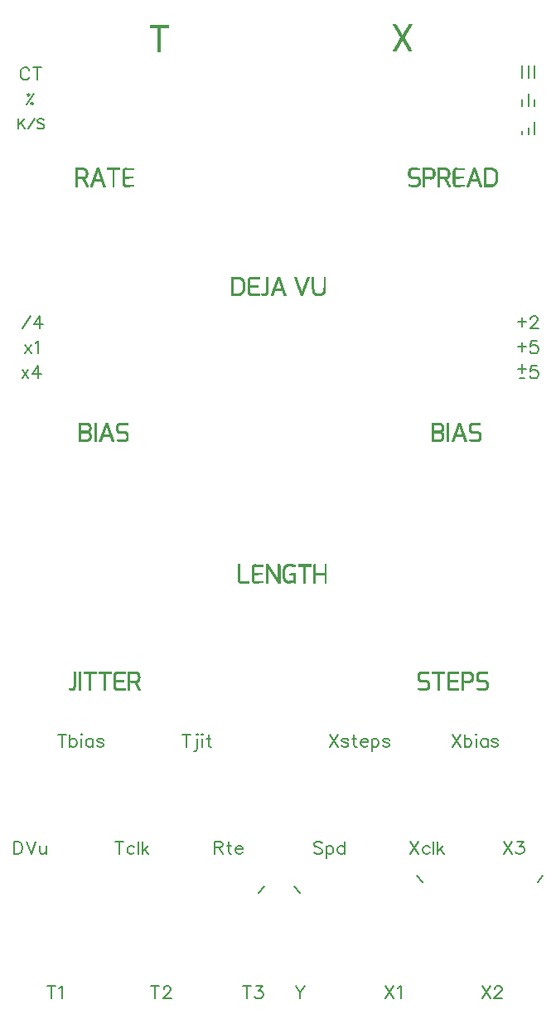
<source format=gto>
G04 DipTrace 3.3.0.0*
G04 pachinko_panel.GTO*
%MOIN*%
G04 #@! TF.FileFunction,Legend,Top*
G04 #@! TF.Part,Single*
%ADD12C,0.001*%
%ADD16C,0.006*%
%ADD25C,0.008*%
%ADD40C,0.006176*%
%ADD41C,0.00772*%
%FSLAX26Y26*%
G04*
G70*
G90*
G75*
G01*
G04 TopSilk*
%LPD*%
X1645266Y1656516D2*
D16*
X1670266Y1631516D1*
X1526516Y1656516D2*
X1501516Y1631516D1*
X2164016Y1675265D2*
X2139016Y1700265D1*
X2645266D2*
X2626516Y1675265D1*
X2564016Y4956516D2*
D25*
Y4906516D1*
X2589016Y4956516D2*
Y4906516D1*
X2614016Y4956516D2*
Y4906516D1*
X2564016Y4819016D2*
Y4794016D1*
X2589016Y4844016D2*
Y4794016D1*
X2614016Y4819016D2*
Y4794016D1*
X2564016Y4694016D2*
Y4681516D1*
X2589016Y4706516D2*
Y4681516D1*
X2614016Y4731516D2*
Y4681516D1*
X2116654Y4545875D2*
D12*
X2135654D1*
X2164654D2*
X2196654D1*
X2223654D2*
X2256654D1*
X2294654D2*
X2300654D1*
X2366654D2*
X2373654D1*
X2411654D2*
X2441654D1*
X2114234Y4544875D2*
X2142779D1*
X2164192D2*
X2199842D1*
X2223192D2*
X2259535D1*
X2292388D2*
X2320654D1*
X2366308D2*
X2373999D1*
X2411192D2*
X2445034D1*
X2112118Y4543875D2*
X2149654D1*
X2163905D2*
X2202288D1*
X2222905D2*
X2261942D1*
X2290520D2*
X2329654D1*
X2365975D2*
X2374332D1*
X2410905D2*
X2447857D1*
X2110414Y4542875D2*
X2149654D1*
X2163759D2*
X2204059D1*
X2222759D2*
X2263823D1*
X2289075D2*
X2329654D1*
X2365658D2*
X2374653D1*
X2410759D2*
X2450127D1*
X2109139Y4541875D2*
X2149654D1*
X2163695D2*
X2205411D1*
X2222695D2*
X2265254D1*
X2287980D2*
X2329654D1*
X2365317D2*
X2375026D1*
X2410695D2*
X2451914D1*
X2108193Y4540875D2*
X2149654D1*
X2163669D2*
X2206524D1*
X2222669D2*
X2266338D1*
X2287162D2*
X2329654D1*
X2364981D2*
X2375454D1*
X2410669D2*
X2453330D1*
X2107409Y4539875D2*
X2149654D1*
X2163659D2*
X2207451D1*
X2222659D2*
X2267153D1*
X2286547D2*
X2329654D1*
X2364661D2*
X2375890D1*
X2410659D2*
X2454523D1*
X2106718Y4538875D2*
X2118896D1*
X2130654D2*
X2149654D1*
X2163655D2*
X2208197D1*
X2222655D2*
X2267801D1*
X2286109D2*
X2329654D1*
X2364318D2*
X2376281D1*
X2410655D2*
X2455600D1*
X2106201Y4537875D2*
X2116514D1*
X2163654D2*
X2170654D1*
X2198453D2*
X2208817D1*
X2222654D2*
X2229654D1*
X2257257D2*
X2268361D1*
X2285824D2*
X2293696D1*
X2363981D2*
X2376627D1*
X2410654D2*
X2417654D1*
X2443415D2*
X2456596D1*
X2105866Y4536875D2*
X2114716D1*
X2163654D2*
X2170654D1*
X2200003D2*
X2209367D1*
X2222654D2*
X2229654D1*
X2259391D2*
X2268854D1*
X2285575D2*
X2292863D1*
X2363657D2*
X2376982D1*
X2410654D2*
X2417654D1*
X2445833D2*
X2457477D1*
X2105592Y4535875D2*
X2113495D1*
X2163654D2*
X2170654D1*
X2201206D2*
X2209852D1*
X2222654D2*
X2229654D1*
X2260930D2*
X2269268D1*
X2285282D2*
X2292269D1*
X2363283D2*
X2377323D1*
X2410654D2*
X2417654D1*
X2447761D2*
X2458206D1*
X2105288Y4534875D2*
X2112684D1*
X2163654D2*
X2170654D1*
X2202094D2*
X2210233D1*
X2222654D2*
X2229654D1*
X2261976D2*
X2269623D1*
X2285004D2*
X2291931D1*
X2362854D2*
X2377645D1*
X2410654D2*
X2417654D1*
X2449261D2*
X2458820D1*
X2105006Y4533875D2*
X2112166D1*
X2163654D2*
X2170654D1*
X2202777D2*
X2210496D1*
X2222654D2*
X2229654D1*
X2262693D2*
X2269977D1*
X2284821D2*
X2291768D1*
X2362418D2*
X2377989D1*
X2410654D2*
X2417654D1*
X2450491D2*
X2459368D1*
X2104822Y4532875D2*
X2111883D1*
X2163654D2*
X2170654D1*
X2203352D2*
X2210737D1*
X2222654D2*
X2229654D1*
X2263169D2*
X2270283D1*
X2284726D2*
X2291698D1*
X2362026D2*
X2369812D1*
X2371692D2*
X2378326D1*
X2410654D2*
X2417654D1*
X2451554D2*
X2459856D1*
X2104726Y4531875D2*
X2111748D1*
X2163654D2*
X2170654D1*
X2203846D2*
X2211027D1*
X2222654D2*
X2229654D1*
X2263439D2*
X2270478D1*
X2284682D2*
X2291670D1*
X2361680D2*
X2369099D1*
X2371820D2*
X2378646D1*
X2410654D2*
X2417654D1*
X2452461D2*
X2460268D1*
X2104682Y4530875D2*
X2111690D1*
X2163654D2*
X2170654D1*
X2204227D2*
X2211304D1*
X2222654D2*
X2229654D1*
X2263602D2*
X2270583D1*
X2284664D2*
X2291659D1*
X2361325D2*
X2368520D1*
X2372063D2*
X2378989D1*
X2410654D2*
X2417654D1*
X2453201D2*
X2460627D1*
X2104664Y4529875D2*
X2111667D1*
X2163654D2*
X2170654D1*
X2204456D2*
X2211486D1*
X2222654D2*
X2229654D1*
X2263785D2*
X2270663D1*
X2284657D2*
X2291655D1*
X2360984D2*
X2368066D1*
X2372355D2*
X2379326D1*
X2410654D2*
X2417654D1*
X2453818D2*
X2461016D1*
X2104657Y4528875D2*
X2111658D1*
X2163654D2*
X2170654D1*
X2204570D2*
X2211582D1*
X2222654D2*
X2229654D1*
X2264047D2*
X2270809D1*
X2284655D2*
X2291654D1*
X2360662D2*
X2367694D1*
X2372657D2*
X2379646D1*
X2410654D2*
X2417654D1*
X2454367D2*
X2461450D1*
X2104655Y4527875D2*
X2111655D1*
X2163654D2*
X2170654D1*
X2204621D2*
X2211625D1*
X2222654D2*
X2229654D1*
X2264311D2*
X2271056D1*
X2284654D2*
X2291654D1*
X2360318D2*
X2367330D1*
X2372993D2*
X2379989D1*
X2410654D2*
X2417654D1*
X2454856D2*
X2461884D1*
X2104654Y4526875D2*
X2111654D1*
X2163654D2*
X2170654D1*
X2204642D2*
X2211643D1*
X2222654D2*
X2229654D1*
X2264489D2*
X2271315D1*
X2284654D2*
X2291654D1*
X2359982D2*
X2366986D1*
X2373327D2*
X2380326D1*
X2410654D2*
X2417654D1*
X2455268D2*
X2462245D1*
X2104654Y4525875D2*
X2111654D1*
X2163654D2*
X2170654D1*
X2204649D2*
X2211650D1*
X2222654D2*
X2229654D1*
X2264583D2*
X2271490D1*
X2284654D2*
X2291654D1*
X2359657D2*
X2366663D1*
X2373646D2*
X2380646D1*
X2410654D2*
X2417654D1*
X2455623D2*
X2462500D1*
X2104654Y4524875D2*
X2111654D1*
X2163654D2*
X2170654D1*
X2204652D2*
X2211652D1*
X2222654D2*
X2229654D1*
X2264625D2*
X2271583D1*
X2284654D2*
X2291654D1*
X2359283D2*
X2366318D1*
X2373989D2*
X2380989D1*
X2410654D2*
X2417654D1*
X2455977D2*
X2462739D1*
X2104654Y4523875D2*
X2111654D1*
X2163654D2*
X2170654D1*
X2204653D2*
X2211653D1*
X2222654D2*
X2229654D1*
X2264643D2*
X2271622D1*
X2284654D2*
X2291654D1*
X2358854D2*
X2365982D1*
X2374326D2*
X2381326D1*
X2410654D2*
X2417654D1*
X2456284D2*
X2463028D1*
X2104654Y4522875D2*
X2111654D1*
X2163654D2*
X2170654D1*
X2204653D2*
X2211653D1*
X2222654D2*
X2229654D1*
X2264650D2*
X2271604D1*
X2284654D2*
X2291654D1*
X2358418D2*
X2365661D1*
X2374646D2*
X2381650D1*
X2410654D2*
X2417654D1*
X2456478D2*
X2463304D1*
X2104654Y4521875D2*
X2111654D1*
X2163654D2*
X2170654D1*
X2204653D2*
X2211653D1*
X2222654D2*
X2229654D1*
X2264648D2*
X2271483D1*
X2284654D2*
X2291654D1*
X2358026D2*
X2365318D1*
X2374989D2*
X2382024D1*
X2410654D2*
X2417654D1*
X2456583D2*
X2463486D1*
X2104654Y4520875D2*
X2111654D1*
X2163654D2*
X2170654D1*
X2204654D2*
X2211654D1*
X2222654D2*
X2229654D1*
X2264614D2*
X2271246D1*
X2284654D2*
X2291654D1*
X2357680D2*
X2364981D1*
X2375326D2*
X2382453D1*
X2410654D2*
X2417654D1*
X2456663D2*
X2463582D1*
X2104654Y4519875D2*
X2111654D1*
X2163654D2*
X2170654D1*
X2204650D2*
X2211650D1*
X2222654D2*
X2229654D1*
X2264487D2*
X2270991D1*
X2284654D2*
X2291654D1*
X2357325D2*
X2364661D1*
X2375646D2*
X2382889D1*
X2410654D2*
X2417654D1*
X2456809D2*
X2463629D1*
X2104657Y4518875D2*
X2111657D1*
X2163654D2*
X2170654D1*
X2204614D2*
X2211614D1*
X2222654D2*
X2229654D1*
X2264247D2*
X2270817D1*
X2284654D2*
X2291654D1*
X2356984D2*
X2364318D1*
X2375989D2*
X2383281D1*
X2410654D2*
X2417654D1*
X2457056D2*
X2463682D1*
X2104693Y4517875D2*
X2111697D1*
X2163654D2*
X2170654D1*
X2204487D2*
X2211487D1*
X2222654D2*
X2229654D1*
X2263987D2*
X2270724D1*
X2284654D2*
X2291654D1*
X2356658D2*
X2363981D1*
X2376326D2*
X2383627D1*
X2410654D2*
X2417654D1*
X2457315D2*
X2463816D1*
X2104820Y4516875D2*
X2111863D1*
X2163654D2*
X2170654D1*
X2204244D2*
X2211248D1*
X2222654D2*
X2229654D1*
X2263778D2*
X2270678D1*
X2284654D2*
X2291654D1*
X2356283D2*
X2363657D1*
X2376646D2*
X2383982D1*
X2410654D2*
X2417654D1*
X2457490D2*
X2464058D1*
X2105063Y4515875D2*
X2112175D1*
X2163654D2*
X2170654D1*
X2203948D2*
X2210987D1*
X2222654D2*
X2229654D1*
X2263554D2*
X2270625D1*
X2284654D2*
X2291654D1*
X2355854D2*
X2363283D1*
X2376989D2*
X2384323D1*
X2410654D2*
X2417654D1*
X2457583D2*
X2464316D1*
X2105355Y4514875D2*
X2113076D1*
X2163654D2*
X2170654D1*
X2203607D2*
X2210778D1*
X2222654D2*
X2229654D1*
X2263229D2*
X2270491D1*
X2284654D2*
X2291654D1*
X2355418D2*
X2362854D1*
X2377326D2*
X2384645D1*
X2410654D2*
X2417654D1*
X2457625D2*
X2464490D1*
X2105661Y4513875D2*
X2114598D1*
X2163654D2*
X2170654D1*
X2203105D2*
X2210558D1*
X2222654D2*
X2229654D1*
X2262749D2*
X2270245D1*
X2284654D2*
X2291654D1*
X2355026D2*
X2362418D1*
X2377646D2*
X2384989D1*
X2410654D2*
X2417654D1*
X2457643D2*
X2464583D1*
X2106032Y4512875D2*
X2117143D1*
X2163654D2*
X2170654D1*
X2202361D2*
X2210272D1*
X2222654D2*
X2229654D1*
X2261996D2*
X2269953D1*
X2284654D2*
X2291654D1*
X2354680D2*
X2362026D1*
X2377989D2*
X2385326D1*
X2410654D2*
X2417654D1*
X2457650D2*
X2464625D1*
X2106497Y4511875D2*
X2120673D1*
X2163654D2*
X2170654D1*
X2201340D2*
X2209959D1*
X2222654D2*
X2229654D1*
X2260837D2*
X2269646D1*
X2284654D2*
X2308654D1*
X2354325D2*
X2361680D1*
X2378326D2*
X2385646D1*
X2410654D2*
X2417654D1*
X2457652D2*
X2464643D1*
X2107095Y4510875D2*
X2142654D1*
X2163654D2*
X2170654D1*
X2200001D2*
X2209615D1*
X2222654D2*
X2229654D1*
X2259323D2*
X2269275D1*
X2284654D2*
X2325654D1*
X2353984D2*
X2361325D1*
X2378650D2*
X2385989D1*
X2410654D2*
X2417654D1*
X2457653D2*
X2464650D1*
X2107861Y4509875D2*
X2144457D1*
X2163654D2*
X2170654D1*
X2198388D2*
X2209149D1*
X2222654D2*
X2268810D1*
X2284654D2*
X2325654D1*
X2353662D2*
X2360984D1*
X2379024D2*
X2386326D1*
X2410654D2*
X2417654D1*
X2457653D2*
X2464652D1*
X2108786Y4508875D2*
X2146038D1*
X2163654D2*
X2208571D1*
X2222654D2*
X2268212D1*
X2284654D2*
X2325654D1*
X2353318D2*
X2360662D1*
X2379453D2*
X2386646D1*
X2410654D2*
X2417654D1*
X2457653D2*
X2464653D1*
X2109938Y4507875D2*
X2147338D1*
X2163654D2*
X2207952D1*
X2222654D2*
X2267450D1*
X2284654D2*
X2325654D1*
X2352982D2*
X2360318D1*
X2379889D2*
X2386989D1*
X2410654D2*
X2417654D1*
X2457654D2*
X2464653D1*
X2111474Y4506875D2*
X2148369D1*
X2163654D2*
X2207233D1*
X2222654D2*
X2266564D1*
X2284654D2*
X2325654D1*
X2352657D2*
X2359982D1*
X2380281D2*
X2387326D1*
X2410654D2*
X2417654D1*
X2457654D2*
X2464653D1*
X2113447Y4505875D2*
X2149160D1*
X2163654D2*
X2206254D1*
X2222654D2*
X2265573D1*
X2284654D2*
X2325654D1*
X2352283D2*
X2359661D1*
X2380627D2*
X2387650D1*
X2410654D2*
X2417654D1*
X2457654D2*
X2464650D1*
X2115654Y4504875D2*
X2149769D1*
X2163654D2*
X2204836D1*
X2222654D2*
X2264401D1*
X2284654D2*
X2309654D1*
X2351854D2*
X2359318D1*
X2380982D2*
X2388024D1*
X2410654D2*
X2417654D1*
X2457654D2*
X2464614D1*
X2139222Y4503875D2*
X2150235D1*
X2163654D2*
X2202757D1*
X2222654D2*
X2262951D1*
X2284654D2*
X2291654D1*
X2351418D2*
X2358981D1*
X2381323D2*
X2388453D1*
X2410654D2*
X2417654D1*
X2457654D2*
X2464487D1*
X2141260Y4502875D2*
X2150611D1*
X2163654D2*
X2170654D1*
X2179654D2*
X2199922D1*
X2222654D2*
X2229654D1*
X2236654D2*
X2261353D1*
X2284654D2*
X2291654D1*
X2351026D2*
X2358661D1*
X2381645D2*
X2388889D1*
X2410654D2*
X2417654D1*
X2457650D2*
X2464248D1*
X2142651Y4501875D2*
X2150972D1*
X2163654D2*
X2170654D1*
X2191654D2*
X2196654D1*
X2222654D2*
X2229654D1*
X2250495D2*
X2259911D1*
X2284654D2*
X2291654D1*
X2350680D2*
X2358322D1*
X2381985D2*
X2389281D1*
X2410654D2*
X2417654D1*
X2457614D2*
X2463991D1*
X2143557Y4500875D2*
X2151282D1*
X2163654D2*
X2170654D1*
X2222654D2*
X2229654D1*
X2251212D2*
X2258654D1*
X2284654D2*
X2291654D1*
X2350325D2*
X2358018D1*
X2382289D2*
X2389627D1*
X2410654D2*
X2417654D1*
X2457487D2*
X2463817D1*
X2144152Y4499875D2*
X2151478D1*
X2163654D2*
X2170654D1*
X2222654D2*
X2229654D1*
X2251822D2*
X2259274D1*
X2284654D2*
X2291654D1*
X2349984D2*
X2357809D1*
X2382498D2*
X2389982D1*
X2410654D2*
X2417654D1*
X2457248D2*
X2463724D1*
X2144580Y4498875D2*
X2151579D1*
X2163654D2*
X2170654D1*
X2222654D2*
X2229654D1*
X2252372D2*
X2259844D1*
X2284654D2*
X2291654D1*
X2349658D2*
X2390323D1*
X2410654D2*
X2417654D1*
X2456991D2*
X2463678D1*
X2144962Y4497875D2*
X2151624D1*
X2163654D2*
X2170654D1*
X2222654D2*
X2229654D1*
X2252891D2*
X2260379D1*
X2284654D2*
X2291654D1*
X2349283D2*
X2390645D1*
X2410654D2*
X2417654D1*
X2456813D2*
X2463625D1*
X2145278Y4496875D2*
X2151643D1*
X2163654D2*
X2170654D1*
X2222654D2*
X2229654D1*
X2253400D2*
X2260894D1*
X2284654D2*
X2291654D1*
X2348854D2*
X2390989D1*
X2410654D2*
X2417654D1*
X2456685D2*
X2463491D1*
X2145477Y4495875D2*
X2151650D1*
X2163654D2*
X2170654D1*
X2222654D2*
X2229654D1*
X2253902D2*
X2261401D1*
X2284654D2*
X2291654D1*
X2348418D2*
X2391326D1*
X2410654D2*
X2417654D1*
X2456515D2*
X2463245D1*
X2145578Y4494875D2*
X2151652D1*
X2163654D2*
X2170654D1*
X2222654D2*
X2229654D1*
X2254403D2*
X2261902D1*
X2284654D2*
X2291654D1*
X2348026D2*
X2391646D1*
X2410654D2*
X2417654D1*
X2456254D2*
X2462953D1*
X2145624Y4493875D2*
X2151653D1*
X2163654D2*
X2170654D1*
X2222654D2*
X2229654D1*
X2254903D2*
X2262404D1*
X2284654D2*
X2291654D1*
X2347680D2*
X2391989D1*
X2410654D2*
X2417654D1*
X2455956D2*
X2462650D1*
X2145643Y4492875D2*
X2151653D1*
X2163654D2*
X2170654D1*
X2222654D2*
X2229654D1*
X2255404D2*
X2262903D1*
X2284654D2*
X2291654D1*
X2347325D2*
X2392326D1*
X2410654D2*
X2417654D1*
X2455648D2*
X2462314D1*
X2145650Y4491875D2*
X2151653D1*
X2163654D2*
X2170654D1*
X2222654D2*
X2229654D1*
X2255907D2*
X2263404D1*
X2284654D2*
X2291654D1*
X2346984D2*
X2354499D1*
X2385692D2*
X2392646D1*
X2410654D2*
X2417654D1*
X2455279D2*
X2461980D1*
X2145652Y4490875D2*
X2151654D1*
X2163654D2*
X2170654D1*
X2222654D2*
X2229654D1*
X2256439D2*
X2263903D1*
X2284654D2*
X2291654D1*
X2346662D2*
X2354247D1*
X2385820D2*
X2392989D1*
X2410654D2*
X2417654D1*
X2454849D2*
X2461661D1*
X2145653Y4489875D2*
X2151654D1*
X2163654D2*
X2170654D1*
X2222654D2*
X2229654D1*
X2257034D2*
X2264404D1*
X2284654D2*
X2291654D1*
X2346318D2*
X2353953D1*
X2386063D2*
X2393326D1*
X2410654D2*
X2417654D1*
X2454378D2*
X2461318D1*
X2145649Y4488875D2*
X2151654D1*
X2163654D2*
X2170654D1*
X2222654D2*
X2229654D1*
X2257679D2*
X2264903D1*
X2284654D2*
X2291654D1*
X2345982D2*
X2353651D1*
X2386355D2*
X2393646D1*
X2410654D2*
X2417654D1*
X2453856D2*
X2460981D1*
X2145614Y4487875D2*
X2151654D1*
X2163654D2*
X2170654D1*
X2222654D2*
X2229654D1*
X2258291D2*
X2265404D1*
X2284654D2*
X2291654D1*
X2345657D2*
X2353314D1*
X2386657D2*
X2393989D1*
X2410654D2*
X2417654D1*
X2453235D2*
X2460657D1*
X2145487Y4486875D2*
X2151654D1*
X2163654D2*
X2170654D1*
X2222654D2*
X2229654D1*
X2258853D2*
X2265903D1*
X2284654D2*
X2291654D1*
X2345283D2*
X2352980D1*
X2386993D2*
X2394326D1*
X2410654D2*
X2417654D1*
X2452492D2*
X2460283D1*
X2145244Y4485875D2*
X2151654D1*
X2163654D2*
X2170654D1*
X2222654D2*
X2229654D1*
X2259384D2*
X2266404D1*
X2284654D2*
X2291654D1*
X2344854D2*
X2352661D1*
X2387327D2*
X2394650D1*
X2410654D2*
X2417654D1*
X2451698D2*
X2459850D1*
X2144948Y4484875D2*
X2151654D1*
X2163654D2*
X2170654D1*
X2222654D2*
X2229654D1*
X2259895D2*
X2266907D1*
X2284657D2*
X2291657D1*
X2344418D2*
X2352318D1*
X2387646D2*
X2395024D1*
X2410654D2*
X2417654D1*
X2450857D2*
X2459379D1*
X2144607Y4483875D2*
X2151650D1*
X2163654D2*
X2170654D1*
X2222654D2*
X2229654D1*
X2260401D2*
X2267439D1*
X2284693D2*
X2291697D1*
X2344026D2*
X2351981D1*
X2387985D2*
X2395453D1*
X2410654D2*
X2417654D1*
X2449855D2*
X2458856D1*
X2144101Y4482875D2*
X2151614D1*
X2163654D2*
X2170654D1*
X2222654D2*
X2229654D1*
X2260902D2*
X2268034D1*
X2284820D2*
X2291863D1*
X2343680D2*
X2351661D1*
X2388291D2*
X2395889D1*
X2410654D2*
X2417654D1*
X2448614D2*
X2458235D1*
X2143318Y4481875D2*
X2151483D1*
X2163654D2*
X2170654D1*
X2222654D2*
X2229654D1*
X2261404D2*
X2268679D1*
X2285060D2*
X2292269D1*
X2343325D2*
X2351318D1*
X2388518D2*
X2396281D1*
X2410654D2*
X2417654D1*
X2447129D2*
X2457496D1*
X2142131Y4480875D2*
X2151208D1*
X2163654D2*
X2170654D1*
X2222654D2*
X2229654D1*
X2261903D2*
X2269291D1*
X2285320D2*
X2292931D1*
X2342984D2*
X2350981D1*
X2388746D2*
X2396627D1*
X2410654D2*
X2417654D1*
X2445419D2*
X2456737D1*
X2140390Y4479875D2*
X2150821D1*
X2163654D2*
X2170654D1*
X2222654D2*
X2229654D1*
X2262404D2*
X2269853D1*
X2285529D2*
X2293768D1*
X2342658D2*
X2350661D1*
X2389034D2*
X2396982D1*
X2410654D2*
X2417654D1*
X2443564D2*
X2456023D1*
X2106654Y4478875D2*
X2109654D1*
X2138137D2*
X2150368D1*
X2163654D2*
X2170654D1*
X2222654D2*
X2229654D1*
X2262903D2*
X2270384D1*
X2285753D2*
X2294695D1*
X2342283D2*
X2350318D1*
X2389344D2*
X2397323D1*
X2410654D2*
X2455265D1*
X2106654Y4477875D2*
X2149848D1*
X2163654D2*
X2170654D1*
X2222654D2*
X2229654D1*
X2263404D2*
X2270895D1*
X2286074D2*
X2329654D1*
X2341854D2*
X2349981D1*
X2389653D2*
X2397645D1*
X2410654D2*
X2454316D1*
X2106657Y4476875D2*
X2149190D1*
X2163654D2*
X2170654D1*
X2222654D2*
X2229654D1*
X2263903D2*
X2271401D1*
X2286515D2*
X2329654D1*
X2341418D2*
X2349661D1*
X2389992D2*
X2397989D1*
X2410654D2*
X2453133D1*
X2106724Y4475875D2*
X2148282D1*
X2163654D2*
X2170654D1*
X2222654D2*
X2229654D1*
X2264404D2*
X2271902D1*
X2287106D2*
X2329654D1*
X2341026D2*
X2349318D1*
X2390327D2*
X2398326D1*
X2410654D2*
X2451749D1*
X2106900Y4474875D2*
X2147075D1*
X2163654D2*
X2170654D1*
X2222654D2*
X2229654D1*
X2264906D2*
X2272400D1*
X2287902D2*
X2329654D1*
X2340679D2*
X2348978D1*
X2390647D2*
X2398647D1*
X2410654D2*
X2450149D1*
X2108163Y4473875D2*
X2145498D1*
X2163654D2*
X2170654D1*
X2222654D2*
X2229654D1*
X2265433D2*
X2272874D1*
X2288936D2*
X2329654D1*
X2340320D2*
X2348630D1*
X2390995D2*
X2398995D1*
X2410654D2*
X2448247D1*
X2112442Y4472875D2*
X2143384D1*
X2163654D2*
X2170654D1*
X2222654D2*
X2229654D1*
X2266016D2*
X2273291D1*
X2290223D2*
X2329654D1*
X2339971D2*
X2348183D1*
X2391339D2*
X2399339D1*
X2410654D2*
X2446034D1*
X2118554Y4471875D2*
X2140673D1*
X2163654D2*
X2170654D1*
X2222654D2*
X2229654D1*
X2266654D2*
X2273654D1*
X2291654D2*
X2312654D1*
X2339654D2*
X2347654D1*
X2391654D2*
X2399654D1*
X2410654D2*
X2443654D1*
X2125654Y4470875D2*
X2137654D1*
X1394154Y4108375D2*
X1424154D1*
X1470154D2*
X1476154D1*
X1533154D2*
X1540154D1*
X1579154D2*
X1586154D1*
X1646154D2*
X1653154D1*
X1699154D2*
X1706154D1*
X1718154D2*
X1724154D1*
X1765154D2*
X1771154D1*
X1393692Y4107375D2*
X1427534D1*
X1467888D2*
X1496154D1*
X1533154D2*
X1540154D1*
X1578808D2*
X1586499D1*
X1646499D2*
X1653653D1*
X1698654D2*
X1705808D1*
X1717692D2*
X1724154D1*
X1765154D2*
X1771154D1*
X1393405Y4106375D2*
X1430357D1*
X1466020D2*
X1505154D1*
X1533154D2*
X1540154D1*
X1578475D2*
X1586832D1*
X1646832D2*
X1654069D1*
X1698238D2*
X1705475D1*
X1717405D2*
X1724154D1*
X1765154D2*
X1771154D1*
X1393259Y4105375D2*
X1432627D1*
X1464575D2*
X1505154D1*
X1533154D2*
X1540154D1*
X1578158D2*
X1587153D1*
X1647149D2*
X1654458D1*
X1697850D2*
X1705158D1*
X1717259D2*
X1724154D1*
X1765154D2*
X1771154D1*
X1393195Y4104375D2*
X1434414D1*
X1463480D2*
X1505154D1*
X1533154D2*
X1540154D1*
X1577817D2*
X1587526D1*
X1647490D2*
X1654814D1*
X1697493D2*
X1704817D1*
X1717195D2*
X1724154D1*
X1765154D2*
X1771154D1*
X1393169Y4103375D2*
X1435830D1*
X1462662D2*
X1505154D1*
X1533154D2*
X1540154D1*
X1577481D2*
X1587954D1*
X1647826D2*
X1655142D1*
X1697162D2*
X1704481D1*
X1717169D2*
X1724154D1*
X1765154D2*
X1771154D1*
X1393159Y4102375D2*
X1437023D1*
X1462047D2*
X1505154D1*
X1533154D2*
X1540154D1*
X1577161D2*
X1588390D1*
X1648146D2*
X1655488D1*
X1696784D2*
X1704157D1*
X1717159D2*
X1724154D1*
X1765154D2*
X1771154D1*
X1393155Y4101375D2*
X1438100D1*
X1461609D2*
X1505154D1*
X1533154D2*
X1540154D1*
X1576818D2*
X1588781D1*
X1648489D2*
X1655825D1*
X1696355D2*
X1703783D1*
X1717155D2*
X1724154D1*
X1765154D2*
X1771154D1*
X1393154Y4100375D2*
X1400154D1*
X1425915D2*
X1439096D1*
X1461324D2*
X1469196D1*
X1533154D2*
X1540154D1*
X1576481D2*
X1589127D1*
X1648826D2*
X1656150D1*
X1695918D2*
X1703354D1*
X1717154D2*
X1724154D1*
X1765154D2*
X1771154D1*
X1393154Y4099375D2*
X1400154D1*
X1428333D2*
X1439977D1*
X1461075D2*
X1468363D1*
X1533154D2*
X1540154D1*
X1576157D2*
X1589482D1*
X1649146D2*
X1656524D1*
X1695526D2*
X1702918D1*
X1717154D2*
X1724154D1*
X1765154D2*
X1771154D1*
X1393154Y4098375D2*
X1400154D1*
X1430261D2*
X1440706D1*
X1460782D2*
X1467769D1*
X1533154D2*
X1540154D1*
X1575783D2*
X1589823D1*
X1649489D2*
X1656953D1*
X1695180D2*
X1702526D1*
X1717154D2*
X1724154D1*
X1765154D2*
X1771154D1*
X1393154Y4097375D2*
X1400154D1*
X1431761D2*
X1441320D1*
X1460504D2*
X1467431D1*
X1533154D2*
X1540154D1*
X1575354D2*
X1590145D1*
X1649826D2*
X1657389D1*
X1694825D2*
X1702180D1*
X1717154D2*
X1724154D1*
X1765154D2*
X1771154D1*
X1393154Y4096375D2*
X1400154D1*
X1432991D2*
X1441868D1*
X1460321D2*
X1467268D1*
X1533154D2*
X1540154D1*
X1574918D2*
X1590489D1*
X1650150D2*
X1657781D1*
X1694484D2*
X1701825D1*
X1717154D2*
X1724154D1*
X1765154D2*
X1771154D1*
X1393154Y4095375D2*
X1400154D1*
X1434054D2*
X1442356D1*
X1460226D2*
X1467198D1*
X1533154D2*
X1540154D1*
X1574526D2*
X1582312D1*
X1584192D2*
X1590826D1*
X1650524D2*
X1658127D1*
X1694162D2*
X1701484D1*
X1717154D2*
X1724154D1*
X1765154D2*
X1771154D1*
X1393154Y4094375D2*
X1400154D1*
X1434961D2*
X1442768D1*
X1460182D2*
X1467170D1*
X1533154D2*
X1540154D1*
X1574180D2*
X1581599D1*
X1584320D2*
X1591146D1*
X1650953D2*
X1658482D1*
X1693818D2*
X1701162D1*
X1717154D2*
X1724154D1*
X1765154D2*
X1771154D1*
X1393154Y4093375D2*
X1400154D1*
X1435701D2*
X1443127D1*
X1460164D2*
X1467159D1*
X1533154D2*
X1540154D1*
X1573825D2*
X1581020D1*
X1584563D2*
X1591489D1*
X1651389D2*
X1658823D1*
X1693482D2*
X1700818D1*
X1717154D2*
X1724154D1*
X1765154D2*
X1771154D1*
X1393154Y4092375D2*
X1400154D1*
X1436318D2*
X1443516D1*
X1460157D2*
X1467155D1*
X1533154D2*
X1540154D1*
X1573484D2*
X1580566D1*
X1584855D2*
X1591826D1*
X1651781D2*
X1659145D1*
X1693157D2*
X1700482D1*
X1717154D2*
X1724154D1*
X1765154D2*
X1771154D1*
X1393154Y4091375D2*
X1400154D1*
X1436867D2*
X1443950D1*
X1460155D2*
X1467154D1*
X1533154D2*
X1540154D1*
X1573162D2*
X1580194D1*
X1585157D2*
X1592146D1*
X1652127D2*
X1659489D1*
X1692783D2*
X1700157D1*
X1717154D2*
X1724154D1*
X1765154D2*
X1771154D1*
X1393154Y4090375D2*
X1400154D1*
X1437356D2*
X1444384D1*
X1460154D2*
X1467154D1*
X1533154D2*
X1540154D1*
X1572818D2*
X1579830D1*
X1585493D2*
X1592489D1*
X1652482D2*
X1659826D1*
X1692354D2*
X1699783D1*
X1717154D2*
X1724154D1*
X1765154D2*
X1771154D1*
X1393154Y4089375D2*
X1400154D1*
X1437768D2*
X1444745D1*
X1460154D2*
X1467154D1*
X1533154D2*
X1540154D1*
X1572482D2*
X1579486D1*
X1585827D2*
X1592826D1*
X1652823D2*
X1660146D1*
X1691918D2*
X1699354D1*
X1717154D2*
X1724154D1*
X1765154D2*
X1771154D1*
X1393154Y4088375D2*
X1400154D1*
X1438123D2*
X1445000D1*
X1460154D2*
X1467154D1*
X1533154D2*
X1540154D1*
X1572157D2*
X1579163D1*
X1586146D2*
X1593146D1*
X1653145D2*
X1660489D1*
X1691526D2*
X1698918D1*
X1717154D2*
X1724154D1*
X1765154D2*
X1771154D1*
X1393154Y4087375D2*
X1400154D1*
X1438477D2*
X1445239D1*
X1460154D2*
X1467154D1*
X1533154D2*
X1540154D1*
X1571783D2*
X1578818D1*
X1586489D2*
X1593489D1*
X1653489D2*
X1660826D1*
X1691180D2*
X1698526D1*
X1717154D2*
X1724154D1*
X1765154D2*
X1771154D1*
X1393154Y4086375D2*
X1400154D1*
X1438784D2*
X1445528D1*
X1460154D2*
X1467154D1*
X1533154D2*
X1540154D1*
X1571354D2*
X1578482D1*
X1586826D2*
X1593826D1*
X1653826D2*
X1661146D1*
X1690825D2*
X1698180D1*
X1717154D2*
X1724154D1*
X1765154D2*
X1771154D1*
X1393154Y4085375D2*
X1400154D1*
X1438978D2*
X1445804D1*
X1460154D2*
X1467154D1*
X1533154D2*
X1540154D1*
X1570918D2*
X1578161D1*
X1587146D2*
X1594150D1*
X1654146D2*
X1661489D1*
X1690484D2*
X1697825D1*
X1717154D2*
X1724154D1*
X1765154D2*
X1771154D1*
X1393154Y4084375D2*
X1400154D1*
X1439083D2*
X1445986D1*
X1460154D2*
X1467154D1*
X1533154D2*
X1540154D1*
X1570526D2*
X1577818D1*
X1587489D2*
X1594524D1*
X1654489D2*
X1661826D1*
X1690162D2*
X1697484D1*
X1717154D2*
X1724154D1*
X1765154D2*
X1771154D1*
X1393154Y4083375D2*
X1400154D1*
X1439163D2*
X1446082D1*
X1460154D2*
X1467154D1*
X1533154D2*
X1540154D1*
X1570180D2*
X1577481D1*
X1587826D2*
X1594953D1*
X1654826D2*
X1662146D1*
X1689818D2*
X1697158D1*
X1717154D2*
X1724154D1*
X1765154D2*
X1771154D1*
X1393154Y4082375D2*
X1400154D1*
X1439309D2*
X1446129D1*
X1460154D2*
X1467154D1*
X1533154D2*
X1540154D1*
X1569825D2*
X1577161D1*
X1588146D2*
X1595389D1*
X1655146D2*
X1662489D1*
X1689482D2*
X1696783D1*
X1717154D2*
X1724154D1*
X1765154D2*
X1771154D1*
X1393154Y4081375D2*
X1400154D1*
X1439556D2*
X1446182D1*
X1460154D2*
X1467154D1*
X1533154D2*
X1540154D1*
X1569484D2*
X1576818D1*
X1588489D2*
X1595781D1*
X1655489D2*
X1662826D1*
X1689157D2*
X1696354D1*
X1717154D2*
X1724154D1*
X1765154D2*
X1771154D1*
X1393154Y4080375D2*
X1400154D1*
X1439815D2*
X1446316D1*
X1460154D2*
X1467154D1*
X1533154D2*
X1540154D1*
X1569158D2*
X1576481D1*
X1588826D2*
X1596127D1*
X1655826D2*
X1663146D1*
X1688783D2*
X1695918D1*
X1717154D2*
X1724154D1*
X1765154D2*
X1771154D1*
X1393154Y4079375D2*
X1400154D1*
X1439990D2*
X1446558D1*
X1460154D2*
X1467154D1*
X1533154D2*
X1540154D1*
X1568783D2*
X1576157D1*
X1589146D2*
X1596482D1*
X1656146D2*
X1663489D1*
X1688354D2*
X1695526D1*
X1717154D2*
X1724154D1*
X1765154D2*
X1771154D1*
X1393154Y4078375D2*
X1400154D1*
X1440083D2*
X1446816D1*
X1460154D2*
X1467154D1*
X1533154D2*
X1540154D1*
X1568354D2*
X1575783D1*
X1589489D2*
X1596823D1*
X1656489D2*
X1663826D1*
X1687918D2*
X1695180D1*
X1717154D2*
X1724154D1*
X1765154D2*
X1771154D1*
X1393154Y4077375D2*
X1400154D1*
X1440125D2*
X1446990D1*
X1460154D2*
X1467154D1*
X1533154D2*
X1540154D1*
X1567918D2*
X1575354D1*
X1589826D2*
X1597145D1*
X1656826D2*
X1664150D1*
X1687526D2*
X1694825D1*
X1717154D2*
X1724154D1*
X1765154D2*
X1771154D1*
X1393154Y4076375D2*
X1400154D1*
X1440143D2*
X1447083D1*
X1460154D2*
X1467154D1*
X1533154D2*
X1540154D1*
X1567526D2*
X1574918D1*
X1590146D2*
X1597489D1*
X1657150D2*
X1664524D1*
X1687180D2*
X1694484D1*
X1717154D2*
X1724154D1*
X1765154D2*
X1771154D1*
X1393154Y4075375D2*
X1400154D1*
X1440150D2*
X1447125D1*
X1460154D2*
X1467154D1*
X1533154D2*
X1540154D1*
X1567180D2*
X1574526D1*
X1590489D2*
X1597826D1*
X1657524D2*
X1664953D1*
X1686825D2*
X1694162D1*
X1717154D2*
X1724154D1*
X1765154D2*
X1771154D1*
X1393154Y4074375D2*
X1400154D1*
X1440152D2*
X1447143D1*
X1460154D2*
X1484154D1*
X1533154D2*
X1540154D1*
X1566825D2*
X1574180D1*
X1590826D2*
X1598146D1*
X1657953D2*
X1665389D1*
X1686484D2*
X1693818D1*
X1717154D2*
X1724154D1*
X1765154D2*
X1771154D1*
X1393154Y4073375D2*
X1400154D1*
X1440153D2*
X1447150D1*
X1460154D2*
X1501154D1*
X1533154D2*
X1540154D1*
X1566484D2*
X1573825D1*
X1591150D2*
X1598489D1*
X1658389D2*
X1665781D1*
X1686158D2*
X1693482D1*
X1717154D2*
X1724154D1*
X1765154D2*
X1771154D1*
X1393154Y4072375D2*
X1400154D1*
X1440153D2*
X1447152D1*
X1460154D2*
X1501154D1*
X1533154D2*
X1540154D1*
X1566162D2*
X1573484D1*
X1591524D2*
X1598826D1*
X1658781D2*
X1666127D1*
X1685783D2*
X1693157D1*
X1717154D2*
X1724154D1*
X1765154D2*
X1771154D1*
X1393154Y4071375D2*
X1400154D1*
X1440153D2*
X1447153D1*
X1460154D2*
X1501154D1*
X1533154D2*
X1540154D1*
X1565818D2*
X1573162D1*
X1591953D2*
X1599146D1*
X1659127D2*
X1666482D1*
X1685354D2*
X1692783D1*
X1717154D2*
X1724154D1*
X1765154D2*
X1771154D1*
X1393154Y4070375D2*
X1400154D1*
X1440154D2*
X1447153D1*
X1460154D2*
X1501154D1*
X1533154D2*
X1540154D1*
X1565482D2*
X1572818D1*
X1592389D2*
X1599489D1*
X1659482D2*
X1666823D1*
X1684918D2*
X1692354D1*
X1717154D2*
X1724154D1*
X1765154D2*
X1771154D1*
X1393154Y4069375D2*
X1400154D1*
X1440154D2*
X1447153D1*
X1460154D2*
X1501154D1*
X1533154D2*
X1540154D1*
X1565157D2*
X1572482D1*
X1592781D2*
X1599826D1*
X1659823D2*
X1667145D1*
X1684526D2*
X1691918D1*
X1717154D2*
X1724154D1*
X1765154D2*
X1771154D1*
X1393154Y4068375D2*
X1400154D1*
X1440154D2*
X1447150D1*
X1460154D2*
X1501154D1*
X1533154D2*
X1540154D1*
X1564783D2*
X1572161D1*
X1593127D2*
X1600150D1*
X1660145D2*
X1667489D1*
X1684180D2*
X1691526D1*
X1717154D2*
X1724154D1*
X1765154D2*
X1771154D1*
X1393154Y4067375D2*
X1400154D1*
X1440154D2*
X1447114D1*
X1460154D2*
X1485154D1*
X1533154D2*
X1540154D1*
X1564354D2*
X1571818D1*
X1593482D2*
X1600524D1*
X1660489D2*
X1667826D1*
X1683825D2*
X1691180D1*
X1717154D2*
X1724154D1*
X1765150D2*
X1771154D1*
X1393154Y4066375D2*
X1400154D1*
X1440154D2*
X1446987D1*
X1460154D2*
X1467154D1*
X1533154D2*
X1540154D1*
X1563918D2*
X1571481D1*
X1593823D2*
X1600953D1*
X1660826D2*
X1668146D1*
X1683484D2*
X1690825D1*
X1717154D2*
X1724154D1*
X1765114D2*
X1771154D1*
X1393154Y4065375D2*
X1400154D1*
X1440150D2*
X1446748D1*
X1460154D2*
X1467154D1*
X1533154D2*
X1540154D1*
X1563526D2*
X1571161D1*
X1594145D2*
X1601389D1*
X1661146D2*
X1668489D1*
X1683162D2*
X1690484D1*
X1717157D2*
X1724154D1*
X1764987D2*
X1771154D1*
X1393154Y4064375D2*
X1400154D1*
X1440114D2*
X1446491D1*
X1460154D2*
X1467154D1*
X1533154D2*
X1540154D1*
X1563180D2*
X1570822D1*
X1594485D2*
X1601781D1*
X1661489D2*
X1668826D1*
X1682818D2*
X1690162D1*
X1717193D2*
X1724154D1*
X1764748D2*
X1771154D1*
X1393154Y4063375D2*
X1400154D1*
X1439987D2*
X1446317D1*
X1460154D2*
X1467154D1*
X1533154D2*
X1540154D1*
X1562825D2*
X1570518D1*
X1594789D2*
X1602127D1*
X1661826D2*
X1669146D1*
X1682482D2*
X1689818D1*
X1717320D2*
X1724154D1*
X1764491D2*
X1771154D1*
X1393154Y4062375D2*
X1400154D1*
X1439748D2*
X1446224D1*
X1460154D2*
X1467154D1*
X1533154D2*
X1540154D1*
X1562484D2*
X1570309D1*
X1594998D2*
X1602482D1*
X1662146D2*
X1669489D1*
X1682157D2*
X1689482D1*
X1717560D2*
X1724154D1*
X1764317D2*
X1771154D1*
X1393154Y4061375D2*
X1400154D1*
X1439491D2*
X1446178D1*
X1460154D2*
X1467154D1*
X1533154D2*
X1540154D1*
X1562158D2*
X1602823D1*
X1662489D2*
X1669826D1*
X1681783D2*
X1689157D1*
X1717816D2*
X1724157D1*
X1764224D2*
X1771154D1*
X1393154Y4060375D2*
X1400154D1*
X1439313D2*
X1446125D1*
X1460154D2*
X1467154D1*
X1533154D2*
X1540154D1*
X1561783D2*
X1603145D1*
X1662826D2*
X1670146D1*
X1681354D2*
X1688783D1*
X1717990D2*
X1724193D1*
X1764182D2*
X1771154D1*
X1393154Y4059375D2*
X1400154D1*
X1439185D2*
X1445991D1*
X1460154D2*
X1467154D1*
X1533154D2*
X1540154D1*
X1561354D2*
X1603489D1*
X1663150D2*
X1670489D1*
X1680918D2*
X1688354D1*
X1718083D2*
X1724320D1*
X1764164D2*
X1771154D1*
X1393154Y4058375D2*
X1400154D1*
X1439015D2*
X1445745D1*
X1460154D2*
X1467154D1*
X1533154D2*
X1540154D1*
X1560918D2*
X1603826D1*
X1663524D2*
X1670826D1*
X1680526D2*
X1687918D1*
X1718125D2*
X1724560D1*
X1764157D2*
X1771150D1*
X1393154Y4057375D2*
X1400154D1*
X1438754D2*
X1445453D1*
X1460154D2*
X1467154D1*
X1533154D2*
X1540154D1*
X1560526D2*
X1604146D1*
X1663953D2*
X1671150D1*
X1680180D2*
X1687526D1*
X1718143D2*
X1724816D1*
X1764151D2*
X1771114D1*
X1393154Y4056375D2*
X1400154D1*
X1438456D2*
X1445150D1*
X1460154D2*
X1467154D1*
X1533154D2*
X1540154D1*
X1560180D2*
X1604489D1*
X1664389D2*
X1671524D1*
X1679825D2*
X1687180D1*
X1718150D2*
X1724990D1*
X1764115D2*
X1770987D1*
X1393154Y4055375D2*
X1400154D1*
X1438148D2*
X1444814D1*
X1460154D2*
X1467154D1*
X1533154D2*
X1540154D1*
X1559825D2*
X1604826D1*
X1664781D2*
X1671953D1*
X1679484D2*
X1686825D1*
X1718156D2*
X1725087D1*
X1763987D2*
X1770748D1*
X1393154Y4054375D2*
X1400154D1*
X1437779D2*
X1444480D1*
X1460154D2*
X1467154D1*
X1533154D2*
X1540154D1*
X1559484D2*
X1566999D1*
X1598192D2*
X1605146D1*
X1665127D2*
X1672389D1*
X1679162D2*
X1686484D1*
X1718192D2*
X1725165D1*
X1763744D2*
X1770491D1*
X1393154Y4053375D2*
X1400154D1*
X1437349D2*
X1444161D1*
X1460154D2*
X1467154D1*
X1533154D2*
X1540154D1*
X1559162D2*
X1566747D1*
X1598320D2*
X1605489D1*
X1665482D2*
X1672781D1*
X1678818D2*
X1686158D1*
X1718320D2*
X1725310D1*
X1763452D2*
X1770313D1*
X1393154Y4052375D2*
X1400154D1*
X1436878D2*
X1443818D1*
X1460154D2*
X1467154D1*
X1533154D2*
X1540154D1*
X1558818D2*
X1566453D1*
X1598563D2*
X1605826D1*
X1665823D2*
X1673127D1*
X1678482D2*
X1685783D1*
X1718560D2*
X1725560D1*
X1763150D2*
X1770185D1*
X1393154Y4051375D2*
X1400154D1*
X1436356D2*
X1443481D1*
X1460154D2*
X1467154D1*
X1533154D2*
X1540154D1*
X1558482D2*
X1566151D1*
X1598855D2*
X1606146D1*
X1666145D2*
X1673486D1*
X1678153D2*
X1685354D1*
X1718820D2*
X1725854D1*
X1762814D2*
X1770015D1*
X1393154Y4050375D2*
X1400154D1*
X1435735D2*
X1443157D1*
X1460154D2*
X1467154D1*
X1533154D2*
X1540154D1*
X1558157D2*
X1565814D1*
X1599157D2*
X1606489D1*
X1666489D2*
X1673868D1*
X1677738D2*
X1684918D1*
X1719029D2*
X1726160D1*
X1762476D2*
X1769754D1*
X1393154Y4049375D2*
X1400154D1*
X1434992D2*
X1442783D1*
X1460154D2*
X1467154D1*
X1533150D2*
X1540154D1*
X1557783D2*
X1565480D1*
X1599493D2*
X1606826D1*
X1666826D2*
X1674372D1*
X1677125D2*
X1684526D1*
X1719250D2*
X1726528D1*
X1762122D2*
X1769456D1*
X1393154Y4048375D2*
X1400154D1*
X1434198D2*
X1442350D1*
X1460154D2*
X1467154D1*
X1533114D2*
X1540150D1*
X1557354D2*
X1565161D1*
X1599827D2*
X1607150D1*
X1667146D2*
X1675162D1*
X1676232D2*
X1684180D1*
X1719535D2*
X1726958D1*
X1761651D2*
X1769152D1*
X1393154Y4047375D2*
X1400154D1*
X1433357D2*
X1441879D1*
X1460157D2*
X1467157D1*
X1532983D2*
X1540114D1*
X1556918D2*
X1564818D1*
X1600146D2*
X1607524D1*
X1667489D2*
X1683825D1*
X1719845D2*
X1727429D1*
X1761072D2*
X1768815D1*
X1393154Y4046375D2*
X1400154D1*
X1432355D2*
X1441356D1*
X1460193D2*
X1467197D1*
X1532708D2*
X1539987D1*
X1556526D2*
X1564481D1*
X1600485D2*
X1607953D1*
X1667826D2*
X1683484D1*
X1720157D2*
X1727955D1*
X1760452D2*
X1768476D1*
X1393154Y4045375D2*
X1400154D1*
X1431114D2*
X1440735D1*
X1460320D2*
X1467363D1*
X1532321D2*
X1539748D1*
X1556180D2*
X1564161D1*
X1600791D2*
X1608389D1*
X1668146D2*
X1683162D1*
X1720527D2*
X1728627D1*
X1759729D2*
X1768122D1*
X1393154Y4044375D2*
X1400154D1*
X1429629D2*
X1439996D1*
X1460560D2*
X1467769D1*
X1531860D2*
X1539487D1*
X1555825D2*
X1563818D1*
X1601018D2*
X1608781D1*
X1668489D2*
X1682818D1*
X1720958D2*
X1729645D1*
X1758723D2*
X1767651D1*
X1393154Y4043375D2*
X1400154D1*
X1427919D2*
X1439237D1*
X1460820D2*
X1468431D1*
X1531239D2*
X1539278D1*
X1555484D2*
X1563481D1*
X1601246D2*
X1609127D1*
X1668826D2*
X1682482D1*
X1721429D2*
X1731270D1*
X1757253D2*
X1767072D1*
X1393154Y4042375D2*
X1400154D1*
X1426064D2*
X1438523D1*
X1461029D2*
X1469268D1*
X1530399D2*
X1539054D1*
X1555158D2*
X1563161D1*
X1601534D2*
X1609482D1*
X1669146D2*
X1682157D1*
X1721951D2*
X1733686D1*
X1755235D2*
X1766456D1*
X1393154Y4041375D2*
X1437765D1*
X1461253D2*
X1470195D1*
X1527454D2*
X1538737D1*
X1554783D2*
X1562818D1*
X1601844D2*
X1609823D1*
X1669489D2*
X1681783D1*
X1722576D2*
X1736773D1*
X1752786D2*
X1765776D1*
X1393154Y4040375D2*
X1436816D1*
X1461574D2*
X1505154D1*
X1514154D2*
X1519154D1*
X1522830D2*
X1538331D1*
X1554354D2*
X1562481D1*
X1602153D2*
X1610145D1*
X1669826D2*
X1681354D1*
X1723350D2*
X1764976D1*
X1393154Y4039375D2*
X1435633D1*
X1462015D2*
X1505154D1*
X1514157D2*
X1537868D1*
X1553918D2*
X1562161D1*
X1602492D2*
X1610489D1*
X1670150D2*
X1680918D1*
X1724240D2*
X1764074D1*
X1393154Y4038375D2*
X1434249D1*
X1462606D2*
X1505154D1*
X1514200D2*
X1537310D1*
X1553526D2*
X1561818D1*
X1602827D2*
X1610826D1*
X1670524D2*
X1680526D1*
X1725233D2*
X1763077D1*
X1393154Y4037375D2*
X1432649D1*
X1463402D2*
X1505154D1*
X1514306D2*
X1536509D1*
X1553179D2*
X1561478D1*
X1603147D2*
X1611147D1*
X1670954D2*
X1680179D1*
X1726441D2*
X1761863D1*
X1393154Y4036375D2*
X1430747D1*
X1464436D2*
X1505154D1*
X1514859D2*
X1535215D1*
X1552820D2*
X1561130D1*
X1603495D2*
X1611495D1*
X1671395D2*
X1679820D1*
X1728234D2*
X1760031D1*
X1393154Y4035375D2*
X1428534D1*
X1465723D2*
X1505154D1*
X1516570D2*
X1533205D1*
X1552471D2*
X1560683D1*
X1603839D2*
X1611839D1*
X1671798D2*
X1679471D1*
X1731223D2*
X1756888D1*
X1393154Y4034375D2*
X1426154D1*
X1467154D2*
X1488154D1*
X1519110D2*
X1530402D1*
X1552154D2*
X1560154D1*
X1604154D2*
X1612154D1*
X1672154D2*
X1679154D1*
X1735741D2*
X1752027D1*
X1522154Y4033375D2*
X1527154D1*
X1741154D2*
X1746154D1*
X767154Y4545875D2*
X800154D1*
X852154D2*
X859154D1*
X893154D2*
X944154D1*
X965154D2*
X971154D1*
X766692Y4544875D2*
X803035D1*
X851808D2*
X859499D1*
X893154D2*
X944154D1*
X962888D2*
X991154D1*
X766405Y4543875D2*
X805442D1*
X851475D2*
X859832D1*
X893154D2*
X944154D1*
X961020D2*
X1000154D1*
X766259Y4542875D2*
X807323D1*
X851158D2*
X860153D1*
X893154D2*
X944154D1*
X959575D2*
X1000154D1*
X766195Y4541875D2*
X808754D1*
X850817D2*
X860526D1*
X893154D2*
X944154D1*
X958480D2*
X1000154D1*
X766169Y4540875D2*
X809838D1*
X850481D2*
X860954D1*
X893154D2*
X944154D1*
X957662D2*
X1000154D1*
X766159Y4539875D2*
X810653D1*
X850161D2*
X861390D1*
X893154D2*
X944154D1*
X957047D2*
X1000154D1*
X766155Y4538875D2*
X811301D1*
X849818D2*
X861781D1*
X893154D2*
X944154D1*
X956609D2*
X1000154D1*
X766154Y4537875D2*
X773154D1*
X800757D2*
X811861D1*
X849481D2*
X862127D1*
X915154D2*
X921154D1*
X956324D2*
X964196D1*
X766154Y4536875D2*
X773154D1*
X802891D2*
X812354D1*
X849157D2*
X862482D1*
X915154D2*
X921154D1*
X956075D2*
X963363D1*
X766154Y4535875D2*
X773154D1*
X804430D2*
X812768D1*
X848783D2*
X862823D1*
X915154D2*
X921154D1*
X955782D2*
X962769D1*
X766154Y4534875D2*
X773154D1*
X805476D2*
X813123D1*
X848354D2*
X863145D1*
X915154D2*
X921154D1*
X955504D2*
X962431D1*
X766154Y4533875D2*
X773154D1*
X806193D2*
X813477D1*
X847918D2*
X863489D1*
X915154D2*
X921154D1*
X955321D2*
X962268D1*
X766154Y4532875D2*
X773154D1*
X806669D2*
X813783D1*
X847526D2*
X855312D1*
X857192D2*
X863826D1*
X915154D2*
X921154D1*
X955226D2*
X962198D1*
X766154Y4531875D2*
X773154D1*
X806939D2*
X813978D1*
X847180D2*
X854599D1*
X857320D2*
X864146D1*
X915154D2*
X921154D1*
X955182D2*
X962170D1*
X766154Y4530875D2*
X773154D1*
X807102D2*
X814083D1*
X846825D2*
X854020D1*
X857563D2*
X864489D1*
X915154D2*
X921154D1*
X955164D2*
X962159D1*
X766154Y4529875D2*
X773154D1*
X807285D2*
X814163D1*
X846484D2*
X853566D1*
X857855D2*
X864826D1*
X915154D2*
X921154D1*
X955157D2*
X962155D1*
X766154Y4528875D2*
X773154D1*
X807547D2*
X814309D1*
X846162D2*
X853194D1*
X858157D2*
X865146D1*
X915154D2*
X921154D1*
X955155D2*
X962154D1*
X766154Y4527875D2*
X773154D1*
X807811D2*
X814556D1*
X845818D2*
X852830D1*
X858493D2*
X865489D1*
X915154D2*
X921154D1*
X955154D2*
X962154D1*
X766154Y4526875D2*
X773154D1*
X807989D2*
X814815D1*
X845482D2*
X852486D1*
X858827D2*
X865826D1*
X915154D2*
X921154D1*
X955154D2*
X962154D1*
X766154Y4525875D2*
X773154D1*
X808083D2*
X814990D1*
X845157D2*
X852163D1*
X859146D2*
X866146D1*
X915154D2*
X921154D1*
X955154D2*
X962154D1*
X766154Y4524875D2*
X773154D1*
X808125D2*
X815083D1*
X844783D2*
X851818D1*
X859489D2*
X866489D1*
X915154D2*
X921154D1*
X955154D2*
X962154D1*
X766154Y4523875D2*
X773154D1*
X808143D2*
X815122D1*
X844354D2*
X851482D1*
X859826D2*
X866826D1*
X915154D2*
X921154D1*
X955154D2*
X962154D1*
X766154Y4522875D2*
X773154D1*
X808150D2*
X815104D1*
X843918D2*
X851161D1*
X860146D2*
X867150D1*
X915154D2*
X921154D1*
X955154D2*
X962154D1*
X766154Y4521875D2*
X773154D1*
X808148D2*
X814983D1*
X843526D2*
X850818D1*
X860489D2*
X867524D1*
X915154D2*
X921154D1*
X955154D2*
X962154D1*
X766154Y4520875D2*
X773154D1*
X808114D2*
X814746D1*
X843180D2*
X850481D1*
X860826D2*
X867953D1*
X915154D2*
X921154D1*
X955154D2*
X962154D1*
X766154Y4519875D2*
X773154D1*
X807987D2*
X814491D1*
X842825D2*
X850161D1*
X861146D2*
X868389D1*
X915154D2*
X921154D1*
X955154D2*
X962154D1*
X766154Y4518875D2*
X773154D1*
X807747D2*
X814317D1*
X842484D2*
X849818D1*
X861489D2*
X868781D1*
X915154D2*
X921154D1*
X955154D2*
X962154D1*
X766154Y4517875D2*
X773154D1*
X807487D2*
X814224D1*
X842158D2*
X849481D1*
X861826D2*
X869127D1*
X915154D2*
X921154D1*
X955154D2*
X962154D1*
X766154Y4516875D2*
X773154D1*
X807278D2*
X814178D1*
X841783D2*
X849157D1*
X862146D2*
X869482D1*
X915154D2*
X921154D1*
X955154D2*
X962154D1*
X766154Y4515875D2*
X773154D1*
X807054D2*
X814125D1*
X841354D2*
X848783D1*
X862489D2*
X869823D1*
X915154D2*
X921154D1*
X955154D2*
X962154D1*
X766154Y4514875D2*
X773154D1*
X806729D2*
X813991D1*
X840918D2*
X848354D1*
X862826D2*
X870145D1*
X915154D2*
X921154D1*
X955154D2*
X962154D1*
X766154Y4513875D2*
X773154D1*
X806249D2*
X813745D1*
X840526D2*
X847918D1*
X863146D2*
X870489D1*
X915154D2*
X921154D1*
X955154D2*
X962154D1*
X766154Y4512875D2*
X773154D1*
X805496D2*
X813453D1*
X840180D2*
X847526D1*
X863489D2*
X870826D1*
X915154D2*
X921154D1*
X955154D2*
X962154D1*
X766154Y4511875D2*
X773154D1*
X804337D2*
X813146D1*
X839825D2*
X847180D1*
X863826D2*
X871146D1*
X915154D2*
X921154D1*
X955154D2*
X979154D1*
X766154Y4510875D2*
X773154D1*
X802823D2*
X812775D1*
X839484D2*
X846825D1*
X864150D2*
X871489D1*
X915154D2*
X921154D1*
X955154D2*
X996154D1*
X766154Y4509875D2*
X812310D1*
X839162D2*
X846484D1*
X864524D2*
X871826D1*
X915154D2*
X921154D1*
X955154D2*
X996154D1*
X766154Y4508875D2*
X811712D1*
X838818D2*
X846162D1*
X864953D2*
X872146D1*
X915154D2*
X921154D1*
X955154D2*
X996154D1*
X766154Y4507875D2*
X810950D1*
X838482D2*
X845818D1*
X865389D2*
X872489D1*
X915154D2*
X921154D1*
X955154D2*
X996154D1*
X766154Y4506875D2*
X810064D1*
X838157D2*
X845482D1*
X865781D2*
X872826D1*
X915154D2*
X921154D1*
X955154D2*
X996154D1*
X766154Y4505875D2*
X809073D1*
X837783D2*
X845161D1*
X866127D2*
X873150D1*
X915154D2*
X921154D1*
X955154D2*
X996154D1*
X766154Y4504875D2*
X807901D1*
X837354D2*
X844818D1*
X866482D2*
X873524D1*
X915154D2*
X921154D1*
X955154D2*
X980154D1*
X766154Y4503875D2*
X806451D1*
X836918D2*
X844481D1*
X866823D2*
X873953D1*
X915154D2*
X921154D1*
X955154D2*
X962154D1*
X766154Y4502875D2*
X773154D1*
X780154D2*
X804853D1*
X836526D2*
X844161D1*
X867145D2*
X874389D1*
X915154D2*
X921154D1*
X955154D2*
X962154D1*
X766154Y4501875D2*
X773154D1*
X793995D2*
X803411D1*
X836180D2*
X843822D1*
X867485D2*
X874781D1*
X915154D2*
X921154D1*
X955154D2*
X962154D1*
X766154Y4500875D2*
X773154D1*
X794712D2*
X802154D1*
X835825D2*
X843518D1*
X867789D2*
X875127D1*
X915154D2*
X921154D1*
X955154D2*
X962154D1*
X766154Y4499875D2*
X773154D1*
X795322D2*
X802774D1*
X835484D2*
X843309D1*
X867998D2*
X875482D1*
X915154D2*
X921154D1*
X955154D2*
X962154D1*
X766154Y4498875D2*
X773154D1*
X795872D2*
X803344D1*
X835158D2*
X875823D1*
X915154D2*
X921154D1*
X955154D2*
X962154D1*
X766154Y4497875D2*
X773154D1*
X796391D2*
X803879D1*
X834783D2*
X876145D1*
X915154D2*
X921154D1*
X955154D2*
X962154D1*
X766154Y4496875D2*
X773154D1*
X796900D2*
X804394D1*
X834354D2*
X876489D1*
X915154D2*
X921154D1*
X955154D2*
X962154D1*
X766154Y4495875D2*
X773154D1*
X797402D2*
X804901D1*
X833918D2*
X876826D1*
X915154D2*
X921154D1*
X955154D2*
X962154D1*
X766154Y4494875D2*
X773154D1*
X797903D2*
X805402D1*
X833526D2*
X877146D1*
X915154D2*
X921154D1*
X955154D2*
X962154D1*
X766154Y4493875D2*
X773154D1*
X798403D2*
X805904D1*
X833180D2*
X877489D1*
X915154D2*
X921154D1*
X955154D2*
X962154D1*
X766154Y4492875D2*
X773154D1*
X798904D2*
X806403D1*
X832825D2*
X877826D1*
X915154D2*
X921154D1*
X955154D2*
X962154D1*
X766154Y4491875D2*
X773154D1*
X799407D2*
X806904D1*
X832484D2*
X839999D1*
X871192D2*
X878146D1*
X915154D2*
X921154D1*
X955154D2*
X962154D1*
X766154Y4490875D2*
X773154D1*
X799939D2*
X807403D1*
X832162D2*
X839747D1*
X871320D2*
X878489D1*
X915154D2*
X921154D1*
X955154D2*
X962154D1*
X766154Y4489875D2*
X773154D1*
X800534D2*
X807904D1*
X831818D2*
X839453D1*
X871563D2*
X878826D1*
X915154D2*
X921154D1*
X955154D2*
X962154D1*
X766154Y4488875D2*
X773154D1*
X801179D2*
X808403D1*
X831482D2*
X839151D1*
X871855D2*
X879146D1*
X915154D2*
X921154D1*
X955154D2*
X962154D1*
X766154Y4487875D2*
X773154D1*
X801791D2*
X808904D1*
X831157D2*
X838814D1*
X872157D2*
X879489D1*
X915154D2*
X921154D1*
X955154D2*
X962154D1*
X766154Y4486875D2*
X773154D1*
X802353D2*
X809403D1*
X830783D2*
X838480D1*
X872493D2*
X879826D1*
X915154D2*
X921154D1*
X955154D2*
X962154D1*
X766154Y4485875D2*
X773154D1*
X802884D2*
X809904D1*
X830354D2*
X838161D1*
X872827D2*
X880150D1*
X915154D2*
X921154D1*
X955154D2*
X962154D1*
X766154Y4484875D2*
X773154D1*
X803395D2*
X810407D1*
X829918D2*
X837818D1*
X873146D2*
X880524D1*
X915154D2*
X921154D1*
X955157D2*
X962157D1*
X766154Y4483875D2*
X773154D1*
X803901D2*
X810939D1*
X829526D2*
X837481D1*
X873485D2*
X880953D1*
X915154D2*
X921154D1*
X955193D2*
X962197D1*
X766154Y4482875D2*
X773154D1*
X804402D2*
X811534D1*
X829180D2*
X837161D1*
X873791D2*
X881389D1*
X915154D2*
X921154D1*
X955320D2*
X962363D1*
X766154Y4481875D2*
X773154D1*
X804904D2*
X812179D1*
X828825D2*
X836818D1*
X874018D2*
X881781D1*
X915154D2*
X921154D1*
X955560D2*
X962769D1*
X766154Y4480875D2*
X773154D1*
X805403D2*
X812791D1*
X828484D2*
X836481D1*
X874246D2*
X882127D1*
X915154D2*
X921154D1*
X955820D2*
X963431D1*
X766154Y4479875D2*
X773154D1*
X805904D2*
X813353D1*
X828158D2*
X836161D1*
X874534D2*
X882482D1*
X915154D2*
X921154D1*
X956029D2*
X964268D1*
X766154Y4478875D2*
X773154D1*
X806403D2*
X813884D1*
X827783D2*
X835818D1*
X874844D2*
X882823D1*
X915154D2*
X921154D1*
X956253D2*
X965195D1*
X766154Y4477875D2*
X773154D1*
X806904D2*
X814395D1*
X827354D2*
X835481D1*
X875153D2*
X883145D1*
X915154D2*
X921154D1*
X956574D2*
X1000154D1*
X766154Y4476875D2*
X773154D1*
X807403D2*
X814901D1*
X826918D2*
X835161D1*
X875492D2*
X883489D1*
X915154D2*
X921154D1*
X957015D2*
X1000154D1*
X766154Y4475875D2*
X773154D1*
X807904D2*
X815402D1*
X826526D2*
X834818D1*
X875827D2*
X883826D1*
X915154D2*
X921154D1*
X957606D2*
X1000154D1*
X766154Y4474875D2*
X773154D1*
X808406D2*
X815900D1*
X826179D2*
X834478D1*
X876147D2*
X884147D1*
X915154D2*
X921154D1*
X958402D2*
X1000154D1*
X766154Y4473875D2*
X773154D1*
X808933D2*
X816374D1*
X825820D2*
X834130D1*
X876495D2*
X884495D1*
X915154D2*
X921154D1*
X959436D2*
X1000154D1*
X766154Y4472875D2*
X773154D1*
X809516D2*
X816791D1*
X825471D2*
X833683D1*
X876839D2*
X884839D1*
X915154D2*
X921154D1*
X960723D2*
X1000154D1*
X766154Y4471875D2*
X773154D1*
X810154D2*
X817154D1*
X825154D2*
X833154D1*
X877154D2*
X885154D1*
X915154D2*
X921154D1*
X962154D2*
X983154D1*
X781654Y3520875D2*
X812654D1*
X842654D2*
X848654D1*
X887654D2*
X894654D1*
X942654D2*
X961654D1*
X781192Y3519875D2*
X815722D1*
X842192D2*
X848654D1*
X887308D2*
X894999D1*
X940234D2*
X968779D1*
X780905Y3518875D2*
X818179D1*
X841905D2*
X848654D1*
X886975D2*
X895332D1*
X938118D2*
X975654D1*
X780759Y3517875D2*
X819994D1*
X841759D2*
X848654D1*
X886658D2*
X895653D1*
X936414D2*
X975654D1*
X780695Y3516875D2*
X821383D1*
X841695D2*
X848654D1*
X886317D2*
X896026D1*
X935139D2*
X975654D1*
X780669Y3515875D2*
X822546D1*
X841669D2*
X848654D1*
X885981D2*
X896454D1*
X934193D2*
X975654D1*
X780659Y3514875D2*
X823577D1*
X841659D2*
X848654D1*
X885661D2*
X896890D1*
X933409D2*
X975654D1*
X780655Y3513875D2*
X824470D1*
X841655D2*
X848654D1*
X885318D2*
X897281D1*
X932718D2*
X944896D1*
X956654D2*
X975654D1*
X780654Y3512875D2*
X787654D1*
X814608D2*
X825204D1*
X841654D2*
X848654D1*
X884981D2*
X897627D1*
X932201D2*
X942514D1*
X780654Y3511875D2*
X787654D1*
X816405D2*
X825819D1*
X841654D2*
X848654D1*
X884657D2*
X897982D1*
X931866D2*
X940716D1*
X780654Y3510875D2*
X787654D1*
X817868D2*
X826367D1*
X841654D2*
X848654D1*
X884283D2*
X898323D1*
X931592D2*
X939495D1*
X780654Y3509875D2*
X787654D1*
X818931D2*
X826852D1*
X841654D2*
X848654D1*
X883854D2*
X898645D1*
X931288D2*
X938684D1*
X780654Y3508875D2*
X787654D1*
X819706D2*
X827229D1*
X841654D2*
X848654D1*
X883418D2*
X898989D1*
X931006D2*
X938166D1*
X780654Y3507875D2*
X787654D1*
X820324D2*
X827461D1*
X841654D2*
X848654D1*
X883026D2*
X890812D1*
X892692D2*
X899326D1*
X930822D2*
X937883D1*
X780654Y3506875D2*
X787654D1*
X820836D2*
X827610D1*
X841654D2*
X848654D1*
X882680D2*
X890099D1*
X892820D2*
X899646D1*
X930726D2*
X937748D1*
X780654Y3505875D2*
X787654D1*
X821224D2*
X827788D1*
X841654D2*
X848654D1*
X882325D2*
X889520D1*
X893063D2*
X899989D1*
X930682D2*
X937690D1*
X780654Y3504875D2*
X787654D1*
X821455D2*
X828048D1*
X841654D2*
X848654D1*
X881984D2*
X889066D1*
X893355D2*
X900326D1*
X930664D2*
X937667D1*
X780654Y3503875D2*
X787654D1*
X821570D2*
X828312D1*
X841654D2*
X848654D1*
X881662D2*
X888694D1*
X893657D2*
X900646D1*
X930657D2*
X937658D1*
X780654Y3502875D2*
X787654D1*
X821621D2*
X828489D1*
X841654D2*
X848654D1*
X881318D2*
X888330D1*
X893993D2*
X900989D1*
X930655D2*
X937655D1*
X780654Y3501875D2*
X787654D1*
X821641D2*
X828583D1*
X841654D2*
X848654D1*
X880982D2*
X887986D1*
X894327D2*
X901326D1*
X930654D2*
X937654D1*
X780654Y3500875D2*
X787654D1*
X821645D2*
X828621D1*
X841654D2*
X848654D1*
X880657D2*
X887663D1*
X894646D2*
X901646D1*
X930654D2*
X937654D1*
X780654Y3499875D2*
X787654D1*
X821613D2*
X828604D1*
X841654D2*
X848654D1*
X880283D2*
X887318D1*
X894989D2*
X901989D1*
X930654D2*
X937654D1*
X780654Y3498875D2*
X787654D1*
X821487D2*
X828483D1*
X841654D2*
X848654D1*
X879854D2*
X886982D1*
X895326D2*
X902326D1*
X930654D2*
X937654D1*
X780654Y3497875D2*
X787654D1*
X821243D2*
X828246D1*
X841654D2*
X848654D1*
X879418D2*
X886661D1*
X895646D2*
X902650D1*
X930654D2*
X937654D1*
X780654Y3496875D2*
X787654D1*
X820952D2*
X827987D1*
X841654D2*
X848654D1*
X879026D2*
X886318D1*
X895989D2*
X903024D1*
X930654D2*
X937654D1*
X780654Y3495875D2*
X787654D1*
X820646D2*
X827778D1*
X841654D2*
X848654D1*
X878680D2*
X885981D1*
X896326D2*
X903453D1*
X930654D2*
X937654D1*
X780654Y3494875D2*
X787654D1*
X820271D2*
X827554D1*
X841654D2*
X848654D1*
X878325D2*
X885661D1*
X896646D2*
X903889D1*
X930654D2*
X937654D1*
X780654Y3493875D2*
X787654D1*
X819767D2*
X827237D1*
X841654D2*
X848654D1*
X877984D2*
X885318D1*
X896989D2*
X904281D1*
X930657D2*
X937657D1*
X780654Y3492875D2*
X787654D1*
X819002D2*
X826831D1*
X841654D2*
X848654D1*
X877658D2*
X884981D1*
X897326D2*
X904627D1*
X930693D2*
X937697D1*
X780654Y3491875D2*
X787654D1*
X817834D2*
X826372D1*
X841654D2*
X848654D1*
X877283D2*
X884657D1*
X897646D2*
X904982D1*
X930820D2*
X937863D1*
X780654Y3490875D2*
X787654D1*
X816292D2*
X825853D1*
X841654D2*
X848654D1*
X876854D2*
X884283D1*
X897989D2*
X905323D1*
X931063D2*
X938175D1*
X780654Y3489875D2*
X787654D1*
X814517D2*
X825226D1*
X841654D2*
X848654D1*
X876418D2*
X883854D1*
X898326D2*
X905645D1*
X931355D2*
X939076D1*
X780654Y3488875D2*
X824418D1*
X841654D2*
X848654D1*
X876026D2*
X883418D1*
X898646D2*
X905989D1*
X931661D2*
X940598D1*
X780654Y3487875D2*
X823403D1*
X841654D2*
X848654D1*
X875680D2*
X883026D1*
X898989D2*
X906326D1*
X932032D2*
X943143D1*
X780654Y3486875D2*
X822206D1*
X841654D2*
X848654D1*
X875325D2*
X882680D1*
X899326D2*
X906646D1*
X932497D2*
X946673D1*
X780654Y3485875D2*
X820929D1*
X841654D2*
X848654D1*
X874984D2*
X882325D1*
X899650D2*
X906989D1*
X933095D2*
X968654D1*
X780654Y3484875D2*
X819654D1*
X841654D2*
X848654D1*
X874662D2*
X881984D1*
X900024D2*
X907326D1*
X933861D2*
X970457D1*
X780654Y3483875D2*
X821115D1*
X841654D2*
X848654D1*
X874318D2*
X881662D1*
X900453D2*
X907646D1*
X934786D2*
X972038D1*
X780654Y3482875D2*
X822402D1*
X841654D2*
X848654D1*
X873982D2*
X881318D1*
X900889D2*
X907989D1*
X935938D2*
X973338D1*
X780654Y3481875D2*
X823544D1*
X841654D2*
X848654D1*
X873657D2*
X880982D1*
X901281D2*
X908326D1*
X937474D2*
X974369D1*
X780654Y3480875D2*
X787654D1*
X814457D2*
X824573D1*
X841654D2*
X848654D1*
X873283D2*
X880661D1*
X901627D2*
X908650D1*
X939447D2*
X975160D1*
X780654Y3479875D2*
X787654D1*
X816038D2*
X825468D1*
X841654D2*
X848654D1*
X872854D2*
X880318D1*
X901982D2*
X909024D1*
X941654D2*
X975769D1*
X780654Y3478875D2*
X787654D1*
X817338D2*
X826199D1*
X841654D2*
X848654D1*
X872418D2*
X879981D1*
X902323D2*
X909453D1*
X965222D2*
X976235D1*
X780654Y3477875D2*
X787654D1*
X818369D2*
X826780D1*
X841654D2*
X848654D1*
X872026D2*
X879661D1*
X902645D2*
X909889D1*
X967260D2*
X976611D1*
X780654Y3476875D2*
X787654D1*
X819164D2*
X827205D1*
X841654D2*
X848654D1*
X871680D2*
X879322D1*
X902985D2*
X910281D1*
X968651D2*
X976972D1*
X780654Y3475875D2*
X787654D1*
X819805D2*
X827485D1*
X841654D2*
X848654D1*
X871325D2*
X879018D1*
X903289D2*
X910627D1*
X969557D2*
X977282D1*
X780654Y3474875D2*
X787654D1*
X820362D2*
X827733D1*
X841654D2*
X848654D1*
X870984D2*
X878809D1*
X903498D2*
X910982D1*
X970152D2*
X977478D1*
X780654Y3473875D2*
X787654D1*
X820850D2*
X828026D1*
X841654D2*
X848654D1*
X870658D2*
X911323D1*
X970580D2*
X977579D1*
X780654Y3472875D2*
X787654D1*
X821229D2*
X828304D1*
X841654D2*
X848654D1*
X870283D2*
X911645D1*
X970962D2*
X977624D1*
X780654Y3471875D2*
X787654D1*
X821456D2*
X828486D1*
X841654D2*
X848654D1*
X869854D2*
X911989D1*
X971278D2*
X977643D1*
X780654Y3470875D2*
X787654D1*
X821571D2*
X828582D1*
X841654D2*
X848654D1*
X869418D2*
X912326D1*
X971477D2*
X977650D1*
X780654Y3469875D2*
X787654D1*
X821621D2*
X828625D1*
X841654D2*
X848654D1*
X869026D2*
X912646D1*
X971578D2*
X977652D1*
X780654Y3468875D2*
X787654D1*
X821642D2*
X828643D1*
X841654D2*
X848654D1*
X868680D2*
X912989D1*
X971624D2*
X977653D1*
X780654Y3467875D2*
X787654D1*
X821649D2*
X828650D1*
X841654D2*
X848654D1*
X868325D2*
X913326D1*
X971643D2*
X977653D1*
X780654Y3466875D2*
X787654D1*
X821652D2*
X828652D1*
X841654D2*
X848654D1*
X867984D2*
X875499D1*
X906692D2*
X913646D1*
X971650D2*
X977653D1*
X780654Y3465875D2*
X787654D1*
X821653D2*
X828653D1*
X841654D2*
X848654D1*
X867662D2*
X875247D1*
X906820D2*
X913989D1*
X971652D2*
X977654D1*
X780654Y3464875D2*
X787654D1*
X821649D2*
X828653D1*
X841654D2*
X848654D1*
X867318D2*
X874953D1*
X907063D2*
X914326D1*
X971653D2*
X977654D1*
X780654Y3463875D2*
X787654D1*
X821614D2*
X828650D1*
X841654D2*
X848654D1*
X866982D2*
X874651D1*
X907355D2*
X914646D1*
X971649D2*
X977654D1*
X780654Y3462875D2*
X787654D1*
X821487D2*
X828614D1*
X841654D2*
X848654D1*
X866657D2*
X874314D1*
X907657D2*
X914989D1*
X971614D2*
X977654D1*
X780654Y3461875D2*
X787654D1*
X821244D2*
X828487D1*
X841654D2*
X848654D1*
X866283D2*
X873980D1*
X907993D2*
X915326D1*
X971487D2*
X977654D1*
X780654Y3460875D2*
X787654D1*
X820948D2*
X828244D1*
X841654D2*
X848654D1*
X865854D2*
X873661D1*
X908327D2*
X915650D1*
X971244D2*
X977654D1*
X780654Y3459875D2*
X787654D1*
X820607D2*
X827952D1*
X841654D2*
X848654D1*
X865418D2*
X873318D1*
X908646D2*
X916024D1*
X970948D2*
X977654D1*
X780654Y3458875D2*
X787654D1*
X820105D2*
X827646D1*
X841654D2*
X848654D1*
X865026D2*
X872981D1*
X908985D2*
X916453D1*
X970607D2*
X977650D1*
X780654Y3457875D2*
X787654D1*
X819361D2*
X827279D1*
X841654D2*
X848654D1*
X864680D2*
X872661D1*
X909291D2*
X916889D1*
X970101D2*
X977614D1*
X780654Y3456875D2*
X787654D1*
X818340D2*
X826849D1*
X841654D2*
X848654D1*
X864325D2*
X872318D1*
X909518D2*
X917281D1*
X969318D2*
X977483D1*
X780654Y3455875D2*
X787654D1*
X817001D2*
X826378D1*
X841654D2*
X848654D1*
X863984D2*
X871981D1*
X909746D2*
X917627D1*
X968131D2*
X977208D1*
X780654Y3454875D2*
X787654D1*
X815388D2*
X825856D1*
X841654D2*
X848654D1*
X863658D2*
X871661D1*
X910034D2*
X917982D1*
X966390D2*
X976821D1*
X780654Y3453875D2*
X825231D1*
X841654D2*
X848654D1*
X863283D2*
X871318D1*
X910344D2*
X918323D1*
X932654D2*
X935654D1*
X964137D2*
X976368D1*
X780654Y3452875D2*
X824457D1*
X841654D2*
X848654D1*
X862854D2*
X870981D1*
X910653D2*
X918645D1*
X932654D2*
X975848D1*
X780654Y3451875D2*
X823563D1*
X841654D2*
X848654D1*
X862418D2*
X870661D1*
X910992D2*
X918989D1*
X932657D2*
X975190D1*
X780654Y3450875D2*
X822535D1*
X841654D2*
X848654D1*
X862026D2*
X870318D1*
X911327D2*
X919326D1*
X932724D2*
X974282D1*
X780654Y3449875D2*
X821223D1*
X841654D2*
X848654D1*
X861679D2*
X869978D1*
X911647D2*
X919647D1*
X932900D2*
X973075D1*
X780654Y3448875D2*
X819426D1*
X841654D2*
X848654D1*
X861320D2*
X869630D1*
X911995D2*
X919995D1*
X934163D2*
X971498D1*
X780654Y3447875D2*
X817150D1*
X841654D2*
X848654D1*
X860971D2*
X869183D1*
X912339D2*
X920339D1*
X938442D2*
X969384D1*
X780654Y3446875D2*
X814654D1*
X841654D2*
X848654D1*
X860654D2*
X868654D1*
X912654D2*
X920654D1*
X944554D2*
X966673D1*
X951654Y3445875D2*
X963654D1*
X2200403Y3520875D2*
X2231403D1*
X2261403D2*
X2267403D1*
X2306403D2*
X2313403D1*
X2361403D2*
X2380403D1*
X2199941Y3519875D2*
X2234471D1*
X2260941D2*
X2267403D1*
X2306057D2*
X2313749D1*
X2358983D2*
X2387528D1*
X2199654Y3518875D2*
X2236928D1*
X2260654D2*
X2267403D1*
X2305724D2*
X2314081D1*
X2356867D2*
X2394403D1*
X2199509Y3517875D2*
X2238743D1*
X2260509D2*
X2267403D1*
X2305407D2*
X2314402D1*
X2355163D2*
X2394403D1*
X2199444Y3516875D2*
X2240133D1*
X2260444D2*
X2267403D1*
X2305066D2*
X2314775D1*
X2353889D2*
X2394403D1*
X2199418Y3515875D2*
X2241295D1*
X2260418D2*
X2267403D1*
X2304730D2*
X2315203D1*
X2352943D2*
X2394403D1*
X2199408Y3514875D2*
X2242326D1*
X2260408D2*
X2267403D1*
X2304410D2*
X2315639D1*
X2352158D2*
X2394403D1*
X2199405Y3513875D2*
X2243219D1*
X2260405D2*
X2267403D1*
X2304067D2*
X2316030D1*
X2351467D2*
X2363645D1*
X2375403D2*
X2394403D1*
X2199403Y3512875D2*
X2206403D1*
X2233357D2*
X2243953D1*
X2260403D2*
X2267403D1*
X2303731D2*
X2316377D1*
X2350950D2*
X2361263D1*
X2199403Y3511875D2*
X2206403D1*
X2235155D2*
X2244569D1*
X2260403D2*
X2267403D1*
X2303407D2*
X2316731D1*
X2350616D2*
X2359466D1*
X2199403Y3510875D2*
X2206403D1*
X2236617D2*
X2245117D1*
X2260403D2*
X2267403D1*
X2303032D2*
X2317072D1*
X2350341D2*
X2358244D1*
X2199403Y3509875D2*
X2206403D1*
X2237680D2*
X2245601D1*
X2260403D2*
X2267403D1*
X2302603D2*
X2317394D1*
X2350038D2*
X2357434D1*
X2199403Y3508875D2*
X2206403D1*
X2238455D2*
X2245979D1*
X2260403D2*
X2267403D1*
X2302167D2*
X2317738D1*
X2349755D2*
X2356916D1*
X2199403Y3507875D2*
X2206403D1*
X2239073D2*
X2246210D1*
X2260403D2*
X2267403D1*
X2301776D2*
X2309561D1*
X2311441D2*
X2318075D1*
X2349571D2*
X2356632D1*
X2199403Y3506875D2*
X2206403D1*
X2239585D2*
X2246359D1*
X2260403D2*
X2267403D1*
X2301429D2*
X2308848D1*
X2311569D2*
X2318395D1*
X2349475D2*
X2356497D1*
X2199403Y3505875D2*
X2206403D1*
X2239973D2*
X2246537D1*
X2260403D2*
X2267403D1*
X2301074D2*
X2308270D1*
X2311813D2*
X2318738D1*
X2349432D2*
X2356439D1*
X2199403Y3504875D2*
X2206403D1*
X2240204D2*
X2246797D1*
X2260403D2*
X2267403D1*
X2300733D2*
X2307816D1*
X2312104D2*
X2319075D1*
X2349414D2*
X2356416D1*
X2199403Y3503875D2*
X2206403D1*
X2240319D2*
X2247061D1*
X2260403D2*
X2267403D1*
X2300411D2*
X2307444D1*
X2312406D2*
X2319395D1*
X2349407D2*
X2356408D1*
X2199403Y3502875D2*
X2206403D1*
X2240370D2*
X2247238D1*
X2260403D2*
X2267403D1*
X2300068D2*
X2307080D1*
X2312742D2*
X2319738D1*
X2349404D2*
X2356404D1*
X2199403Y3501875D2*
X2206403D1*
X2240391D2*
X2247332D1*
X2260403D2*
X2267403D1*
X2299731D2*
X2306735D1*
X2313076D2*
X2320075D1*
X2349403D2*
X2356403D1*
X2199403Y3500875D2*
X2206403D1*
X2240395D2*
X2247371D1*
X2260403D2*
X2267403D1*
X2299407D2*
X2306412D1*
X2313396D2*
X2320395D1*
X2349403D2*
X2356403D1*
X2199403Y3499875D2*
X2206403D1*
X2240362D2*
X2247353D1*
X2260403D2*
X2267403D1*
X2299032D2*
X2306068D1*
X2313739D2*
X2320738D1*
X2349403D2*
X2356403D1*
X2199403Y3498875D2*
X2206403D1*
X2240236D2*
X2247233D1*
X2260403D2*
X2267403D1*
X2298603D2*
X2305731D1*
X2314075D2*
X2321075D1*
X2349403D2*
X2356403D1*
X2199403Y3497875D2*
X2206403D1*
X2239993D2*
X2246996D1*
X2260403D2*
X2267403D1*
X2298167D2*
X2305411D1*
X2314395D2*
X2321399D1*
X2349403D2*
X2356403D1*
X2199403Y3496875D2*
X2206403D1*
X2239701D2*
X2246736D1*
X2260403D2*
X2267403D1*
X2297776D2*
X2305067D1*
X2314738D2*
X2321774D1*
X2349403D2*
X2356403D1*
X2199403Y3495875D2*
X2206403D1*
X2239396D2*
X2246527D1*
X2260403D2*
X2267403D1*
X2297429D2*
X2304731D1*
X2315075D2*
X2322202D1*
X2349403D2*
X2356403D1*
X2199403Y3494875D2*
X2206403D1*
X2239020D2*
X2246303D1*
X2260403D2*
X2267403D1*
X2297074D2*
X2304411D1*
X2315395D2*
X2322639D1*
X2349403D2*
X2356403D1*
X2199403Y3493875D2*
X2206403D1*
X2238516D2*
X2245986D1*
X2260403D2*
X2267403D1*
X2296733D2*
X2304067D1*
X2315738D2*
X2323030D1*
X2349407D2*
X2356407D1*
X2199403Y3492875D2*
X2206403D1*
X2237752D2*
X2245581D1*
X2260403D2*
X2267403D1*
X2296408D2*
X2303731D1*
X2316075D2*
X2323377D1*
X2349442D2*
X2356446D1*
X2199403Y3491875D2*
X2206403D1*
X2236584D2*
X2245121D1*
X2260403D2*
X2267403D1*
X2296032D2*
X2303407D1*
X2316395D2*
X2323731D1*
X2349569D2*
X2356612D1*
X2199403Y3490875D2*
X2206403D1*
X2235041D2*
X2244603D1*
X2260403D2*
X2267403D1*
X2295603D2*
X2303032D1*
X2316738D2*
X2324072D1*
X2349813D2*
X2356924D1*
X2199403Y3489875D2*
X2206403D1*
X2233266D2*
X2243975D1*
X2260403D2*
X2267403D1*
X2295167D2*
X2302603D1*
X2317075D2*
X2324394D1*
X2350104D2*
X2357825D1*
X2199403Y3488875D2*
X2243167D1*
X2260403D2*
X2267403D1*
X2294776D2*
X2302167D1*
X2317395D2*
X2324738D1*
X2350410D2*
X2359348D1*
X2199403Y3487875D2*
X2242153D1*
X2260403D2*
X2267403D1*
X2294429D2*
X2301776D1*
X2317738D2*
X2325075D1*
X2350781D2*
X2361892D1*
X2199403Y3486875D2*
X2240955D1*
X2260403D2*
X2267403D1*
X2294074D2*
X2301429D1*
X2318075D2*
X2325395D1*
X2351247D2*
X2365423D1*
X2199403Y3485875D2*
X2239679D1*
X2260403D2*
X2267403D1*
X2293733D2*
X2301074D1*
X2318399D2*
X2325738D1*
X2351845D2*
X2387403D1*
X2199403Y3484875D2*
X2238403D1*
X2260403D2*
X2267403D1*
X2293411D2*
X2300733D1*
X2318774D2*
X2326075D1*
X2352610D2*
X2389206D1*
X2199403Y3483875D2*
X2239864D1*
X2260403D2*
X2267403D1*
X2293068D2*
X2300411D1*
X2319202D2*
X2326395D1*
X2353535D2*
X2390787D1*
X2199403Y3482875D2*
X2241152D1*
X2260403D2*
X2267403D1*
X2292731D2*
X2300068D1*
X2319639D2*
X2326738D1*
X2354687D2*
X2392087D1*
X2199403Y3481875D2*
X2242293D1*
X2260403D2*
X2267403D1*
X2292407D2*
X2299731D1*
X2320030D2*
X2327075D1*
X2356223D2*
X2393118D1*
X2199403Y3480875D2*
X2206403D1*
X2233206D2*
X2243322D1*
X2260403D2*
X2267403D1*
X2292032D2*
X2299411D1*
X2320377D2*
X2327399D1*
X2358197D2*
X2393910D1*
X2199403Y3479875D2*
X2206403D1*
X2234787D2*
X2244217D1*
X2260403D2*
X2267403D1*
X2291603D2*
X2299067D1*
X2320731D2*
X2327774D1*
X2360403D2*
X2394519D1*
X2199403Y3478875D2*
X2206403D1*
X2236087D2*
X2244949D1*
X2260403D2*
X2267403D1*
X2291167D2*
X2298731D1*
X2321072D2*
X2328202D1*
X2383972D2*
X2394984D1*
X2199403Y3477875D2*
X2206403D1*
X2237118D2*
X2245529D1*
X2260403D2*
X2267403D1*
X2290776D2*
X2298411D1*
X2321394D2*
X2328639D1*
X2386009D2*
X2395360D1*
X2199403Y3476875D2*
X2206403D1*
X2237914D2*
X2245954D1*
X2260403D2*
X2267403D1*
X2290429D2*
X2298071D1*
X2321734D2*
X2329030D1*
X2387400D2*
X2395722D1*
X2199403Y3475875D2*
X2206403D1*
X2238554D2*
X2246234D1*
X2260403D2*
X2267403D1*
X2290074D2*
X2297767D1*
X2322039D2*
X2329377D1*
X2388306D2*
X2396031D1*
X2199403Y3474875D2*
X2206403D1*
X2239111D2*
X2246483D1*
X2260403D2*
X2267403D1*
X2289733D2*
X2297559D1*
X2322247D2*
X2329731D1*
X2388901D2*
X2396227D1*
X2199403Y3473875D2*
X2206403D1*
X2239600D2*
X2246775D1*
X2260403D2*
X2267403D1*
X2289408D2*
X2330072D1*
X2389330D2*
X2396328D1*
X2199403Y3472875D2*
X2206403D1*
X2239978D2*
X2247053D1*
X2260403D2*
X2267403D1*
X2289032D2*
X2330394D1*
X2389711D2*
X2396373D1*
X2199403Y3471875D2*
X2206403D1*
X2240206D2*
X2247235D1*
X2260403D2*
X2267403D1*
X2288603D2*
X2330738D1*
X2390028D2*
X2396392D1*
X2199403Y3470875D2*
X2206403D1*
X2240320D2*
X2247331D1*
X2260403D2*
X2267403D1*
X2288167D2*
X2331075D1*
X2390226D2*
X2396399D1*
X2199403Y3469875D2*
X2206403D1*
X2240370D2*
X2247374D1*
X2260403D2*
X2267403D1*
X2287776D2*
X2331395D1*
X2390328D2*
X2396402D1*
X2199403Y3468875D2*
X2206403D1*
X2240391D2*
X2247392D1*
X2260403D2*
X2267403D1*
X2287429D2*
X2331738D1*
X2390373D2*
X2396402D1*
X2199403Y3467875D2*
X2206403D1*
X2240399D2*
X2247399D1*
X2260403D2*
X2267403D1*
X2287074D2*
X2332075D1*
X2390392D2*
X2396403D1*
X2199403Y3466875D2*
X2206403D1*
X2240401D2*
X2247402D1*
X2260403D2*
X2267403D1*
X2286733D2*
X2294248D1*
X2325441D2*
X2332395D1*
X2390399D2*
X2396403D1*
X2199403Y3465875D2*
X2206403D1*
X2240402D2*
X2247402D1*
X2260403D2*
X2267403D1*
X2286411D2*
X2293997D1*
X2325569D2*
X2332738D1*
X2390402D2*
X2396403D1*
X2199403Y3464875D2*
X2206403D1*
X2240399D2*
X2247403D1*
X2260403D2*
X2267403D1*
X2286068D2*
X2293702D1*
X2325813D2*
X2333075D1*
X2390402D2*
X2396403D1*
X2199403Y3463875D2*
X2206403D1*
X2240364D2*
X2247399D1*
X2260403D2*
X2267403D1*
X2285731D2*
X2293400D1*
X2326104D2*
X2333395D1*
X2390399D2*
X2396403D1*
X2199403Y3462875D2*
X2206403D1*
X2240236D2*
X2247364D1*
X2260403D2*
X2267403D1*
X2285407D2*
X2293064D1*
X2326406D2*
X2333738D1*
X2390364D2*
X2396403D1*
X2199403Y3461875D2*
X2206403D1*
X2239993D2*
X2247236D1*
X2260403D2*
X2267403D1*
X2285032D2*
X2292729D1*
X2326742D2*
X2334075D1*
X2390236D2*
X2396403D1*
X2199403Y3460875D2*
X2206403D1*
X2239698D2*
X2246993D1*
X2260403D2*
X2267403D1*
X2284603D2*
X2292410D1*
X2327076D2*
X2334399D1*
X2389993D2*
X2396403D1*
X2199403Y3459875D2*
X2206403D1*
X2239357D2*
X2246701D1*
X2260403D2*
X2267403D1*
X2284167D2*
X2292067D1*
X2327396D2*
X2334774D1*
X2389698D2*
X2396403D1*
X2199403Y3458875D2*
X2206403D1*
X2238854D2*
X2246396D1*
X2260403D2*
X2267403D1*
X2283776D2*
X2291731D1*
X2327735D2*
X2335202D1*
X2389357D2*
X2396399D1*
X2199403Y3457875D2*
X2206403D1*
X2238110D2*
X2246028D1*
X2260403D2*
X2267403D1*
X2283429D2*
X2291411D1*
X2328040D2*
X2335639D1*
X2388850D2*
X2396364D1*
X2199403Y3456875D2*
X2206403D1*
X2237089D2*
X2245598D1*
X2260403D2*
X2267403D1*
X2283074D2*
X2291067D1*
X2328268D2*
X2336030D1*
X2388067D2*
X2396232D1*
X2199403Y3455875D2*
X2206403D1*
X2235751D2*
X2245128D1*
X2260403D2*
X2267403D1*
X2282733D2*
X2290731D1*
X2328495D2*
X2336377D1*
X2386880D2*
X2395958D1*
X2199403Y3454875D2*
X2206403D1*
X2234138D2*
X2244605D1*
X2260403D2*
X2267403D1*
X2282408D2*
X2290411D1*
X2328783D2*
X2336731D1*
X2385139D2*
X2395570D1*
X2199403Y3453875D2*
X2243980D1*
X2260403D2*
X2267403D1*
X2282032D2*
X2290067D1*
X2329093D2*
X2337072D1*
X2351403D2*
X2354403D1*
X2382886D2*
X2395117D1*
X2199403Y3452875D2*
X2243206D1*
X2260403D2*
X2267403D1*
X2281603D2*
X2289731D1*
X2329402D2*
X2337394D1*
X2351403D2*
X2394598D1*
X2199403Y3451875D2*
X2242312D1*
X2260403D2*
X2267403D1*
X2281167D2*
X2289411D1*
X2329741D2*
X2337738D1*
X2351407D2*
X2393940D1*
X2199403Y3450875D2*
X2241285D1*
X2260403D2*
X2267403D1*
X2280776D2*
X2289067D1*
X2330076D2*
X2338075D1*
X2351473D2*
X2393032D1*
X2199403Y3449875D2*
X2239972D1*
X2260403D2*
X2267403D1*
X2280428D2*
X2288728D1*
X2330396D2*
X2338396D1*
X2351649D2*
X2391824D1*
X2199403Y3448875D2*
X2238175D1*
X2260403D2*
X2267403D1*
X2280069D2*
X2288380D1*
X2330744D2*
X2338744D1*
X2352913D2*
X2390248D1*
X2199403Y3447875D2*
X2235899D1*
X2260403D2*
X2267403D1*
X2279720D2*
X2287933D1*
X2331088D2*
X2339088D1*
X2357191D2*
X2388133D1*
X2199403Y3446875D2*
X2233403D1*
X2260403D2*
X2267403D1*
X2279403D2*
X2287403D1*
X2331403D2*
X2339403D1*
X2363303D2*
X2385423D1*
X2370403Y3445875D2*
X2382403D1*
X758154Y2520875D2*
X765154D1*
X781154D2*
X787154D1*
X799154D2*
X850154D1*
X858154D2*
X909154D1*
X930154D2*
X936154D1*
X977154D2*
X1010154D1*
X758154Y2519875D2*
X765154D1*
X780692D2*
X787154D1*
X799154D2*
X850154D1*
X858154D2*
X909154D1*
X927888D2*
X956154D1*
X976692D2*
X1013035D1*
X758154Y2518875D2*
X765154D1*
X780405D2*
X787154D1*
X799154D2*
X850154D1*
X858154D2*
X909154D1*
X926020D2*
X965154D1*
X976405D2*
X1015442D1*
X758154Y2517875D2*
X765154D1*
X780259D2*
X787154D1*
X799154D2*
X850154D1*
X858154D2*
X909154D1*
X924575D2*
X965154D1*
X976259D2*
X1017323D1*
X758154Y2516875D2*
X765154D1*
X780195D2*
X787154D1*
X799154D2*
X850154D1*
X858154D2*
X909154D1*
X923480D2*
X965154D1*
X976195D2*
X1018754D1*
X758154Y2515875D2*
X765154D1*
X780169D2*
X787154D1*
X799154D2*
X850154D1*
X858154D2*
X909154D1*
X922662D2*
X965154D1*
X976169D2*
X1019838D1*
X758154Y2514875D2*
X765154D1*
X780159D2*
X787154D1*
X799154D2*
X850154D1*
X858154D2*
X909154D1*
X922047D2*
X965154D1*
X976159D2*
X1020653D1*
X758154Y2513875D2*
X765154D1*
X780155D2*
X787154D1*
X799154D2*
X850154D1*
X858154D2*
X909154D1*
X921609D2*
X965154D1*
X976155D2*
X1021301D1*
X758154Y2512875D2*
X765154D1*
X780154D2*
X787154D1*
X821154D2*
X827154D1*
X880154D2*
X886154D1*
X921324D2*
X929196D1*
X976154D2*
X983154D1*
X1010757D2*
X1021861D1*
X758154Y2511875D2*
X765154D1*
X780154D2*
X787154D1*
X821154D2*
X827154D1*
X880154D2*
X886154D1*
X921075D2*
X928363D1*
X976154D2*
X983154D1*
X1012891D2*
X1022354D1*
X758154Y2510875D2*
X765154D1*
X780154D2*
X787154D1*
X821154D2*
X827154D1*
X880154D2*
X886154D1*
X920782D2*
X927769D1*
X976154D2*
X983154D1*
X1014430D2*
X1022768D1*
X758154Y2509875D2*
X765154D1*
X780154D2*
X787154D1*
X821154D2*
X827154D1*
X880154D2*
X886154D1*
X920504D2*
X927431D1*
X976154D2*
X983154D1*
X1015476D2*
X1023123D1*
X758154Y2508875D2*
X765154D1*
X780154D2*
X787154D1*
X821154D2*
X827154D1*
X880154D2*
X886154D1*
X920321D2*
X927268D1*
X976154D2*
X983154D1*
X1016193D2*
X1023477D1*
X758154Y2507875D2*
X765154D1*
X780154D2*
X787154D1*
X821154D2*
X827154D1*
X880154D2*
X886154D1*
X920226D2*
X927198D1*
X976154D2*
X983154D1*
X1016669D2*
X1023783D1*
X758154Y2506875D2*
X765154D1*
X780154D2*
X787154D1*
X821154D2*
X827154D1*
X880154D2*
X886154D1*
X920182D2*
X927170D1*
X976154D2*
X983154D1*
X1016939D2*
X1023978D1*
X758154Y2505875D2*
X765154D1*
X780154D2*
X787154D1*
X821154D2*
X827154D1*
X880154D2*
X886154D1*
X920164D2*
X927159D1*
X976154D2*
X983154D1*
X1017102D2*
X1024083D1*
X758154Y2504875D2*
X765154D1*
X780154D2*
X787154D1*
X821154D2*
X827154D1*
X880154D2*
X886154D1*
X920157D2*
X927155D1*
X976154D2*
X983154D1*
X1017285D2*
X1024163D1*
X758154Y2503875D2*
X765154D1*
X780154D2*
X787154D1*
X821154D2*
X827154D1*
X880154D2*
X886154D1*
X920155D2*
X927154D1*
X976154D2*
X983154D1*
X1017547D2*
X1024309D1*
X758154Y2502875D2*
X765154D1*
X780154D2*
X787154D1*
X821154D2*
X827154D1*
X880154D2*
X886154D1*
X920154D2*
X927154D1*
X976154D2*
X983154D1*
X1017811D2*
X1024556D1*
X758154Y2501875D2*
X765154D1*
X780154D2*
X787154D1*
X821154D2*
X827154D1*
X880154D2*
X886154D1*
X920154D2*
X927154D1*
X976154D2*
X983154D1*
X1017989D2*
X1024815D1*
X758154Y2500875D2*
X765154D1*
X780154D2*
X787154D1*
X821154D2*
X827154D1*
X880154D2*
X886154D1*
X920154D2*
X927154D1*
X976154D2*
X983154D1*
X1018083D2*
X1024990D1*
X758154Y2499875D2*
X765154D1*
X780154D2*
X787154D1*
X821154D2*
X827154D1*
X880154D2*
X886154D1*
X920154D2*
X927154D1*
X976154D2*
X983154D1*
X1018125D2*
X1025083D1*
X758154Y2498875D2*
X765154D1*
X780154D2*
X787154D1*
X821154D2*
X827154D1*
X880154D2*
X886154D1*
X920154D2*
X927154D1*
X976154D2*
X983154D1*
X1018143D2*
X1025122D1*
X758154Y2497875D2*
X765154D1*
X780154D2*
X787154D1*
X821154D2*
X827154D1*
X880154D2*
X886154D1*
X920154D2*
X927154D1*
X976154D2*
X983154D1*
X1018150D2*
X1025104D1*
X758154Y2496875D2*
X765154D1*
X780154D2*
X787154D1*
X821154D2*
X827154D1*
X880154D2*
X886154D1*
X920154D2*
X927154D1*
X976154D2*
X983154D1*
X1018148D2*
X1024983D1*
X758154Y2495875D2*
X765154D1*
X780154D2*
X787154D1*
X821154D2*
X827154D1*
X880154D2*
X886154D1*
X920154D2*
X927154D1*
X976154D2*
X983154D1*
X1018114D2*
X1024746D1*
X758154Y2494875D2*
X765154D1*
X780154D2*
X787154D1*
X821154D2*
X827154D1*
X880154D2*
X886154D1*
X920154D2*
X927154D1*
X976154D2*
X983154D1*
X1017987D2*
X1024491D1*
X758154Y2493875D2*
X765154D1*
X780154D2*
X787154D1*
X821154D2*
X827154D1*
X880154D2*
X886154D1*
X920154D2*
X927154D1*
X976154D2*
X983154D1*
X1017747D2*
X1024317D1*
X758154Y2492875D2*
X765154D1*
X780154D2*
X787154D1*
X821154D2*
X827154D1*
X880154D2*
X886154D1*
X920154D2*
X927154D1*
X976154D2*
X983154D1*
X1017487D2*
X1024224D1*
X758154Y2491875D2*
X765154D1*
X780154D2*
X787154D1*
X821154D2*
X827154D1*
X880154D2*
X886154D1*
X920154D2*
X927154D1*
X976154D2*
X983154D1*
X1017278D2*
X1024178D1*
X758154Y2490875D2*
X765154D1*
X780154D2*
X787154D1*
X821154D2*
X827154D1*
X880154D2*
X886154D1*
X920154D2*
X927154D1*
X976154D2*
X983154D1*
X1017054D2*
X1024125D1*
X758154Y2489875D2*
X765154D1*
X780154D2*
X787154D1*
X821154D2*
X827154D1*
X880154D2*
X886154D1*
X920154D2*
X927154D1*
X976154D2*
X983154D1*
X1016729D2*
X1023991D1*
X758154Y2488875D2*
X765154D1*
X780154D2*
X787154D1*
X821154D2*
X827154D1*
X880154D2*
X886154D1*
X920154D2*
X927154D1*
X976154D2*
X983154D1*
X1016249D2*
X1023745D1*
X758154Y2487875D2*
X765154D1*
X780154D2*
X787154D1*
X821154D2*
X827154D1*
X880154D2*
X886154D1*
X920154D2*
X927154D1*
X976154D2*
X983154D1*
X1015496D2*
X1023453D1*
X758154Y2486875D2*
X765154D1*
X780154D2*
X787154D1*
X821154D2*
X827154D1*
X880154D2*
X886154D1*
X920154D2*
X944154D1*
X976154D2*
X983154D1*
X1014337D2*
X1023146D1*
X758154Y2485875D2*
X765154D1*
X780154D2*
X787154D1*
X821154D2*
X827154D1*
X880154D2*
X886154D1*
X920154D2*
X961154D1*
X976154D2*
X983154D1*
X1012823D2*
X1022775D1*
X758154Y2484875D2*
X765154D1*
X780154D2*
X787154D1*
X821154D2*
X827154D1*
X880154D2*
X886154D1*
X920154D2*
X961154D1*
X976154D2*
X1022310D1*
X758154Y2483875D2*
X765154D1*
X780154D2*
X787154D1*
X821154D2*
X827154D1*
X880154D2*
X886154D1*
X920154D2*
X961154D1*
X976154D2*
X1021712D1*
X758154Y2482875D2*
X765154D1*
X780154D2*
X787154D1*
X821154D2*
X827154D1*
X880154D2*
X886154D1*
X920154D2*
X961154D1*
X976154D2*
X1020950D1*
X758154Y2481875D2*
X765154D1*
X780154D2*
X787154D1*
X821154D2*
X827154D1*
X880154D2*
X886154D1*
X920154D2*
X961154D1*
X976154D2*
X1020064D1*
X758154Y2480875D2*
X765154D1*
X780154D2*
X787154D1*
X821154D2*
X827154D1*
X880154D2*
X886154D1*
X920154D2*
X961154D1*
X976154D2*
X1019073D1*
X758154Y2479875D2*
X765154D1*
X780154D2*
X787154D1*
X821154D2*
X827154D1*
X880154D2*
X886154D1*
X920154D2*
X945154D1*
X976154D2*
X1017901D1*
X758154Y2478875D2*
X765154D1*
X780154D2*
X787154D1*
X821154D2*
X827154D1*
X880154D2*
X886154D1*
X920154D2*
X927154D1*
X976154D2*
X1016451D1*
X758154Y2477875D2*
X765154D1*
X780154D2*
X787154D1*
X821154D2*
X827154D1*
X880154D2*
X886154D1*
X920154D2*
X927154D1*
X976154D2*
X983154D1*
X990154D2*
X1014853D1*
X758154Y2476875D2*
X765154D1*
X780154D2*
X787154D1*
X821154D2*
X827154D1*
X880154D2*
X886154D1*
X920154D2*
X927154D1*
X976154D2*
X983154D1*
X1003995D2*
X1013411D1*
X758154Y2475875D2*
X765154D1*
X780154D2*
X787154D1*
X821154D2*
X827154D1*
X880154D2*
X886154D1*
X920154D2*
X927154D1*
X976154D2*
X983154D1*
X1004712D2*
X1012154D1*
X758154Y2474875D2*
X765154D1*
X780154D2*
X787154D1*
X821154D2*
X827154D1*
X880154D2*
X886154D1*
X920154D2*
X927154D1*
X976154D2*
X983154D1*
X1005322D2*
X1012774D1*
X758154Y2473875D2*
X765154D1*
X780154D2*
X787154D1*
X821154D2*
X827154D1*
X880154D2*
X886154D1*
X920154D2*
X927154D1*
X976154D2*
X983154D1*
X1005872D2*
X1013344D1*
X758154Y2472875D2*
X765154D1*
X780154D2*
X787154D1*
X821154D2*
X827154D1*
X880154D2*
X886154D1*
X920154D2*
X927154D1*
X976154D2*
X983154D1*
X1006391D2*
X1013879D1*
X758154Y2471875D2*
X765154D1*
X780154D2*
X787154D1*
X821154D2*
X827154D1*
X880154D2*
X886154D1*
X920154D2*
X927154D1*
X976154D2*
X983154D1*
X1006900D2*
X1014394D1*
X758154Y2470875D2*
X765154D1*
X780154D2*
X787154D1*
X821154D2*
X827154D1*
X880154D2*
X886154D1*
X920154D2*
X927154D1*
X976154D2*
X983154D1*
X1007402D2*
X1014901D1*
X758154Y2469875D2*
X765154D1*
X780154D2*
X787154D1*
X821154D2*
X827154D1*
X880154D2*
X886154D1*
X920154D2*
X927154D1*
X976154D2*
X983154D1*
X1007903D2*
X1015402D1*
X758154Y2468875D2*
X765154D1*
X780154D2*
X787154D1*
X821154D2*
X827154D1*
X880154D2*
X886154D1*
X920154D2*
X927154D1*
X976154D2*
X983154D1*
X1008403D2*
X1015904D1*
X758154Y2467875D2*
X765154D1*
X780154D2*
X787154D1*
X821154D2*
X827154D1*
X880154D2*
X886154D1*
X920154D2*
X927154D1*
X976154D2*
X983154D1*
X1008904D2*
X1016403D1*
X758154Y2466875D2*
X765154D1*
X780154D2*
X787154D1*
X821154D2*
X827154D1*
X880154D2*
X886154D1*
X920154D2*
X927154D1*
X976154D2*
X983154D1*
X1009407D2*
X1016904D1*
X758154Y2465875D2*
X765154D1*
X780154D2*
X787154D1*
X821154D2*
X827154D1*
X880154D2*
X886154D1*
X920154D2*
X927154D1*
X976154D2*
X983154D1*
X1009939D2*
X1017403D1*
X758154Y2464875D2*
X765154D1*
X780154D2*
X787154D1*
X821154D2*
X827154D1*
X880154D2*
X886154D1*
X920154D2*
X927154D1*
X976154D2*
X983154D1*
X1010534D2*
X1017904D1*
X758154Y2463875D2*
X765154D1*
X780154D2*
X787154D1*
X821154D2*
X827154D1*
X880154D2*
X886154D1*
X920154D2*
X927154D1*
X976154D2*
X983154D1*
X1011179D2*
X1018403D1*
X758154Y2462875D2*
X765154D1*
X780154D2*
X787154D1*
X821154D2*
X827154D1*
X880154D2*
X886154D1*
X920154D2*
X927154D1*
X976154D2*
X983154D1*
X1011791D2*
X1018904D1*
X758150Y2461875D2*
X765154D1*
X780154D2*
X787154D1*
X821154D2*
X827154D1*
X880154D2*
X886154D1*
X920154D2*
X927154D1*
X976154D2*
X983154D1*
X1012353D2*
X1019403D1*
X758114Y2460875D2*
X765150D1*
X780154D2*
X787154D1*
X821154D2*
X827154D1*
X880154D2*
X886154D1*
X920154D2*
X927154D1*
X976154D2*
X983154D1*
X1012884D2*
X1019904D1*
X757983Y2459875D2*
X765114D1*
X780154D2*
X787154D1*
X821154D2*
X827154D1*
X880154D2*
X886154D1*
X920157D2*
X927157D1*
X976154D2*
X983154D1*
X1013395D2*
X1020407D1*
X757708Y2458875D2*
X764987D1*
X780154D2*
X787154D1*
X821154D2*
X827154D1*
X880154D2*
X886154D1*
X920193D2*
X927197D1*
X976154D2*
X983154D1*
X1013901D2*
X1020939D1*
X757321Y2457875D2*
X764748D1*
X780154D2*
X787154D1*
X821154D2*
X827154D1*
X880154D2*
X886154D1*
X920320D2*
X927363D1*
X976154D2*
X983154D1*
X1014402D2*
X1021534D1*
X756860Y2456875D2*
X764487D1*
X780154D2*
X787154D1*
X821154D2*
X827154D1*
X880154D2*
X886154D1*
X920560D2*
X927769D1*
X976154D2*
X983154D1*
X1014904D2*
X1022179D1*
X756239Y2455875D2*
X764278D1*
X780154D2*
X787154D1*
X821154D2*
X827154D1*
X880154D2*
X886154D1*
X920820D2*
X928431D1*
X976154D2*
X983154D1*
X1015403D2*
X1022791D1*
X755399Y2454875D2*
X764054D1*
X780154D2*
X787154D1*
X821154D2*
X827154D1*
X880154D2*
X886154D1*
X921029D2*
X929268D1*
X976154D2*
X983154D1*
X1015904D2*
X1023353D1*
X752454Y2453875D2*
X763737D1*
X780154D2*
X787154D1*
X821154D2*
X827154D1*
X880154D2*
X886154D1*
X921253D2*
X930195D1*
X976154D2*
X983154D1*
X1016403D2*
X1023884D1*
X739154Y2452875D2*
X744154D1*
X747830D2*
X763331D1*
X780154D2*
X787154D1*
X821154D2*
X827154D1*
X880154D2*
X886154D1*
X921574D2*
X965154D1*
X976154D2*
X983154D1*
X1016904D2*
X1024395D1*
X739157Y2451875D2*
X762868D1*
X780154D2*
X787154D1*
X821154D2*
X827154D1*
X880154D2*
X886154D1*
X922015D2*
X965154D1*
X976154D2*
X983154D1*
X1017403D2*
X1024901D1*
X739200Y2450875D2*
X762310D1*
X780154D2*
X787154D1*
X821154D2*
X827154D1*
X880154D2*
X886154D1*
X922606D2*
X965154D1*
X976154D2*
X983154D1*
X1017904D2*
X1025402D1*
X739306Y2449875D2*
X761509D1*
X780154D2*
X787154D1*
X821154D2*
X827154D1*
X880154D2*
X886154D1*
X923402D2*
X965154D1*
X976154D2*
X983154D1*
X1018406D2*
X1025900D1*
X739859Y2448875D2*
X760215D1*
X780154D2*
X787154D1*
X821154D2*
X827154D1*
X880154D2*
X886154D1*
X924436D2*
X965154D1*
X976154D2*
X983154D1*
X1018933D2*
X1026374D1*
X741570Y2447875D2*
X758205D1*
X780154D2*
X787154D1*
X821154D2*
X827154D1*
X880154D2*
X886154D1*
X925723D2*
X965154D1*
X976154D2*
X983154D1*
X1019516D2*
X1026791D1*
X744110Y2446875D2*
X755402D1*
X780154D2*
X787154D1*
X821154D2*
X827154D1*
X880154D2*
X886154D1*
X927154D2*
X948154D1*
X976154D2*
X983154D1*
X1020154D2*
X1027154D1*
X747154Y2445875D2*
X752154D1*
X2154154Y2520874D2*
X2173154D1*
X2200154D2*
X2251154D1*
X2272154D2*
X2278154D1*
X2319154D2*
X2351154D1*
X2390154D2*
X2409154D1*
X2151734Y2519874D2*
X2180279D1*
X2200154D2*
X2251154D1*
X2269888D2*
X2298154D1*
X2318692D2*
X2354342D1*
X2387734D2*
X2416279D1*
X2149618Y2518874D2*
X2187154D1*
X2200154D2*
X2251154D1*
X2268020D2*
X2307154D1*
X2318405D2*
X2356788D1*
X2385618D2*
X2423154D1*
X2147914Y2517874D2*
X2187154D1*
X2200154D2*
X2251154D1*
X2266575D2*
X2307154D1*
X2318259D2*
X2358559D1*
X2383914D2*
X2423154D1*
X2146639Y2516874D2*
X2187154D1*
X2200154D2*
X2251154D1*
X2265480D2*
X2307154D1*
X2318195D2*
X2359911D1*
X2382639D2*
X2423154D1*
X2145693Y2515874D2*
X2187154D1*
X2200154D2*
X2251154D1*
X2264662D2*
X2307154D1*
X2318169D2*
X2361024D1*
X2381693D2*
X2423154D1*
X2144909Y2514874D2*
X2187154D1*
X2200154D2*
X2251154D1*
X2264047D2*
X2307154D1*
X2318159D2*
X2361951D1*
X2380909D2*
X2423154D1*
X2144218Y2513874D2*
X2156396D1*
X2168154D2*
X2187154D1*
X2200154D2*
X2251154D1*
X2263609D2*
X2307154D1*
X2318155D2*
X2362697D1*
X2380218D2*
X2392396D1*
X2404154D2*
X2423154D1*
X2143701Y2512874D2*
X2154014D1*
X2222154D2*
X2228154D1*
X2263324D2*
X2271196D1*
X2318154D2*
X2325154D1*
X2352953D2*
X2363317D1*
X2379701D2*
X2390014D1*
X2143366Y2511874D2*
X2152216D1*
X2222154D2*
X2228154D1*
X2263075D2*
X2270363D1*
X2318154D2*
X2325154D1*
X2354503D2*
X2363867D1*
X2379366D2*
X2388216D1*
X2143092Y2510874D2*
X2150995D1*
X2222154D2*
X2228154D1*
X2262782D2*
X2269769D1*
X2318154D2*
X2325154D1*
X2355706D2*
X2364352D1*
X2379092D2*
X2386995D1*
X2142788Y2509874D2*
X2150184D1*
X2222154D2*
X2228154D1*
X2262504D2*
X2269431D1*
X2318154D2*
X2325154D1*
X2356594D2*
X2364733D1*
X2378788D2*
X2386184D1*
X2142506Y2508874D2*
X2149666D1*
X2222154D2*
X2228154D1*
X2262321D2*
X2269268D1*
X2318154D2*
X2325154D1*
X2357277D2*
X2364996D1*
X2378506D2*
X2385666D1*
X2142322Y2507874D2*
X2149383D1*
X2222154D2*
X2228154D1*
X2262226D2*
X2269198D1*
X2318154D2*
X2325154D1*
X2357852D2*
X2365237D1*
X2378322D2*
X2385383D1*
X2142226Y2506874D2*
X2149248D1*
X2222154D2*
X2228154D1*
X2262182D2*
X2269170D1*
X2318154D2*
X2325154D1*
X2358346D2*
X2365527D1*
X2378226D2*
X2385248D1*
X2142182Y2505874D2*
X2149190D1*
X2222154D2*
X2228154D1*
X2262164D2*
X2269159D1*
X2318154D2*
X2325154D1*
X2358727D2*
X2365804D1*
X2378182D2*
X2385190D1*
X2142164Y2504874D2*
X2149167D1*
X2222154D2*
X2228154D1*
X2262157D2*
X2269155D1*
X2318154D2*
X2325154D1*
X2358956D2*
X2365986D1*
X2378164D2*
X2385167D1*
X2142157Y2503874D2*
X2149158D1*
X2222154D2*
X2228154D1*
X2262155D2*
X2269154D1*
X2318154D2*
X2325154D1*
X2359070D2*
X2366082D1*
X2378157D2*
X2385158D1*
X2142155Y2502874D2*
X2149155D1*
X2222154D2*
X2228154D1*
X2262154D2*
X2269154D1*
X2318154D2*
X2325154D1*
X2359121D2*
X2366125D1*
X2378155D2*
X2385155D1*
X2142154Y2501874D2*
X2149154D1*
X2222154D2*
X2228154D1*
X2262154D2*
X2269154D1*
X2318154D2*
X2325154D1*
X2359142D2*
X2366143D1*
X2378154D2*
X2385154D1*
X2142154Y2500874D2*
X2149154D1*
X2222154D2*
X2228154D1*
X2262154D2*
X2269154D1*
X2318154D2*
X2325154D1*
X2359149D2*
X2366150D1*
X2378154D2*
X2385154D1*
X2142154Y2499874D2*
X2149154D1*
X2222154D2*
X2228154D1*
X2262154D2*
X2269154D1*
X2318154D2*
X2325154D1*
X2359152D2*
X2366152D1*
X2378154D2*
X2385154D1*
X2142154Y2498874D2*
X2149154D1*
X2222154D2*
X2228154D1*
X2262154D2*
X2269154D1*
X2318154D2*
X2325154D1*
X2359153D2*
X2366153D1*
X2378154D2*
X2385154D1*
X2142154Y2497874D2*
X2149154D1*
X2222154D2*
X2228154D1*
X2262154D2*
X2269154D1*
X2318154D2*
X2325154D1*
X2359153D2*
X2366153D1*
X2378154D2*
X2385154D1*
X2142154Y2496874D2*
X2149154D1*
X2222154D2*
X2228154D1*
X2262154D2*
X2269154D1*
X2318154D2*
X2325154D1*
X2359153D2*
X2366153D1*
X2378154D2*
X2385154D1*
X2142154Y2495874D2*
X2149154D1*
X2222154D2*
X2228154D1*
X2262154D2*
X2269154D1*
X2318154D2*
X2325154D1*
X2359154D2*
X2366154D1*
X2378154D2*
X2385154D1*
X2142154Y2494874D2*
X2149154D1*
X2222154D2*
X2228154D1*
X2262154D2*
X2269154D1*
X2318154D2*
X2325154D1*
X2359150D2*
X2366150D1*
X2378154D2*
X2385154D1*
X2142157Y2493874D2*
X2149157D1*
X2222154D2*
X2228154D1*
X2262154D2*
X2269154D1*
X2318154D2*
X2325154D1*
X2359114D2*
X2366114D1*
X2378157D2*
X2385157D1*
X2142193Y2492874D2*
X2149197D1*
X2222154D2*
X2228154D1*
X2262154D2*
X2269154D1*
X2318154D2*
X2325154D1*
X2358987D2*
X2365987D1*
X2378193D2*
X2385197D1*
X2142320Y2491874D2*
X2149363D1*
X2222154D2*
X2228154D1*
X2262154D2*
X2269154D1*
X2318154D2*
X2325154D1*
X2358744D2*
X2365748D1*
X2378320D2*
X2385363D1*
X2142563Y2490874D2*
X2149675D1*
X2222154D2*
X2228154D1*
X2262154D2*
X2269154D1*
X2318154D2*
X2325154D1*
X2358448D2*
X2365487D1*
X2378563D2*
X2385675D1*
X2142855Y2489874D2*
X2150576D1*
X2222154D2*
X2228154D1*
X2262154D2*
X2269154D1*
X2318154D2*
X2325154D1*
X2358107D2*
X2365278D1*
X2378855D2*
X2386576D1*
X2143161Y2488874D2*
X2152098D1*
X2222154D2*
X2228154D1*
X2262154D2*
X2269154D1*
X2318154D2*
X2325154D1*
X2357605D2*
X2365058D1*
X2379161D2*
X2388098D1*
X2143532Y2487874D2*
X2154643D1*
X2222154D2*
X2228154D1*
X2262154D2*
X2269154D1*
X2318154D2*
X2325154D1*
X2356861D2*
X2364772D1*
X2379532D2*
X2390643D1*
X2143997Y2486874D2*
X2158173D1*
X2222154D2*
X2228154D1*
X2262154D2*
X2286154D1*
X2318154D2*
X2325154D1*
X2355840D2*
X2364459D1*
X2379997D2*
X2394173D1*
X2144595Y2485874D2*
X2180154D1*
X2222154D2*
X2228154D1*
X2262154D2*
X2303154D1*
X2318154D2*
X2325154D1*
X2354501D2*
X2364115D1*
X2380595D2*
X2416154D1*
X2145361Y2484874D2*
X2181957D1*
X2222154D2*
X2228154D1*
X2262154D2*
X2303154D1*
X2318154D2*
X2325154D1*
X2352888D2*
X2363649D1*
X2381361D2*
X2417957D1*
X2146286Y2483874D2*
X2183538D1*
X2222154D2*
X2228154D1*
X2262154D2*
X2303154D1*
X2318154D2*
X2363071D1*
X2382286D2*
X2419538D1*
X2147438Y2482874D2*
X2184838D1*
X2222154D2*
X2228154D1*
X2262154D2*
X2303154D1*
X2318154D2*
X2362452D1*
X2383438D2*
X2420838D1*
X2148974Y2481874D2*
X2185869D1*
X2222154D2*
X2228154D1*
X2262154D2*
X2303154D1*
X2318154D2*
X2361733D1*
X2384974D2*
X2421869D1*
X2150947Y2480874D2*
X2186660D1*
X2222154D2*
X2228154D1*
X2262154D2*
X2303154D1*
X2318154D2*
X2360754D1*
X2386947D2*
X2422660D1*
X2153154Y2479874D2*
X2187269D1*
X2222154D2*
X2228154D1*
X2262154D2*
X2287154D1*
X2318154D2*
X2359336D1*
X2389154D2*
X2423269D1*
X2176722Y2478874D2*
X2187735D1*
X2222154D2*
X2228154D1*
X2262154D2*
X2269154D1*
X2318154D2*
X2357257D1*
X2412722D2*
X2423735D1*
X2178760Y2477874D2*
X2188111D1*
X2222154D2*
X2228154D1*
X2262154D2*
X2269154D1*
X2318154D2*
X2325154D1*
X2334154D2*
X2354422D1*
X2414760D2*
X2424111D1*
X2180151Y2476874D2*
X2188472D1*
X2222154D2*
X2228154D1*
X2262154D2*
X2269154D1*
X2318154D2*
X2325154D1*
X2346154D2*
X2351154D1*
X2416151D2*
X2424472D1*
X2181057Y2475874D2*
X2188782D1*
X2222154D2*
X2228154D1*
X2262154D2*
X2269154D1*
X2318154D2*
X2325154D1*
X2417057D2*
X2424782D1*
X2181652Y2474874D2*
X2188978D1*
X2222154D2*
X2228154D1*
X2262154D2*
X2269154D1*
X2318154D2*
X2325154D1*
X2417652D2*
X2424978D1*
X2182080Y2473874D2*
X2189079D1*
X2222154D2*
X2228154D1*
X2262154D2*
X2269154D1*
X2318154D2*
X2325154D1*
X2418080D2*
X2425079D1*
X2182462Y2472874D2*
X2189124D1*
X2222154D2*
X2228154D1*
X2262154D2*
X2269154D1*
X2318154D2*
X2325154D1*
X2418462D2*
X2425124D1*
X2182778Y2471874D2*
X2189143D1*
X2222154D2*
X2228154D1*
X2262154D2*
X2269154D1*
X2318154D2*
X2325154D1*
X2418778D2*
X2425143D1*
X2182977Y2470874D2*
X2189150D1*
X2222154D2*
X2228154D1*
X2262154D2*
X2269154D1*
X2318154D2*
X2325154D1*
X2418977D2*
X2425150D1*
X2183078Y2469874D2*
X2189152D1*
X2222154D2*
X2228154D1*
X2262154D2*
X2269154D1*
X2318154D2*
X2325154D1*
X2419078D2*
X2425152D1*
X2183124Y2468874D2*
X2189153D1*
X2222154D2*
X2228154D1*
X2262154D2*
X2269154D1*
X2318154D2*
X2325154D1*
X2419124D2*
X2425153D1*
X2183143Y2467874D2*
X2189153D1*
X2222154D2*
X2228154D1*
X2262154D2*
X2269154D1*
X2318154D2*
X2325154D1*
X2419143D2*
X2425153D1*
X2183150Y2466874D2*
X2189153D1*
X2222154D2*
X2228154D1*
X2262154D2*
X2269154D1*
X2318154D2*
X2325154D1*
X2419150D2*
X2425153D1*
X2183152Y2465874D2*
X2189154D1*
X2222154D2*
X2228154D1*
X2262154D2*
X2269154D1*
X2318154D2*
X2325154D1*
X2419152D2*
X2425154D1*
X2183153Y2464874D2*
X2189154D1*
X2222154D2*
X2228154D1*
X2262154D2*
X2269154D1*
X2318154D2*
X2325154D1*
X2419153D2*
X2425154D1*
X2183149Y2463874D2*
X2189154D1*
X2222154D2*
X2228154D1*
X2262154D2*
X2269154D1*
X2318154D2*
X2325154D1*
X2419149D2*
X2425154D1*
X2183114Y2462874D2*
X2189154D1*
X2222154D2*
X2228154D1*
X2262154D2*
X2269154D1*
X2318154D2*
X2325154D1*
X2419114D2*
X2425154D1*
X2182987Y2461874D2*
X2189154D1*
X2222154D2*
X2228154D1*
X2262154D2*
X2269154D1*
X2318154D2*
X2325154D1*
X2418987D2*
X2425154D1*
X2182744Y2460874D2*
X2189154D1*
X2222154D2*
X2228154D1*
X2262154D2*
X2269154D1*
X2318154D2*
X2325154D1*
X2418744D2*
X2425154D1*
X2182448Y2459874D2*
X2189154D1*
X2222154D2*
X2228154D1*
X2262157D2*
X2269157D1*
X2318154D2*
X2325154D1*
X2418448D2*
X2425154D1*
X2182107Y2458874D2*
X2189150D1*
X2222154D2*
X2228154D1*
X2262193D2*
X2269197D1*
X2318154D2*
X2325154D1*
X2418107D2*
X2425150D1*
X2181601Y2457874D2*
X2189114D1*
X2222154D2*
X2228154D1*
X2262320D2*
X2269363D1*
X2318154D2*
X2325154D1*
X2417601D2*
X2425114D1*
X2180818Y2456874D2*
X2188983D1*
X2222154D2*
X2228154D1*
X2262560D2*
X2269769D1*
X2318154D2*
X2325154D1*
X2416818D2*
X2424983D1*
X2179631Y2455874D2*
X2188708D1*
X2222154D2*
X2228154D1*
X2262820D2*
X2270431D1*
X2318154D2*
X2325154D1*
X2415631D2*
X2424708D1*
X2177890Y2454874D2*
X2188321D1*
X2222154D2*
X2228154D1*
X2263029D2*
X2271268D1*
X2318154D2*
X2325154D1*
X2413890D2*
X2424321D1*
X2144154Y2453874D2*
X2147154D1*
X2175637D2*
X2187868D1*
X2222154D2*
X2228154D1*
X2263253D2*
X2272195D1*
X2318154D2*
X2325154D1*
X2380154D2*
X2383154D1*
X2411637D2*
X2423868D1*
X2144154Y2452874D2*
X2187348D1*
X2222154D2*
X2228154D1*
X2263574D2*
X2307154D1*
X2318154D2*
X2325154D1*
X2380154D2*
X2423348D1*
X2144157Y2451874D2*
X2186690D1*
X2222154D2*
X2228154D1*
X2264015D2*
X2307154D1*
X2318154D2*
X2325154D1*
X2380157D2*
X2422690D1*
X2144224Y2450874D2*
X2185782D1*
X2222154D2*
X2228154D1*
X2264606D2*
X2307154D1*
X2318154D2*
X2325154D1*
X2380224D2*
X2421782D1*
X2144400Y2449874D2*
X2184575D1*
X2222154D2*
X2228154D1*
X2265402D2*
X2307154D1*
X2318154D2*
X2325154D1*
X2380400D2*
X2420575D1*
X2145663Y2448874D2*
X2182998D1*
X2222154D2*
X2228154D1*
X2266436D2*
X2307154D1*
X2318154D2*
X2325154D1*
X2381663D2*
X2418998D1*
X2149942Y2447874D2*
X2180884D1*
X2222154D2*
X2228154D1*
X2267723D2*
X2307154D1*
X2318154D2*
X2325154D1*
X2385942D2*
X2416884D1*
X2156054Y2446874D2*
X2178173D1*
X2222154D2*
X2228154D1*
X2269154D2*
X2290154D1*
X2318154D2*
X2325154D1*
X2392054D2*
X2414173D1*
X2163154Y2445874D2*
X2175154D1*
X2399154D2*
X2411154D1*
X1419154Y2952125D2*
X1425154D1*
X1485154D2*
X1491154D1*
X1534154D2*
X1540154D1*
X1581154D2*
X1587154D1*
X1616154D2*
X1636154D1*
X1662154D2*
X1713154D1*
X1725154D2*
X1731154D1*
X1768154D2*
X1774154D1*
X1418692Y2951125D2*
X1425154D1*
X1482888D2*
X1511154D1*
X1533692D2*
X1540999D1*
X1581154D2*
X1587615D1*
X1613888D2*
X1642747D1*
X1662154D2*
X1713154D1*
X1724692D2*
X1731154D1*
X1768154D2*
X1774154D1*
X1418405Y2950125D2*
X1425154D1*
X1481020D2*
X1520154D1*
X1533405D2*
X1541747D1*
X1581154D2*
X1587902D1*
X1612016D2*
X1649154D1*
X1662154D2*
X1713154D1*
X1724405D2*
X1731154D1*
X1768154D2*
X1774154D1*
X1418259Y2949125D2*
X1425154D1*
X1479575D2*
X1520154D1*
X1533259D2*
X1542453D1*
X1581154D2*
X1588048D1*
X1610536D2*
X1649154D1*
X1662154D2*
X1713154D1*
X1724259D2*
X1731154D1*
X1768154D2*
X1774154D1*
X1418195Y2948125D2*
X1425154D1*
X1478480D2*
X1520154D1*
X1533195D2*
X1543151D1*
X1581154D2*
X1588112D1*
X1609309D2*
X1649154D1*
X1662154D2*
X1713154D1*
X1724195D2*
X1731154D1*
X1768154D2*
X1774154D1*
X1418169Y2947125D2*
X1425154D1*
X1477662D2*
X1520154D1*
X1533169D2*
X1543814D1*
X1581154D2*
X1588138D1*
X1608217D2*
X1649154D1*
X1662154D2*
X1713154D1*
X1724169D2*
X1731154D1*
X1768154D2*
X1774154D1*
X1418159Y2946125D2*
X1425154D1*
X1477047D2*
X1520154D1*
X1533159D2*
X1544480D1*
X1581154D2*
X1588148D1*
X1607214D2*
X1649154D1*
X1662154D2*
X1713154D1*
X1724159D2*
X1731154D1*
X1768154D2*
X1774154D1*
X1418155Y2945125D2*
X1425154D1*
X1476609D2*
X1520154D1*
X1533155D2*
X1545161D1*
X1581154D2*
X1588152D1*
X1606331D2*
X1619709D1*
X1637154D2*
X1649154D1*
X1662154D2*
X1713154D1*
X1724155D2*
X1731154D1*
X1768154D2*
X1774154D1*
X1418154Y2944125D2*
X1425154D1*
X1476324D2*
X1484196D1*
X1533154D2*
X1545818D1*
X1581154D2*
X1588153D1*
X1605601D2*
X1616861D1*
X1684154D2*
X1690154D1*
X1724154D2*
X1731154D1*
X1768154D2*
X1774154D1*
X1418154Y2943125D2*
X1425154D1*
X1476075D2*
X1483363D1*
X1533154D2*
X1546481D1*
X1581154D2*
X1588153D1*
X1604987D2*
X1614744D1*
X1684154D2*
X1690154D1*
X1724154D2*
X1731154D1*
X1768154D2*
X1774154D1*
X1418154Y2942125D2*
X1425154D1*
X1475782D2*
X1482769D1*
X1533154D2*
X1547161D1*
X1581154D2*
X1588153D1*
X1604440D2*
X1613244D1*
X1684154D2*
X1690154D1*
X1724154D2*
X1731154D1*
X1768154D2*
X1774154D1*
X1418154Y2941125D2*
X1425154D1*
X1475504D2*
X1482431D1*
X1533154D2*
X1547818D1*
X1581154D2*
X1588154D1*
X1603951D2*
X1612151D1*
X1684154D2*
X1690154D1*
X1724154D2*
X1731154D1*
X1768154D2*
X1774154D1*
X1418154Y2940125D2*
X1425154D1*
X1475321D2*
X1482268D1*
X1533154D2*
X1548481D1*
X1581154D2*
X1588154D1*
X1603539D2*
X1611280D1*
X1684154D2*
X1690154D1*
X1724154D2*
X1731154D1*
X1768154D2*
X1774154D1*
X1418154Y2939125D2*
X1425154D1*
X1475226D2*
X1482198D1*
X1533154D2*
X1549161D1*
X1581154D2*
X1588154D1*
X1603184D2*
X1610577D1*
X1684154D2*
X1690154D1*
X1724154D2*
X1731154D1*
X1768154D2*
X1774154D1*
X1418154Y2938125D2*
X1425154D1*
X1475182D2*
X1482170D1*
X1533154D2*
X1549818D1*
X1581154D2*
X1588154D1*
X1602830D2*
X1610010D1*
X1684154D2*
X1690154D1*
X1724154D2*
X1731154D1*
X1768154D2*
X1774154D1*
X1418154Y2937125D2*
X1425154D1*
X1475164D2*
X1482159D1*
X1533154D2*
X1540154D1*
X1542346D2*
X1550481D1*
X1581154D2*
X1588154D1*
X1602520D2*
X1609562D1*
X1684154D2*
X1690154D1*
X1724154D2*
X1731154D1*
X1768154D2*
X1774154D1*
X1418154Y2936125D2*
X1425154D1*
X1475157D2*
X1482155D1*
X1533154D2*
X1540154D1*
X1542726D2*
X1551161D1*
X1581154D2*
X1588154D1*
X1602290D2*
X1609193D1*
X1684154D2*
X1690154D1*
X1724154D2*
X1731154D1*
X1768154D2*
X1774154D1*
X1418154Y2935125D2*
X1425154D1*
X1475155D2*
X1482154D1*
X1533154D2*
X1540154D1*
X1543264D2*
X1551818D1*
X1581154D2*
X1588154D1*
X1602062D2*
X1608834D1*
X1684154D2*
X1690154D1*
X1724154D2*
X1731154D1*
X1768154D2*
X1774154D1*
X1418154Y2934125D2*
X1425154D1*
X1475154D2*
X1482154D1*
X1533154D2*
X1540154D1*
X1543858D2*
X1552481D1*
X1581154D2*
X1588154D1*
X1601777D2*
X1608525D1*
X1684154D2*
X1690154D1*
X1724154D2*
X1731154D1*
X1768154D2*
X1774154D1*
X1418154Y2933125D2*
X1425154D1*
X1475154D2*
X1482154D1*
X1533154D2*
X1540154D1*
X1544496D2*
X1553161D1*
X1581154D2*
X1588154D1*
X1601502D2*
X1608325D1*
X1684154D2*
X1690154D1*
X1724154D2*
X1731154D1*
X1768154D2*
X1774154D1*
X1418154Y2932125D2*
X1425154D1*
X1475154D2*
X1482154D1*
X1533154D2*
X1540154D1*
X1545166D2*
X1553818D1*
X1581154D2*
X1588154D1*
X1601321D2*
X1608189D1*
X1684154D2*
X1690154D1*
X1724154D2*
X1731154D1*
X1768154D2*
X1774154D1*
X1418154Y2931125D2*
X1425154D1*
X1475154D2*
X1482154D1*
X1533154D2*
X1540154D1*
X1545820D2*
X1554481D1*
X1581154D2*
X1588154D1*
X1601221D2*
X1608017D1*
X1684154D2*
X1690154D1*
X1724154D2*
X1731154D1*
X1768154D2*
X1774154D1*
X1418154Y2930125D2*
X1425154D1*
X1475154D2*
X1482154D1*
X1533154D2*
X1540154D1*
X1546482D2*
X1555157D1*
X1581154D2*
X1588154D1*
X1601143D2*
X1607759D1*
X1684154D2*
X1690154D1*
X1724154D2*
X1731154D1*
X1768154D2*
X1774154D1*
X1418154Y2929125D2*
X1425154D1*
X1475154D2*
X1482154D1*
X1533154D2*
X1540154D1*
X1547161D2*
X1555783D1*
X1581154D2*
X1588154D1*
X1600998D2*
X1607495D1*
X1684154D2*
X1690154D1*
X1724154D2*
X1731154D1*
X1768154D2*
X1774154D1*
X1418154Y2928125D2*
X1425154D1*
X1475154D2*
X1482154D1*
X1533154D2*
X1540154D1*
X1547818D2*
X1556354D1*
X1581154D2*
X1588154D1*
X1600751D2*
X1607318D1*
X1684154D2*
X1690154D1*
X1724154D2*
X1731154D1*
X1768154D2*
X1774154D1*
X1418154Y2927125D2*
X1425154D1*
X1475154D2*
X1482154D1*
X1533154D2*
X1540154D1*
X1548481D2*
X1556918D1*
X1581154D2*
X1588154D1*
X1600492D2*
X1607224D1*
X1684154D2*
X1690154D1*
X1724154D2*
X1731154D1*
X1768154D2*
X1774154D1*
X1418154Y2926125D2*
X1425154D1*
X1475154D2*
X1482154D1*
X1533154D2*
X1540154D1*
X1549161D2*
X1557526D1*
X1581154D2*
X1588154D1*
X1600317D2*
X1607182D1*
X1684154D2*
X1690154D1*
X1724154D2*
X1731154D1*
X1768154D2*
X1774154D1*
X1418154Y2925125D2*
X1425154D1*
X1475154D2*
X1482154D1*
X1533154D2*
X1540154D1*
X1549818D2*
X1558180D1*
X1581154D2*
X1588154D1*
X1600224D2*
X1607164D1*
X1684154D2*
X1690154D1*
X1724154D2*
X1731154D1*
X1768154D2*
X1774154D1*
X1418154Y2924125D2*
X1425154D1*
X1475154D2*
X1482154D1*
X1533154D2*
X1540154D1*
X1550481D2*
X1558825D1*
X1581154D2*
X1588154D1*
X1600182D2*
X1607157D1*
X1684154D2*
X1690154D1*
X1724154D2*
X1731154D1*
X1768154D2*
X1774154D1*
X1418154Y2923125D2*
X1425154D1*
X1475154D2*
X1482154D1*
X1533154D2*
X1540154D1*
X1551161D2*
X1559484D1*
X1581154D2*
X1588154D1*
X1600164D2*
X1607155D1*
X1684154D2*
X1690154D1*
X1724154D2*
X1731154D1*
X1768154D2*
X1774154D1*
X1418154Y2922125D2*
X1425154D1*
X1475154D2*
X1482154D1*
X1533154D2*
X1540154D1*
X1551818D2*
X1560162D1*
X1581154D2*
X1588154D1*
X1600157D2*
X1607154D1*
X1684154D2*
X1690154D1*
X1724154D2*
X1731154D1*
X1768154D2*
X1774154D1*
X1418154Y2921125D2*
X1425154D1*
X1475154D2*
X1482154D1*
X1533154D2*
X1540154D1*
X1552481D2*
X1560818D1*
X1581154D2*
X1588154D1*
X1600155D2*
X1607154D1*
X1684154D2*
X1690154D1*
X1724154D2*
X1731154D1*
X1768154D2*
X1774154D1*
X1418154Y2920125D2*
X1425154D1*
X1475154D2*
X1482154D1*
X1533154D2*
X1540154D1*
X1553161D2*
X1561482D1*
X1581154D2*
X1588154D1*
X1600154D2*
X1607154D1*
X1684154D2*
X1690154D1*
X1724154D2*
X1731154D1*
X1768154D2*
X1774154D1*
X1418154Y2919125D2*
X1425154D1*
X1475154D2*
X1482154D1*
X1533154D2*
X1540154D1*
X1553818D2*
X1562161D1*
X1581154D2*
X1588154D1*
X1600154D2*
X1607154D1*
X1684154D2*
X1690154D1*
X1724154D2*
X1731154D1*
X1768154D2*
X1774154D1*
X1418154Y2918125D2*
X1425154D1*
X1475154D2*
X1499154D1*
X1533154D2*
X1540154D1*
X1554481D2*
X1562818D1*
X1581154D2*
X1588154D1*
X1600154D2*
X1607154D1*
X1684154D2*
X1690154D1*
X1724154D2*
X1731154D1*
X1768154D2*
X1774154D1*
X1418154Y2917125D2*
X1425154D1*
X1475154D2*
X1516154D1*
X1533154D2*
X1540154D1*
X1555161D2*
X1563481D1*
X1581154D2*
X1588154D1*
X1600154D2*
X1607154D1*
X1640154D2*
X1649154D1*
X1684154D2*
X1690154D1*
X1724154D2*
X1774154D1*
X1418154Y2916125D2*
X1425154D1*
X1475154D2*
X1516154D1*
X1533154D2*
X1540154D1*
X1555818D2*
X1564161D1*
X1581154D2*
X1588154D1*
X1600154D2*
X1607154D1*
X1634939D2*
X1649615D1*
X1684154D2*
X1690154D1*
X1724154D2*
X1774154D1*
X1418154Y2915125D2*
X1425154D1*
X1475154D2*
X1516154D1*
X1533154D2*
X1540154D1*
X1556481D2*
X1564818D1*
X1581154D2*
X1588154D1*
X1600154D2*
X1607154D1*
X1631203D2*
X1649902D1*
X1684154D2*
X1690154D1*
X1724154D2*
X1774154D1*
X1418154Y2914125D2*
X1425154D1*
X1475154D2*
X1516154D1*
X1533154D2*
X1540154D1*
X1557161D2*
X1565481D1*
X1581154D2*
X1588154D1*
X1600154D2*
X1607154D1*
X1628596D2*
X1650048D1*
X1684154D2*
X1690154D1*
X1724154D2*
X1774154D1*
X1418154Y2913125D2*
X1425154D1*
X1475154D2*
X1516154D1*
X1533154D2*
X1540154D1*
X1557818D2*
X1566161D1*
X1581154D2*
X1588154D1*
X1600154D2*
X1607154D1*
X1627697D2*
X1650112D1*
X1684154D2*
X1690154D1*
X1724154D2*
X1774154D1*
X1418154Y2912125D2*
X1425154D1*
X1475154D2*
X1516154D1*
X1533154D2*
X1540154D1*
X1558481D2*
X1566818D1*
X1581154D2*
X1588154D1*
X1600154D2*
X1607154D1*
X1627400D2*
X1650138D1*
X1684154D2*
X1690154D1*
X1724154D2*
X1774154D1*
X1418154Y2911125D2*
X1425154D1*
X1475154D2*
X1500154D1*
X1533154D2*
X1540154D1*
X1559161D2*
X1567481D1*
X1581154D2*
X1588154D1*
X1600154D2*
X1607154D1*
X1627246D2*
X1650148D1*
X1684154D2*
X1690154D1*
X1724154D2*
X1774154D1*
X1418154Y2910125D2*
X1425154D1*
X1475154D2*
X1482154D1*
X1533154D2*
X1540154D1*
X1559818D2*
X1568161D1*
X1581154D2*
X1588154D1*
X1600154D2*
X1607154D1*
X1627154D2*
X1650152D1*
X1684154D2*
X1690154D1*
X1724154D2*
X1774154D1*
X1418154Y2909125D2*
X1425154D1*
X1475154D2*
X1482154D1*
X1533154D2*
X1540154D1*
X1560481D2*
X1568818D1*
X1581154D2*
X1588154D1*
X1600154D2*
X1607154D1*
X1644154D2*
X1650153D1*
X1684154D2*
X1690154D1*
X1724154D2*
X1731154D1*
X1768154D2*
X1774154D1*
X1418154Y2908125D2*
X1425154D1*
X1475154D2*
X1482154D1*
X1533154D2*
X1540154D1*
X1561157D2*
X1569481D1*
X1581154D2*
X1588154D1*
X1600154D2*
X1607154D1*
X1644154D2*
X1650153D1*
X1684154D2*
X1690154D1*
X1724154D2*
X1731154D1*
X1768154D2*
X1774154D1*
X1418154Y2907125D2*
X1425154D1*
X1475154D2*
X1482154D1*
X1533154D2*
X1540154D1*
X1561783D2*
X1570161D1*
X1581154D2*
X1588154D1*
X1600154D2*
X1607154D1*
X1644154D2*
X1650153D1*
X1684154D2*
X1690154D1*
X1724154D2*
X1731154D1*
X1768154D2*
X1774154D1*
X1418154Y2906125D2*
X1425154D1*
X1475154D2*
X1482154D1*
X1533154D2*
X1540154D1*
X1562354D2*
X1570818D1*
X1581154D2*
X1588154D1*
X1600154D2*
X1607154D1*
X1644154D2*
X1650154D1*
X1684154D2*
X1690154D1*
X1724154D2*
X1731154D1*
X1768154D2*
X1774154D1*
X1418154Y2905125D2*
X1425154D1*
X1475154D2*
X1482154D1*
X1533154D2*
X1540154D1*
X1562918D2*
X1571481D1*
X1581154D2*
X1588154D1*
X1600157D2*
X1607154D1*
X1644154D2*
X1650154D1*
X1684154D2*
X1690154D1*
X1724154D2*
X1731154D1*
X1768154D2*
X1774154D1*
X1418154Y2904125D2*
X1425154D1*
X1475154D2*
X1482154D1*
X1533154D2*
X1540154D1*
X1563526D2*
X1572161D1*
X1581154D2*
X1588154D1*
X1600193D2*
X1607157D1*
X1644154D2*
X1650154D1*
X1684154D2*
X1690154D1*
X1724154D2*
X1731154D1*
X1768154D2*
X1774154D1*
X1418154Y2903125D2*
X1425154D1*
X1475154D2*
X1482154D1*
X1533154D2*
X1540154D1*
X1564180D2*
X1572818D1*
X1581154D2*
X1588154D1*
X1600320D2*
X1607193D1*
X1644154D2*
X1650154D1*
X1684154D2*
X1690154D1*
X1724154D2*
X1731154D1*
X1768154D2*
X1774154D1*
X1418154Y2902125D2*
X1425154D1*
X1475154D2*
X1482154D1*
X1533154D2*
X1540154D1*
X1564825D2*
X1573481D1*
X1581154D2*
X1588154D1*
X1600560D2*
X1607320D1*
X1644154D2*
X1650154D1*
X1684154D2*
X1690154D1*
X1724154D2*
X1731154D1*
X1768154D2*
X1774154D1*
X1418154Y2901125D2*
X1425154D1*
X1475154D2*
X1482154D1*
X1533154D2*
X1540154D1*
X1565484D2*
X1574161D1*
X1581154D2*
X1588154D1*
X1600816D2*
X1607560D1*
X1644154D2*
X1650154D1*
X1684154D2*
X1690154D1*
X1724154D2*
X1731154D1*
X1768154D2*
X1774154D1*
X1418154Y2900125D2*
X1425154D1*
X1475154D2*
X1482154D1*
X1533154D2*
X1540154D1*
X1566162D2*
X1574818D1*
X1581154D2*
X1588154D1*
X1600990D2*
X1607816D1*
X1644154D2*
X1650154D1*
X1684154D2*
X1690154D1*
X1724154D2*
X1731154D1*
X1768154D2*
X1774154D1*
X1418154Y2899125D2*
X1425154D1*
X1475154D2*
X1482154D1*
X1533154D2*
X1540154D1*
X1566818D2*
X1575481D1*
X1581154D2*
X1588154D1*
X1601087D2*
X1607994D1*
X1644154D2*
X1650154D1*
X1684154D2*
X1690154D1*
X1724154D2*
X1731154D1*
X1768154D2*
X1774154D1*
X1418154Y2898125D2*
X1425154D1*
X1475154D2*
X1482154D1*
X1533154D2*
X1540154D1*
X1567482D2*
X1576161D1*
X1581154D2*
X1588154D1*
X1601165D2*
X1608122D1*
X1644154D2*
X1650154D1*
X1684154D2*
X1690154D1*
X1724154D2*
X1731154D1*
X1768154D2*
X1774154D1*
X1418154Y2897125D2*
X1425154D1*
X1475154D2*
X1482154D1*
X1533154D2*
X1540154D1*
X1568161D2*
X1576818D1*
X1581154D2*
X1588154D1*
X1601310D2*
X1608292D1*
X1644154D2*
X1650154D1*
X1684154D2*
X1690154D1*
X1724154D2*
X1731154D1*
X1768154D2*
X1774154D1*
X1418154Y2896125D2*
X1425154D1*
X1475154D2*
X1482154D1*
X1533154D2*
X1540154D1*
X1568818D2*
X1577481D1*
X1581150D2*
X1588154D1*
X1601556D2*
X1608553D1*
X1644154D2*
X1650154D1*
X1684154D2*
X1690154D1*
X1724154D2*
X1731154D1*
X1768154D2*
X1774154D1*
X1418154Y2895125D2*
X1425154D1*
X1475154D2*
X1482154D1*
X1533154D2*
X1540154D1*
X1569481D2*
X1578160D1*
X1581112D2*
X1588154D1*
X1601819D2*
X1608851D1*
X1644154D2*
X1650154D1*
X1684154D2*
X1690154D1*
X1724154D2*
X1731154D1*
X1768154D2*
X1774154D1*
X1418154Y2894125D2*
X1425154D1*
X1475154D2*
X1482154D1*
X1533154D2*
X1540154D1*
X1570161D2*
X1578813D1*
X1580957D2*
X1588154D1*
X1602029D2*
X1609159D1*
X1644154D2*
X1650154D1*
X1684154D2*
X1690154D1*
X1724154D2*
X1731154D1*
X1768154D2*
X1774154D1*
X1418154Y2893125D2*
X1425154D1*
X1475154D2*
X1482154D1*
X1533154D2*
X1540154D1*
X1570818D2*
X1579468D1*
X1580615D2*
X1588154D1*
X1602253D2*
X1609532D1*
X1644150D2*
X1650154D1*
X1684154D2*
X1690154D1*
X1724154D2*
X1731154D1*
X1768154D2*
X1774154D1*
X1418157Y2892125D2*
X1425154D1*
X1475154D2*
X1482154D1*
X1533154D2*
X1540154D1*
X1571481D2*
X1588154D1*
X1602571D2*
X1609997D1*
X1644107D2*
X1650154D1*
X1684154D2*
X1690154D1*
X1724154D2*
X1731154D1*
X1768154D2*
X1774154D1*
X1418193Y2891125D2*
X1425157D1*
X1475157D2*
X1482157D1*
X1533154D2*
X1540154D1*
X1572161D2*
X1588154D1*
X1602976D2*
X1610595D1*
X1644001D2*
X1650154D1*
X1684154D2*
X1690154D1*
X1724154D2*
X1731154D1*
X1768154D2*
X1774154D1*
X1418320Y2890125D2*
X1425197D1*
X1475193D2*
X1482197D1*
X1533154D2*
X1540154D1*
X1572818D2*
X1588154D1*
X1603432D2*
X1611361D1*
X1643480D2*
X1650154D1*
X1684154D2*
X1690154D1*
X1724154D2*
X1731154D1*
X1768154D2*
X1774154D1*
X1418560Y2889125D2*
X1425363D1*
X1475320D2*
X1482363D1*
X1533154D2*
X1540154D1*
X1573481D2*
X1588154D1*
X1603915D2*
X1612286D1*
X1642053D2*
X1650154D1*
X1684154D2*
X1690154D1*
X1724154D2*
X1731154D1*
X1768154D2*
X1774154D1*
X1418816Y2888125D2*
X1425769D1*
X1475560D2*
X1482769D1*
X1533154D2*
X1540154D1*
X1574161D2*
X1588154D1*
X1604411D2*
X1613474D1*
X1639870D2*
X1650154D1*
X1684154D2*
X1690154D1*
X1724154D2*
X1731154D1*
X1768154D2*
X1774154D1*
X1418994Y2887125D2*
X1426430D1*
X1475820D2*
X1483431D1*
X1533154D2*
X1540154D1*
X1574818D2*
X1588154D1*
X1604940D2*
X1615368D1*
X1636517D2*
X1650154D1*
X1684154D2*
X1690154D1*
X1724154D2*
X1731154D1*
X1768154D2*
X1774154D1*
X1419122Y2886125D2*
X1427259D1*
X1476029D2*
X1484268D1*
X1533154D2*
X1540154D1*
X1575481D2*
X1588154D1*
X1605535D2*
X1618815D1*
X1631322D2*
X1650154D1*
X1684154D2*
X1690154D1*
X1724154D2*
X1731154D1*
X1768154D2*
X1774154D1*
X1419296Y2885125D2*
X1463154D1*
X1476253D2*
X1485195D1*
X1533154D2*
X1540154D1*
X1576161D2*
X1588154D1*
X1606187D2*
X1624358D1*
X1623889D2*
X1650154D1*
X1684154D2*
X1690154D1*
X1724154D2*
X1731154D1*
X1768154D2*
X1774154D1*
X1419592Y2884125D2*
X1463154D1*
X1476574D2*
X1520154D1*
X1533154D2*
X1540154D1*
X1576818D2*
X1588154D1*
X1606869D2*
X1650154D1*
X1684154D2*
X1690154D1*
X1724154D2*
X1731154D1*
X1768154D2*
X1774154D1*
X1420026Y2883125D2*
X1463154D1*
X1477015D2*
X1520154D1*
X1533154D2*
X1540154D1*
X1577481D2*
X1588154D1*
X1607694D2*
X1650154D1*
X1684154D2*
X1690154D1*
X1724154D2*
X1731154D1*
X1768154D2*
X1774154D1*
X1420651Y2882125D2*
X1463154D1*
X1477606D2*
X1520154D1*
X1533154D2*
X1540154D1*
X1578161D2*
X1588154D1*
X1608782D2*
X1642112D1*
X1644308D2*
X1650154D1*
X1684154D2*
X1690154D1*
X1724154D2*
X1731154D1*
X1768154D2*
X1774154D1*
X1421612Y2881125D2*
X1463154D1*
X1478402D2*
X1520154D1*
X1533154D2*
X1540154D1*
X1578822D2*
X1588154D1*
X1610155D2*
X1639929D1*
X1644556D2*
X1650154D1*
X1684154D2*
X1690154D1*
X1724154D2*
X1731154D1*
X1768154D2*
X1774154D1*
X1423048Y2880125D2*
X1463154D1*
X1479436D2*
X1520154D1*
X1533154D2*
X1540154D1*
X1579518D2*
X1588154D1*
X1611970D2*
X1637370D1*
X1644818D2*
X1650154D1*
X1684154D2*
X1690154D1*
X1724154D2*
X1731154D1*
X1768154D2*
X1774154D1*
X1424975Y2879125D2*
X1463154D1*
X1480723D2*
X1520154D1*
X1533154D2*
X1540154D1*
X1580309D2*
X1588154D1*
X1614572D2*
X1634091D1*
X1645008D2*
X1650154D1*
X1684154D2*
X1690154D1*
X1724154D2*
X1731154D1*
X1768154D2*
X1774154D1*
X1427154Y2878125D2*
X1463154D1*
X1482154D2*
X1503154D1*
X1533154D2*
X1540154D1*
X1581154D2*
X1588154D1*
X1618103D2*
X1629894D1*
X1645154D2*
X1650154D1*
X1684154D2*
X1690154D1*
X1724154D2*
X1731154D1*
X1768154D2*
X1774154D1*
X1622154Y2877125D2*
X1625154D1*
X1064766Y5120604D2*
X1138766D1*
X1064766Y5119604D2*
X1138766D1*
X1064766Y5118604D2*
X1138766D1*
X1064766Y5117604D2*
X1138766D1*
X1064766Y5116604D2*
X1138766D1*
X1064766Y5115604D2*
X1138766D1*
X1064766Y5114604D2*
X1138766D1*
X1064766Y5113604D2*
X1138766D1*
X1064766Y5112604D2*
X1138766D1*
X1064766Y5111604D2*
X1138766D1*
X1064766Y5110604D2*
X1138766D1*
X1095766Y5109604D2*
X1105766D1*
X1095766Y5108604D2*
X1105766D1*
X1095766Y5107604D2*
X1105766D1*
X1095766Y5106604D2*
X1105766D1*
X1095766Y5105604D2*
X1105766D1*
X1095766Y5104604D2*
X1105766D1*
X1095766Y5103604D2*
X1105766D1*
X1095766Y5102604D2*
X1105766D1*
X1095766Y5101604D2*
X1105766D1*
X1095766Y5100604D2*
X1105766D1*
X1095766Y5099604D2*
X1105766D1*
X1095766Y5098604D2*
X1105766D1*
X1095766Y5097604D2*
X1105766D1*
X1095766Y5096604D2*
X1105766D1*
X1095766Y5095604D2*
X1105766D1*
X1095766Y5094604D2*
X1105766D1*
X1095766Y5093604D2*
X1105766D1*
X1095766Y5092604D2*
X1105766D1*
X1095766Y5091604D2*
X1105766D1*
X1095766Y5090604D2*
X1105766D1*
X1095766Y5089604D2*
X1105766D1*
X1095766Y5088604D2*
X1105766D1*
X1095766Y5087604D2*
X1105766D1*
X1095766Y5086604D2*
X1105766D1*
X1095766Y5085604D2*
X1105766D1*
X1095766Y5084604D2*
X1105766D1*
X1095766Y5083604D2*
X1105766D1*
X1095766Y5082604D2*
X1105766D1*
X1095766Y5081604D2*
X1105766D1*
X1095766Y5080604D2*
X1105766D1*
X1095766Y5079604D2*
X1105766D1*
X1095766Y5078604D2*
X1105766D1*
X1095766Y5077604D2*
X1105766D1*
X1095766Y5076604D2*
X1105766D1*
X1095766Y5075604D2*
X1105766D1*
X1095766Y5074604D2*
X1105766D1*
X1095766Y5073604D2*
X1105766D1*
X1095766Y5072604D2*
X1105766D1*
X1095766Y5071604D2*
X1105766D1*
X1095766Y5070604D2*
X1105766D1*
X1095766Y5069604D2*
X1105766D1*
X1095766Y5068604D2*
X1105766D1*
X1095766Y5067604D2*
X1105766D1*
X1095766Y5066604D2*
X1105766D1*
X1095766Y5065604D2*
X1105766D1*
X1095766Y5064604D2*
X1105766D1*
X1095766Y5063604D2*
X1105766D1*
X1095766Y5062604D2*
X1105766D1*
X1095766Y5061604D2*
X1105766D1*
X1095766Y5060604D2*
X1105766D1*
X1095766Y5059604D2*
X1105766D1*
X1095766Y5058604D2*
X1105766D1*
X1095766Y5057604D2*
X1105766D1*
X1095766Y5056604D2*
X1105766D1*
X1095766Y5055604D2*
X1105766D1*
X1095766Y5054604D2*
X1105766D1*
X1095766Y5053604D2*
X1105766D1*
X1095766Y5052604D2*
X1105766D1*
X1095766Y5051604D2*
X1105766D1*
X1095766Y5050604D2*
X1105766D1*
X1095766Y5049604D2*
X1105766D1*
X1095766Y5048604D2*
X1105766D1*
X1095766Y5047604D2*
X1105766D1*
X1095766Y5046604D2*
X1105766D1*
X1095766Y5045604D2*
X1105766D1*
X1095766Y5044604D2*
X1105766D1*
X1095766Y5043604D2*
X1105766D1*
X1095766Y5042604D2*
X1105766D1*
X1095766Y5041604D2*
X1105766D1*
X1095766Y5040604D2*
X1105766D1*
X1095766Y5039604D2*
X1105766D1*
X1095766Y5038604D2*
X1105766D1*
X1095766Y5037604D2*
X1105766D1*
X1095766Y5036604D2*
X1105766D1*
X1095766Y5035604D2*
X1105766D1*
X1095766Y5034604D2*
X1105766D1*
X1095766Y5033604D2*
X1105766D1*
X1095766Y5032604D2*
X1105766D1*
X1095766Y5031604D2*
X1105766D1*
X1095766Y5030604D2*
X1105766D1*
X1095766Y5029604D2*
X1105766D1*
X1095766Y5028604D2*
X1105766D1*
X1095766Y5027604D2*
X1105766D1*
X1095766Y5026604D2*
X1105766D1*
X1095766Y5025604D2*
X1105766D1*
X1095766Y5024604D2*
X1105766D1*
X1095766Y5023604D2*
X1105766D1*
X1095766Y5022604D2*
X1105766D1*
X1095766Y5021604D2*
X1105766D1*
X1095766Y5020604D2*
X1105766D1*
X1095766Y5019604D2*
X1105766D1*
X1095766Y5018604D2*
X1105766D1*
X1095766Y5017604D2*
X1105766D1*
X1095766Y5016604D2*
X1105766D1*
X1095766Y5015604D2*
X1105766D1*
X1095766Y5014604D2*
X1105766D1*
X1095766Y5013604D2*
X1105766D1*
X2042928Y5123765D2*
X2053928D1*
X2107928D2*
X2118928D1*
X2043548Y5122765D2*
X2054548D1*
X2107428D2*
X2118428D1*
X2044118Y5121765D2*
X2055122D1*
X2106847D2*
X2117847D1*
X2044654Y5120765D2*
X2055689D1*
X2106267D2*
X2117267D1*
X2045172Y5119765D2*
X2056299D1*
X2105715D2*
X2116719D1*
X2045710Y5118765D2*
X2056949D1*
X2105159D2*
X2116194D1*
X2046308Y5117765D2*
X2057564D1*
X2104553D2*
X2115681D1*
X2046952Y5116765D2*
X2058127D1*
X2103905D2*
X2115145D1*
X2047565Y5115765D2*
X2058658D1*
X2103291D2*
X2114548D1*
X2048131Y5114765D2*
X2059174D1*
X2102725D2*
X2113903D1*
X2048693Y5113765D2*
X2059711D1*
X2102163D2*
X2113291D1*
X2049301Y5112765D2*
X2060308D1*
X2101555D2*
X2112724D1*
X2049950Y5111765D2*
X2060953D1*
X2100906D2*
X2112163D1*
X2050564Y5110765D2*
X2061565D1*
X2100291D2*
X2111555D1*
X2051127Y5109765D2*
X2062131D1*
X2099725D2*
X2110906D1*
X2051658Y5108765D2*
X2062693D1*
X2099163D2*
X2110291D1*
X2052174Y5107765D2*
X2063301D1*
X2098555D2*
X2109725D1*
X2052711Y5106765D2*
X2063950D1*
X2097906D2*
X2109163D1*
X2053308Y5105765D2*
X2064564D1*
X2097291D2*
X2108555D1*
X2053953Y5104765D2*
X2065127D1*
X2096725D2*
X2107906D1*
X2054565Y5103765D2*
X2065658D1*
X2096163D2*
X2107291D1*
X2055131Y5102765D2*
X2066174D1*
X2095555D2*
X2106725D1*
X2055693Y5101765D2*
X2066711D1*
X2094906D2*
X2106163D1*
X2056301Y5100765D2*
X2067308D1*
X2094291D2*
X2105555D1*
X2056950Y5099765D2*
X2067953D1*
X2093725D2*
X2104906D1*
X2057564Y5098765D2*
X2068565D1*
X2093163D2*
X2104291D1*
X2058131Y5097765D2*
X2069131D1*
X2092555D2*
X2103725D1*
X2058693Y5096765D2*
X2069693D1*
X2091906D2*
X2103163D1*
X2059301Y5095765D2*
X2070301D1*
X2091291D2*
X2102555D1*
X2059950Y5094765D2*
X2070950D1*
X2090725D2*
X2101906D1*
X2060564Y5093765D2*
X2071564D1*
X2090163D2*
X2101291D1*
X2061127Y5092765D2*
X2072131D1*
X2089555D2*
X2100725D1*
X2061658Y5091765D2*
X2072693D1*
X2088906D2*
X2100163D1*
X2062174Y5090765D2*
X2073301D1*
X2088291D2*
X2099555D1*
X2062711Y5089765D2*
X2073950D1*
X2087725D2*
X2098906D1*
X2063308Y5088765D2*
X2074564D1*
X2087163D2*
X2098291D1*
X2063953Y5087765D2*
X2075127D1*
X2086555D2*
X2097725D1*
X2064565Y5086765D2*
X2075658D1*
X2085906D2*
X2097163D1*
X2065131Y5085765D2*
X2076174D1*
X2085291D2*
X2096555D1*
X2065693Y5084765D2*
X2076711D1*
X2084725D2*
X2095906D1*
X2066301Y5083765D2*
X2077308D1*
X2084163D2*
X2095291D1*
X2066950Y5082765D2*
X2077960D1*
X2083555D2*
X2094725D1*
X2067564Y5081765D2*
X2078646D1*
X2082902D2*
X2094163D1*
X2068131Y5080765D2*
X2079491D1*
X2082262D2*
X2093555D1*
X2068693Y5079765D2*
X2080623D1*
X2081611D2*
X2092906D1*
X2069301Y5078765D2*
X2092291D1*
X2069950Y5077765D2*
X2091725D1*
X2070564Y5076765D2*
X2091163D1*
X2071127Y5075765D2*
X2090555D1*
X2071658Y5074765D2*
X2089906D1*
X2072173Y5073765D2*
X2089295D1*
X2072704Y5072765D2*
X2088772D1*
X2073290Y5071765D2*
X2088407D1*
X2073928Y5070765D2*
X2088206D1*
X2073308Y5069765D2*
X2088434D1*
X2072737Y5068765D2*
X2088788D1*
X2072202Y5067765D2*
X2089224D1*
X2071688Y5066765D2*
X2089729D1*
X2071181Y5065765D2*
X2090314D1*
X2070676Y5064765D2*
X2090955D1*
X2070143Y5063765D2*
X2091566D1*
X2069547Y5062765D2*
X2092127D1*
X2068903Y5061765D2*
X2092658D1*
X2068290Y5060765D2*
X2080086D1*
X2082086D2*
X2093174D1*
X2067728Y5059765D2*
X2079369D1*
X2082373D2*
X2093711D1*
X2067198Y5058765D2*
X2078760D1*
X2082795D2*
X2094308D1*
X2066682Y5057765D2*
X2078209D1*
X2083341D2*
X2094953D1*
X2066145Y5056765D2*
X2077686D1*
X2083965D2*
X2095565D1*
X2065548Y5055765D2*
X2077146D1*
X2084569D2*
X2096127D1*
X2064903Y5054765D2*
X2076548D1*
X2085129D2*
X2096658D1*
X2064291Y5053765D2*
X2075903D1*
X2085658D2*
X2097174D1*
X2063728Y5052765D2*
X2075291D1*
X2086174D2*
X2097711D1*
X2063198Y5051765D2*
X2074724D1*
X2086711D2*
X2098308D1*
X2062682Y5050765D2*
X2074163D1*
X2087308D2*
X2098953D1*
X2062145Y5049765D2*
X2073555D1*
X2087953D2*
X2099565D1*
X2061548Y5048765D2*
X2072906D1*
X2088565D2*
X2100127D1*
X2060903Y5047765D2*
X2072291D1*
X2089131D2*
X2100658D1*
X2060291Y5046765D2*
X2071729D1*
X2089693D2*
X2101174D1*
X2059728Y5045765D2*
X2071198D1*
X2090301D2*
X2101711D1*
X2059198Y5044765D2*
X2070682D1*
X2090950D2*
X2102308D1*
X2058686Y5043765D2*
X2070145D1*
X2091564D2*
X2102953D1*
X2058180Y5042765D2*
X2069548D1*
X2092127D2*
X2103565D1*
X2057675Y5041765D2*
X2068903D1*
X2092658D2*
X2104127D1*
X2057143Y5040765D2*
X2068291D1*
X2093174D2*
X2104658D1*
X2056547Y5039765D2*
X2067728D1*
X2093711D2*
X2105174D1*
X2055903Y5038765D2*
X2067198D1*
X2094308D2*
X2105711D1*
X2055290Y5037765D2*
X2066682D1*
X2094953D2*
X2106308D1*
X2054728Y5036765D2*
X2066145D1*
X2095565D2*
X2106953D1*
X2054198Y5035765D2*
X2065548D1*
X2096131D2*
X2107565D1*
X2053682Y5034765D2*
X2064903D1*
X2096693D2*
X2108127D1*
X2053145Y5033765D2*
X2064291D1*
X2097301D2*
X2108658D1*
X2052548Y5032765D2*
X2063728D1*
X2097950D2*
X2109174D1*
X2051903Y5031765D2*
X2063198D1*
X2098564D2*
X2109711D1*
X2051291Y5030765D2*
X2062682D1*
X2099127D2*
X2110308D1*
X2050728Y5029765D2*
X2062145D1*
X2099658D2*
X2110953D1*
X2050198Y5028765D2*
X2061548D1*
X2100174D2*
X2111565D1*
X2049686Y5027765D2*
X2060903D1*
X2100711D2*
X2112127D1*
X2049180Y5026765D2*
X2060291D1*
X2101308D2*
X2112658D1*
X2048675Y5025765D2*
X2059728D1*
X2101953D2*
X2113170D1*
X2048143Y5024765D2*
X2059198D1*
X2102565D2*
X2113675D1*
X2047547Y5023765D2*
X2058682D1*
X2103131D2*
X2114180D1*
X2046903Y5022765D2*
X2058145D1*
X2103693D2*
X2114713D1*
X2046290Y5021765D2*
X2057548D1*
X2104301D2*
X2115309D1*
X2045728Y5020765D2*
X2056903D1*
X2104950D2*
X2115953D1*
X2045201Y5019765D2*
X2056294D1*
X2105561D2*
X2116562D1*
X2044715Y5018765D2*
X2055757D1*
X2106098D2*
X2117098D1*
X2044293Y5017765D2*
X2055310D1*
X2106546D2*
X2117546D1*
X2043928Y5016765D2*
X2054928D1*
X2106928D2*
X2117928D1*
X2116654Y4545875D2*
X2114234Y4544875D1*
X2112118Y4543875D1*
X2110414Y4542875D1*
X2109139Y4541875D1*
X2108193Y4540875D1*
X2107409Y4539875D1*
X2106718Y4538875D1*
X2106201Y4537875D1*
X2105866Y4536875D1*
X2105592Y4535875D1*
X2105288Y4534875D1*
X2105006Y4533875D1*
X2104822Y4532875D1*
X2104726Y4531875D1*
X2104682Y4530875D1*
X2104664Y4529875D1*
X2104657Y4528875D1*
X2104655Y4527875D1*
X2104654Y4526875D1*
Y4525875D1*
Y4524875D1*
Y4523875D1*
Y4522875D1*
Y4521875D1*
Y4520875D1*
Y4519875D1*
X2104657Y4518875D1*
X2104693Y4517875D1*
X2104820Y4516875D1*
X2105063Y4515875D1*
X2105355Y4514875D1*
X2105661Y4513875D1*
X2106032Y4512875D1*
X2106497Y4511875D1*
X2107095Y4510875D1*
X2107861Y4509875D1*
X2108786Y4508875D1*
X2109938Y4507875D1*
X2111474Y4506875D1*
X2113447Y4505875D1*
X2115654Y4504875D1*
X2135654Y4545875D2*
X2142779Y4544875D1*
X2149654Y4543875D1*
Y4542875D1*
Y4541875D1*
Y4540875D1*
Y4539875D1*
Y4538875D1*
X2164654Y4545875D2*
X2164192Y4544875D1*
X2163905Y4543875D1*
X2163759Y4542875D1*
X2163695Y4541875D1*
X2163669Y4540875D1*
X2163659Y4539875D1*
X2163655Y4538875D1*
X2163654Y4537875D1*
Y4536875D1*
Y4535875D1*
Y4534875D1*
Y4533875D1*
Y4532875D1*
Y4531875D1*
Y4530875D1*
Y4529875D1*
Y4528875D1*
Y4527875D1*
Y4526875D1*
Y4525875D1*
Y4524875D1*
Y4523875D1*
Y4522875D1*
Y4521875D1*
Y4520875D1*
Y4519875D1*
Y4518875D1*
Y4517875D1*
Y4516875D1*
Y4515875D1*
Y4514875D1*
Y4513875D1*
Y4512875D1*
Y4511875D1*
Y4510875D1*
Y4509875D1*
Y4508875D1*
Y4507875D1*
Y4506875D1*
Y4505875D1*
Y4504875D1*
Y4503875D1*
Y4502875D1*
Y4501875D1*
Y4500875D1*
Y4499875D1*
Y4498875D1*
Y4497875D1*
Y4496875D1*
Y4495875D1*
Y4494875D1*
Y4493875D1*
Y4492875D1*
Y4491875D1*
Y4490875D1*
Y4489875D1*
Y4488875D1*
Y4487875D1*
Y4486875D1*
Y4485875D1*
Y4484875D1*
Y4483875D1*
Y4482875D1*
Y4481875D1*
Y4480875D1*
Y4479875D1*
Y4478875D1*
Y4477875D1*
Y4476875D1*
Y4475875D1*
Y4474875D1*
Y4473875D1*
Y4472875D1*
Y4471875D1*
X2196654Y4545875D2*
X2199842Y4544875D1*
X2202288Y4543875D1*
X2204059Y4542875D1*
X2205411Y4541875D1*
X2206524Y4540875D1*
X2207451Y4539875D1*
X2208197Y4538875D1*
X2208817Y4537875D1*
X2209367Y4536875D1*
X2209852Y4535875D1*
X2210233Y4534875D1*
X2210496Y4533875D1*
X2210737Y4532875D1*
X2211027Y4531875D1*
X2211304Y4530875D1*
X2211486Y4529875D1*
X2211582Y4528875D1*
X2211625Y4527875D1*
X2211643Y4526875D1*
X2211650Y4525875D1*
X2211652Y4524875D1*
X2211653Y4523875D1*
Y4522875D1*
Y4521875D1*
X2211654Y4520875D1*
X2211650Y4519875D1*
X2211614Y4518875D1*
X2211487Y4517875D1*
X2211248Y4516875D1*
X2210987Y4515875D1*
X2210778Y4514875D1*
X2210558Y4513875D1*
X2210272Y4512875D1*
X2209959Y4511875D1*
X2209615Y4510875D1*
X2209149Y4509875D1*
X2208571Y4508875D1*
X2207952Y4507875D1*
X2207233Y4506875D1*
X2206254Y4505875D1*
X2204836Y4504875D1*
X2202757Y4503875D1*
X2199922Y4502875D1*
X2196654Y4501875D1*
X2223654Y4545875D2*
X2223192Y4544875D1*
X2222905Y4543875D1*
X2222759Y4542875D1*
X2222695Y4541875D1*
X2222669Y4540875D1*
X2222659Y4539875D1*
X2222655Y4538875D1*
X2222654Y4537875D1*
Y4536875D1*
Y4535875D1*
Y4534875D1*
Y4533875D1*
Y4532875D1*
Y4531875D1*
Y4530875D1*
Y4529875D1*
Y4528875D1*
Y4527875D1*
Y4526875D1*
Y4525875D1*
Y4524875D1*
Y4523875D1*
Y4522875D1*
Y4521875D1*
Y4520875D1*
Y4519875D1*
Y4518875D1*
Y4517875D1*
Y4516875D1*
Y4515875D1*
Y4514875D1*
Y4513875D1*
Y4512875D1*
Y4511875D1*
Y4510875D1*
Y4509875D1*
Y4508875D1*
Y4507875D1*
Y4506875D1*
Y4505875D1*
Y4504875D1*
Y4503875D1*
Y4502875D1*
Y4501875D1*
Y4500875D1*
Y4499875D1*
Y4498875D1*
Y4497875D1*
Y4496875D1*
Y4495875D1*
Y4494875D1*
Y4493875D1*
Y4492875D1*
Y4491875D1*
Y4490875D1*
Y4489875D1*
Y4488875D1*
Y4487875D1*
Y4486875D1*
Y4485875D1*
Y4484875D1*
Y4483875D1*
Y4482875D1*
Y4481875D1*
Y4480875D1*
Y4479875D1*
Y4478875D1*
Y4477875D1*
Y4476875D1*
Y4475875D1*
Y4474875D1*
Y4473875D1*
Y4472875D1*
Y4471875D1*
X2256654Y4545875D2*
X2259535Y4544875D1*
X2261942Y4543875D1*
X2263823Y4542875D1*
X2265254Y4541875D1*
X2266338Y4540875D1*
X2267153Y4539875D1*
X2267801Y4538875D1*
X2268361Y4537875D1*
X2268854Y4536875D1*
X2269268Y4535875D1*
X2269623Y4534875D1*
X2269977Y4533875D1*
X2270283Y4532875D1*
X2270478Y4531875D1*
X2270583Y4530875D1*
X2270663Y4529875D1*
X2270809Y4528875D1*
X2271056Y4527875D1*
X2271315Y4526875D1*
X2271490Y4525875D1*
X2271583Y4524875D1*
X2271622Y4523875D1*
X2271604Y4522875D1*
X2271483Y4521875D1*
X2271246Y4520875D1*
X2270991Y4519875D1*
X2270817Y4518875D1*
X2270724Y4517875D1*
X2270678Y4516875D1*
X2270625Y4515875D1*
X2270491Y4514875D1*
X2270245Y4513875D1*
X2269953Y4512875D1*
X2269646Y4511875D1*
X2269275Y4510875D1*
X2268810Y4509875D1*
X2268212Y4508875D1*
X2267450Y4507875D1*
X2266564Y4506875D1*
X2265573Y4505875D1*
X2264401Y4504875D1*
X2262951Y4503875D1*
X2261353Y4502875D1*
X2259911Y4501875D1*
X2258654Y4500875D1*
X2259274Y4499875D1*
X2259844Y4498875D1*
X2260379Y4497875D1*
X2260894Y4496875D1*
X2261401Y4495875D1*
X2261902Y4494875D1*
X2262404Y4493875D1*
X2262903Y4492875D1*
X2263404Y4491875D1*
X2263903Y4490875D1*
X2264404Y4489875D1*
X2264903Y4488875D1*
X2265404Y4487875D1*
X2265903Y4486875D1*
X2266404Y4485875D1*
X2266907Y4484875D1*
X2267439Y4483875D1*
X2268034Y4482875D1*
X2268679Y4481875D1*
X2269291Y4480875D1*
X2269853Y4479875D1*
X2270384Y4478875D1*
X2270895Y4477875D1*
X2271401Y4476875D1*
X2271902Y4475875D1*
X2272400Y4474875D1*
X2272874Y4473875D1*
X2273291Y4472875D1*
X2273654Y4471875D1*
X2294654Y4545875D2*
X2292388Y4544875D1*
X2290520Y4543875D1*
X2289075Y4542875D1*
X2287980Y4541875D1*
X2287162Y4540875D1*
X2286547Y4539875D1*
X2286109Y4538875D1*
X2285824Y4537875D1*
X2285575Y4536875D1*
X2285282Y4535875D1*
X2285004Y4534875D1*
X2284821Y4533875D1*
X2284726Y4532875D1*
X2284682Y4531875D1*
X2284664Y4530875D1*
X2284657Y4529875D1*
X2284655Y4528875D1*
X2284654Y4527875D1*
Y4526875D1*
Y4525875D1*
Y4524875D1*
Y4523875D1*
Y4522875D1*
Y4521875D1*
Y4520875D1*
Y4519875D1*
Y4518875D1*
Y4517875D1*
Y4516875D1*
Y4515875D1*
Y4514875D1*
Y4513875D1*
Y4512875D1*
Y4511875D1*
Y4510875D1*
Y4509875D1*
Y4508875D1*
Y4507875D1*
Y4506875D1*
Y4505875D1*
Y4504875D1*
Y4503875D1*
Y4502875D1*
Y4501875D1*
Y4500875D1*
Y4499875D1*
Y4498875D1*
Y4497875D1*
Y4496875D1*
Y4495875D1*
Y4494875D1*
Y4493875D1*
Y4492875D1*
Y4491875D1*
Y4490875D1*
Y4489875D1*
Y4488875D1*
Y4487875D1*
Y4486875D1*
Y4485875D1*
X2284657Y4484875D1*
X2284693Y4483875D1*
X2284820Y4482875D1*
X2285060Y4481875D1*
X2285320Y4480875D1*
X2285529Y4479875D1*
X2285753Y4478875D1*
X2286074Y4477875D1*
X2286515Y4476875D1*
X2287106Y4475875D1*
X2287902Y4474875D1*
X2288936Y4473875D1*
X2290223Y4472875D1*
X2291654Y4471875D1*
X2300654Y4545875D2*
Y4544875D1*
X2366654Y4545875D2*
X2366308Y4544875D1*
X2365975Y4543875D1*
X2365658Y4542875D1*
X2365317Y4541875D1*
X2364981Y4540875D1*
X2364661Y4539875D1*
X2364318Y4538875D1*
X2363981Y4537875D1*
X2363657Y4536875D1*
X2363283Y4535875D1*
X2362854Y4534875D1*
X2362418Y4533875D1*
X2362026Y4532875D1*
X2361680Y4531875D1*
X2361325Y4530875D1*
X2360984Y4529875D1*
X2360662Y4528875D1*
X2360318Y4527875D1*
X2359982Y4526875D1*
X2359657Y4525875D1*
X2359283Y4524875D1*
X2358854Y4523875D1*
X2358418Y4522875D1*
X2358026Y4521875D1*
X2357680Y4520875D1*
X2357325Y4519875D1*
X2356984Y4518875D1*
X2356658Y4517875D1*
X2356283Y4516875D1*
X2355854Y4515875D1*
X2355418Y4514875D1*
X2355026Y4513875D1*
X2354680Y4512875D1*
X2354325Y4511875D1*
X2353984Y4510875D1*
X2353662Y4509875D1*
X2353318Y4508875D1*
X2352982Y4507875D1*
X2352657Y4506875D1*
X2352283Y4505875D1*
X2351854Y4504875D1*
X2351418Y4503875D1*
X2351026Y4502875D1*
X2350680Y4501875D1*
X2350325Y4500875D1*
X2349984Y4499875D1*
X2349658Y4498875D1*
X2349283Y4497875D1*
X2348854Y4496875D1*
X2348418Y4495875D1*
X2348026Y4494875D1*
X2347680Y4493875D1*
X2347325Y4492875D1*
X2346984Y4491875D1*
X2346662Y4490875D1*
X2346318Y4489875D1*
X2345982Y4488875D1*
X2345657Y4487875D1*
X2345283Y4486875D1*
X2344854Y4485875D1*
X2344418Y4484875D1*
X2344026Y4483875D1*
X2343680Y4482875D1*
X2343325Y4481875D1*
X2342984Y4480875D1*
X2342658Y4479875D1*
X2342283Y4478875D1*
X2341854Y4477875D1*
X2341418Y4476875D1*
X2341026Y4475875D1*
X2340679Y4474875D1*
X2340320Y4473875D1*
X2339971Y4472875D1*
X2339654Y4471875D1*
X2373654Y4545875D2*
X2373999Y4544875D1*
X2374332Y4543875D1*
X2374653Y4542875D1*
X2375026Y4541875D1*
X2375454Y4540875D1*
X2375890Y4539875D1*
X2376281Y4538875D1*
X2376627Y4537875D1*
X2376982Y4536875D1*
X2377323Y4535875D1*
X2377645Y4534875D1*
X2377989Y4533875D1*
X2378326Y4532875D1*
X2378646Y4531875D1*
X2378989Y4530875D1*
X2379326Y4529875D1*
X2379646Y4528875D1*
X2379989Y4527875D1*
X2380326Y4526875D1*
X2380646Y4525875D1*
X2380989Y4524875D1*
X2381326Y4523875D1*
X2381650Y4522875D1*
X2382024Y4521875D1*
X2382453Y4520875D1*
X2382889Y4519875D1*
X2383281Y4518875D1*
X2383627Y4517875D1*
X2383982Y4516875D1*
X2384323Y4515875D1*
X2384645Y4514875D1*
X2384989Y4513875D1*
X2385326Y4512875D1*
X2385646Y4511875D1*
X2385989Y4510875D1*
X2386326Y4509875D1*
X2386646Y4508875D1*
X2386989Y4507875D1*
X2387326Y4506875D1*
X2387650Y4505875D1*
X2388024Y4504875D1*
X2388453Y4503875D1*
X2388889Y4502875D1*
X2389281Y4501875D1*
X2389627Y4500875D1*
X2389982Y4499875D1*
X2390323Y4498875D1*
X2390645Y4497875D1*
X2390989Y4496875D1*
X2391326Y4495875D1*
X2391646Y4494875D1*
X2391989Y4493875D1*
X2392326Y4492875D1*
X2392646Y4491875D1*
X2392989Y4490875D1*
X2393326Y4489875D1*
X2393646Y4488875D1*
X2393989Y4487875D1*
X2394326Y4486875D1*
X2394650Y4485875D1*
X2395024Y4484875D1*
X2395453Y4483875D1*
X2395889Y4482875D1*
X2396281Y4481875D1*
X2396627Y4480875D1*
X2396982Y4479875D1*
X2397323Y4478875D1*
X2397645Y4477875D1*
X2397989Y4476875D1*
X2398326Y4475875D1*
X2398647Y4474875D1*
X2398995Y4473875D1*
X2399339Y4472875D1*
X2399654Y4471875D1*
X2411654Y4545875D2*
X2411192Y4544875D1*
X2410905Y4543875D1*
X2410759Y4542875D1*
X2410695Y4541875D1*
X2410669Y4540875D1*
X2410659Y4539875D1*
X2410655Y4538875D1*
X2410654Y4537875D1*
Y4536875D1*
Y4535875D1*
Y4534875D1*
Y4533875D1*
Y4532875D1*
Y4531875D1*
Y4530875D1*
Y4529875D1*
Y4528875D1*
Y4527875D1*
Y4526875D1*
Y4525875D1*
Y4524875D1*
Y4523875D1*
Y4522875D1*
Y4521875D1*
Y4520875D1*
Y4519875D1*
Y4518875D1*
Y4517875D1*
Y4516875D1*
Y4515875D1*
Y4514875D1*
Y4513875D1*
Y4512875D1*
Y4511875D1*
Y4510875D1*
Y4509875D1*
Y4508875D1*
Y4507875D1*
Y4506875D1*
Y4505875D1*
Y4504875D1*
Y4503875D1*
Y4502875D1*
Y4501875D1*
Y4500875D1*
Y4499875D1*
Y4498875D1*
Y4497875D1*
Y4496875D1*
Y4495875D1*
Y4494875D1*
Y4493875D1*
Y4492875D1*
Y4491875D1*
Y4490875D1*
Y4489875D1*
Y4488875D1*
Y4487875D1*
Y4486875D1*
Y4485875D1*
Y4484875D1*
Y4483875D1*
Y4482875D1*
Y4481875D1*
Y4480875D1*
Y4479875D1*
Y4478875D1*
Y4477875D1*
Y4476875D1*
Y4475875D1*
Y4474875D1*
Y4473875D1*
Y4472875D1*
Y4471875D1*
X2441654Y4545875D2*
X2445034Y4544875D1*
X2447857Y4543875D1*
X2450127Y4542875D1*
X2451914Y4541875D1*
X2453330Y4540875D1*
X2454523Y4539875D1*
X2455600Y4538875D1*
X2456596Y4537875D1*
X2457477Y4536875D1*
X2458206Y4535875D1*
X2458820Y4534875D1*
X2459368Y4533875D1*
X2459856Y4532875D1*
X2460268Y4531875D1*
X2460627Y4530875D1*
X2461016Y4529875D1*
X2461450Y4528875D1*
X2461884Y4527875D1*
X2462245Y4526875D1*
X2462500Y4525875D1*
X2462739Y4524875D1*
X2463028Y4523875D1*
X2463304Y4522875D1*
X2463486Y4521875D1*
X2463582Y4520875D1*
X2463629Y4519875D1*
X2463682Y4518875D1*
X2463816Y4517875D1*
X2464058Y4516875D1*
X2464316Y4515875D1*
X2464490Y4514875D1*
X2464583Y4513875D1*
X2464625Y4512875D1*
X2464643Y4511875D1*
X2464650Y4510875D1*
X2464652Y4509875D1*
X2464653Y4508875D1*
Y4507875D1*
Y4506875D1*
X2464650Y4505875D1*
X2464614Y4504875D1*
X2464487Y4503875D1*
X2464248Y4502875D1*
X2463991Y4501875D1*
X2463817Y4500875D1*
X2463724Y4499875D1*
X2463678Y4498875D1*
X2463625Y4497875D1*
X2463491Y4496875D1*
X2463245Y4495875D1*
X2462953Y4494875D1*
X2462650Y4493875D1*
X2462314Y4492875D1*
X2461980Y4491875D1*
X2461661Y4490875D1*
X2461318Y4489875D1*
X2460981Y4488875D1*
X2460657Y4487875D1*
X2460283Y4486875D1*
X2459850Y4485875D1*
X2459379Y4484875D1*
X2458856Y4483875D1*
X2458235Y4482875D1*
X2457496Y4481875D1*
X2456737Y4480875D1*
X2456023Y4479875D1*
X2455265Y4478875D1*
X2454316Y4477875D1*
X2453133Y4476875D1*
X2451749Y4475875D1*
X2450149Y4474875D1*
X2448247Y4473875D1*
X2446034Y4472875D1*
X2443654Y4471875D1*
X2320654Y4544875D2*
X2329654Y4543875D1*
Y4542875D1*
Y4541875D1*
Y4540875D1*
Y4539875D1*
Y4538875D1*
X2121654Y4539875D2*
X2118896Y4538875D1*
X2116514Y4537875D1*
X2114716Y4536875D1*
X2113495Y4535875D1*
X2112684Y4534875D1*
X2112166Y4533875D1*
X2111883Y4532875D1*
X2111748Y4531875D1*
X2111690Y4530875D1*
X2111667Y4529875D1*
X2111658Y4528875D1*
X2111655Y4527875D1*
X2111654Y4526875D1*
Y4525875D1*
Y4524875D1*
Y4523875D1*
Y4522875D1*
Y4521875D1*
Y4520875D1*
Y4519875D1*
X2111657Y4518875D1*
X2111697Y4517875D1*
X2111863Y4516875D1*
X2112175Y4515875D1*
X2113076Y4514875D1*
X2114598Y4513875D1*
X2117143Y4512875D1*
X2120673Y4511875D1*
X2124654Y4510875D1*
X2129654Y4539875D2*
X2130654Y4538875D1*
X2170654D2*
Y4537875D1*
Y4536875D1*
Y4535875D1*
Y4534875D1*
Y4533875D1*
Y4532875D1*
Y4531875D1*
Y4530875D1*
Y4529875D1*
Y4528875D1*
Y4527875D1*
Y4526875D1*
Y4525875D1*
Y4524875D1*
Y4523875D1*
Y4522875D1*
Y4521875D1*
Y4520875D1*
Y4519875D1*
Y4518875D1*
Y4517875D1*
Y4516875D1*
Y4515875D1*
Y4514875D1*
Y4513875D1*
Y4512875D1*
Y4511875D1*
Y4510875D1*
Y4509875D1*
Y4508875D1*
X2196654Y4538875D2*
X2198453Y4537875D1*
X2200003Y4536875D1*
X2201206Y4535875D1*
X2202094Y4534875D1*
X2202777Y4533875D1*
X2203352Y4532875D1*
X2203846Y4531875D1*
X2204227Y4530875D1*
X2204456Y4529875D1*
X2204570Y4528875D1*
X2204621Y4527875D1*
X2204642Y4526875D1*
X2204649Y4525875D1*
X2204652Y4524875D1*
X2204653Y4523875D1*
Y4522875D1*
Y4521875D1*
X2204654Y4520875D1*
X2204650Y4519875D1*
X2204614Y4518875D1*
X2204487Y4517875D1*
X2204244Y4516875D1*
X2203948Y4515875D1*
X2203607Y4514875D1*
X2203105Y4513875D1*
X2202361Y4512875D1*
X2201340Y4511875D1*
X2200001Y4510875D1*
X2198388Y4509875D1*
X2196654Y4508875D1*
X2229654Y4538875D2*
Y4537875D1*
Y4536875D1*
Y4535875D1*
Y4534875D1*
Y4533875D1*
Y4532875D1*
Y4531875D1*
Y4530875D1*
Y4529875D1*
Y4528875D1*
Y4527875D1*
Y4526875D1*
Y4525875D1*
Y4524875D1*
Y4523875D1*
Y4522875D1*
Y4521875D1*
Y4520875D1*
Y4519875D1*
Y4518875D1*
Y4517875D1*
Y4516875D1*
Y4515875D1*
Y4514875D1*
Y4513875D1*
Y4512875D1*
Y4511875D1*
Y4510875D1*
Y4509875D1*
X2254654Y4538875D2*
X2257257Y4537875D1*
X2259391Y4536875D1*
X2260930Y4535875D1*
X2261976Y4534875D1*
X2262693Y4533875D1*
X2263169Y4532875D1*
X2263439Y4531875D1*
X2263602Y4530875D1*
X2263785Y4529875D1*
X2264047Y4528875D1*
X2264311Y4527875D1*
X2264489Y4526875D1*
X2264583Y4525875D1*
X2264625Y4524875D1*
X2264643Y4523875D1*
X2264650Y4522875D1*
X2264648Y4521875D1*
X2264614Y4520875D1*
X2264487Y4519875D1*
X2264247Y4518875D1*
X2263987Y4517875D1*
X2263778Y4516875D1*
X2263554Y4515875D1*
X2263229Y4514875D1*
X2262749Y4513875D1*
X2261996Y4512875D1*
X2260837Y4511875D1*
X2259323Y4510875D1*
X2257654Y4509875D1*
X2294654Y4538875D2*
X2293696Y4537875D1*
X2292863Y4536875D1*
X2292269Y4535875D1*
X2291931Y4534875D1*
X2291768Y4533875D1*
X2291698Y4532875D1*
X2291670Y4531875D1*
X2291659Y4530875D1*
X2291655Y4529875D1*
X2291654Y4528875D1*
Y4527875D1*
Y4526875D1*
Y4525875D1*
Y4524875D1*
Y4523875D1*
Y4522875D1*
Y4521875D1*
Y4520875D1*
Y4519875D1*
Y4518875D1*
Y4517875D1*
Y4516875D1*
Y4515875D1*
Y4514875D1*
Y4513875D1*
Y4512875D1*
Y4511875D1*
X2417654Y4538875D2*
Y4537875D1*
Y4536875D1*
Y4535875D1*
Y4534875D1*
Y4533875D1*
Y4532875D1*
Y4531875D1*
Y4530875D1*
Y4529875D1*
Y4528875D1*
Y4527875D1*
Y4526875D1*
Y4525875D1*
Y4524875D1*
Y4523875D1*
Y4522875D1*
Y4521875D1*
Y4520875D1*
Y4519875D1*
Y4518875D1*
Y4517875D1*
Y4516875D1*
Y4515875D1*
Y4514875D1*
Y4513875D1*
Y4512875D1*
Y4511875D1*
Y4510875D1*
Y4509875D1*
Y4508875D1*
Y4507875D1*
Y4506875D1*
Y4505875D1*
Y4504875D1*
Y4503875D1*
Y4502875D1*
Y4501875D1*
Y4500875D1*
Y4499875D1*
Y4498875D1*
Y4497875D1*
Y4496875D1*
Y4495875D1*
Y4494875D1*
Y4493875D1*
Y4492875D1*
Y4491875D1*
Y4490875D1*
Y4489875D1*
Y4488875D1*
Y4487875D1*
Y4486875D1*
Y4485875D1*
Y4484875D1*
Y4483875D1*
Y4482875D1*
Y4481875D1*
Y4480875D1*
Y4479875D1*
Y4478875D1*
X2440654Y4538875D2*
X2443415Y4537875D1*
X2445833Y4536875D1*
X2447761Y4535875D1*
X2449261Y4534875D1*
X2450491Y4533875D1*
X2451554Y4532875D1*
X2452461Y4531875D1*
X2453201Y4530875D1*
X2453818Y4529875D1*
X2454367Y4528875D1*
X2454856Y4527875D1*
X2455268Y4526875D1*
X2455623Y4525875D1*
X2455977Y4524875D1*
X2456284Y4523875D1*
X2456478Y4522875D1*
X2456583Y4521875D1*
X2456663Y4520875D1*
X2456809Y4519875D1*
X2457056Y4518875D1*
X2457315Y4517875D1*
X2457490Y4516875D1*
X2457583Y4515875D1*
X2457625Y4514875D1*
X2457643Y4513875D1*
X2457650Y4512875D1*
X2457652Y4511875D1*
X2457653Y4510875D1*
Y4509875D1*
Y4508875D1*
X2457654Y4507875D1*
Y4506875D1*
Y4505875D1*
Y4504875D1*
Y4503875D1*
X2457650Y4502875D1*
X2457614Y4501875D1*
X2457487Y4500875D1*
X2457248Y4499875D1*
X2456991Y4498875D1*
X2456813Y4497875D1*
X2456685Y4496875D1*
X2456515Y4495875D1*
X2456254Y4494875D1*
X2455956Y4493875D1*
X2455648Y4492875D1*
X2455279Y4491875D1*
X2454849Y4490875D1*
X2454378Y4489875D1*
X2453856Y4488875D1*
X2453235Y4487875D1*
X2452492Y4486875D1*
X2451698Y4485875D1*
X2450857Y4484875D1*
X2449855Y4483875D1*
X2448614Y4482875D1*
X2447129Y4481875D1*
X2445419Y4480875D1*
X2443564Y4479875D1*
X2441654Y4478875D1*
X2370654Y4533875D2*
X2369812Y4532875D1*
X2369099Y4531875D1*
X2368520Y4530875D1*
X2368066Y4529875D1*
X2367694Y4528875D1*
X2367330Y4527875D1*
X2366986Y4526875D1*
X2366663Y4525875D1*
X2366318Y4524875D1*
X2365982Y4523875D1*
X2365661Y4522875D1*
X2365318Y4521875D1*
X2364981Y4520875D1*
X2364661Y4519875D1*
X2364318Y4518875D1*
X2363981Y4517875D1*
X2363657Y4516875D1*
X2363283Y4515875D1*
X2362854Y4514875D1*
X2362418Y4513875D1*
X2362026Y4512875D1*
X2361680Y4511875D1*
X2361325Y4510875D1*
X2360984Y4509875D1*
X2360662Y4508875D1*
X2360318Y4507875D1*
X2359982Y4506875D1*
X2359661Y4505875D1*
X2359318Y4504875D1*
X2358981Y4503875D1*
X2358661Y4502875D1*
X2358322Y4501875D1*
X2358018Y4500875D1*
X2357809Y4499875D1*
X2357654Y4498875D1*
X2371654Y4533875D2*
X2371692Y4532875D1*
X2371820Y4531875D1*
X2372063Y4530875D1*
X2372355Y4529875D1*
X2372657Y4528875D1*
X2372993Y4527875D1*
X2373327Y4526875D1*
X2373646Y4525875D1*
X2373989Y4524875D1*
X2374326Y4523875D1*
X2374646Y4522875D1*
X2374989Y4521875D1*
X2375326Y4520875D1*
X2375646Y4519875D1*
X2375989Y4518875D1*
X2376326Y4517875D1*
X2376646Y4516875D1*
X2376989Y4515875D1*
X2377326Y4514875D1*
X2377646Y4513875D1*
X2377989Y4512875D1*
X2378326Y4511875D1*
X2378650Y4510875D1*
X2379024Y4509875D1*
X2379453Y4508875D1*
X2379889Y4507875D1*
X2380281Y4506875D1*
X2380627Y4505875D1*
X2380982Y4504875D1*
X2381323Y4503875D1*
X2381645Y4502875D1*
X2381985Y4501875D1*
X2382289Y4500875D1*
X2382498Y4499875D1*
X2382654Y4498875D1*
X2308654Y4511875D2*
Y4510875D1*
X2142654D2*
X2144457Y4509875D1*
X2146038Y4508875D1*
X2147338Y4507875D1*
X2148369Y4506875D1*
X2149160Y4505875D1*
X2149769Y4504875D1*
X2150235Y4503875D1*
X2150611Y4502875D1*
X2150972Y4501875D1*
X2151282Y4500875D1*
X2151478Y4499875D1*
X2151579Y4498875D1*
X2151624Y4497875D1*
X2151643Y4496875D1*
X2151650Y4495875D1*
X2151652Y4494875D1*
X2151653Y4493875D1*
Y4492875D1*
Y4491875D1*
X2151654Y4490875D1*
Y4489875D1*
Y4488875D1*
Y4487875D1*
Y4486875D1*
Y4485875D1*
Y4484875D1*
X2151650Y4483875D1*
X2151614Y4482875D1*
X2151483Y4481875D1*
X2151208Y4480875D1*
X2150821Y4479875D1*
X2150368Y4478875D1*
X2149848Y4477875D1*
X2149190Y4476875D1*
X2148282Y4475875D1*
X2147075Y4474875D1*
X2145498Y4473875D1*
X2143384Y4472875D1*
X2140673Y4471875D1*
X2137654Y4470875D1*
X2325654Y4510875D2*
Y4509875D1*
Y4508875D1*
Y4507875D1*
Y4506875D1*
Y4505875D1*
X2310654D2*
X2309654Y4504875D1*
X2136654D2*
X2139222Y4503875D1*
X2141260Y4502875D1*
X2142651Y4501875D1*
X2143557Y4500875D1*
X2144152Y4499875D1*
X2144580Y4498875D1*
X2144962Y4497875D1*
X2145278Y4496875D1*
X2145477Y4495875D1*
X2145578Y4494875D1*
X2145624Y4493875D1*
X2145643Y4492875D1*
X2145650Y4491875D1*
X2145652Y4490875D1*
X2145653Y4489875D1*
X2145649Y4488875D1*
X2145614Y4487875D1*
X2145487Y4486875D1*
X2145244Y4485875D1*
X2144948Y4484875D1*
X2144607Y4483875D1*
X2144101Y4482875D1*
X2143318Y4481875D1*
X2142131Y4480875D1*
X2140390Y4479875D1*
X2138137Y4478875D1*
X2135654Y4477875D1*
X2291654Y4504875D2*
Y4503875D1*
Y4502875D1*
Y4501875D1*
Y4500875D1*
Y4499875D1*
Y4498875D1*
Y4497875D1*
Y4496875D1*
Y4495875D1*
Y4494875D1*
Y4493875D1*
Y4492875D1*
Y4491875D1*
Y4490875D1*
Y4489875D1*
Y4488875D1*
Y4487875D1*
Y4486875D1*
Y4485875D1*
X2291657Y4484875D1*
X2291697Y4483875D1*
X2291863Y4482875D1*
X2292269Y4481875D1*
X2292931Y4480875D1*
X2293768Y4479875D1*
X2294695Y4478875D1*
X2295654Y4477875D1*
X2170654Y4503875D2*
Y4502875D1*
Y4501875D1*
Y4500875D1*
Y4499875D1*
Y4498875D1*
Y4497875D1*
Y4496875D1*
Y4495875D1*
Y4494875D1*
Y4493875D1*
Y4492875D1*
Y4491875D1*
Y4490875D1*
Y4489875D1*
Y4488875D1*
Y4487875D1*
Y4486875D1*
Y4485875D1*
Y4484875D1*
Y4483875D1*
Y4482875D1*
Y4481875D1*
Y4480875D1*
Y4479875D1*
Y4478875D1*
Y4477875D1*
Y4476875D1*
Y4475875D1*
Y4474875D1*
Y4473875D1*
Y4472875D1*
Y4471875D1*
X2178654Y4503875D2*
X2179654Y4502875D1*
X2229654Y4503875D2*
Y4502875D1*
Y4501875D1*
Y4500875D1*
Y4499875D1*
Y4498875D1*
Y4497875D1*
Y4496875D1*
Y4495875D1*
Y4494875D1*
Y4493875D1*
Y4492875D1*
Y4491875D1*
Y4490875D1*
Y4489875D1*
Y4488875D1*
Y4487875D1*
Y4486875D1*
Y4485875D1*
Y4484875D1*
Y4483875D1*
Y4482875D1*
Y4481875D1*
Y4480875D1*
Y4479875D1*
Y4478875D1*
Y4477875D1*
Y4476875D1*
Y4475875D1*
Y4474875D1*
Y4473875D1*
Y4472875D1*
Y4471875D1*
X2235654Y4503875D2*
X2236654Y4502875D1*
X2190654D2*
X2191654Y4501875D1*
X2249654Y4502875D2*
X2250495Y4501875D1*
X2251212Y4500875D1*
X2251822Y4499875D1*
X2252372Y4498875D1*
X2252891Y4497875D1*
X2253400Y4496875D1*
X2253902Y4495875D1*
X2254403Y4494875D1*
X2254903Y4493875D1*
X2255404Y4492875D1*
X2255907Y4491875D1*
X2256439Y4490875D1*
X2257034Y4489875D1*
X2257679Y4488875D1*
X2258291Y4487875D1*
X2258853Y4486875D1*
X2259384Y4485875D1*
X2259895Y4484875D1*
X2260401Y4483875D1*
X2260902Y4482875D1*
X2261404Y4481875D1*
X2261903Y4480875D1*
X2262404Y4479875D1*
X2262903Y4478875D1*
X2263404Y4477875D1*
X2263903Y4476875D1*
X2264404Y4475875D1*
X2264906Y4474875D1*
X2265433Y4473875D1*
X2266016Y4472875D1*
X2266654Y4471875D1*
X2354654Y4492875D2*
X2354499Y4491875D1*
X2354247Y4490875D1*
X2353953Y4489875D1*
X2353651Y4488875D1*
X2353314Y4487875D1*
X2352980Y4486875D1*
X2352661Y4485875D1*
X2352318Y4484875D1*
X2351981Y4483875D1*
X2351661Y4482875D1*
X2351318Y4481875D1*
X2350981Y4480875D1*
X2350661Y4479875D1*
X2350318Y4478875D1*
X2349981Y4477875D1*
X2349661Y4476875D1*
X2349318Y4475875D1*
X2348978Y4474875D1*
X2348630Y4473875D1*
X2348183Y4472875D1*
X2347654Y4471875D1*
X2385654Y4492875D2*
X2385692Y4491875D1*
X2385820Y4490875D1*
X2386063Y4489875D1*
X2386355Y4488875D1*
X2386657Y4487875D1*
X2386993Y4486875D1*
X2387327Y4485875D1*
X2387646Y4484875D1*
X2387985Y4483875D1*
X2388291Y4482875D1*
X2388518Y4481875D1*
X2388746Y4480875D1*
X2389034Y4479875D1*
X2389344Y4478875D1*
X2389653Y4477875D1*
X2389992Y4476875D1*
X2390327Y4475875D1*
X2390647Y4474875D1*
X2390995Y4473875D1*
X2391339Y4472875D1*
X2391654Y4471875D1*
X2106654Y4478875D2*
Y4477875D1*
X2106657Y4476875D1*
X2106724Y4475875D1*
X2106900Y4474875D1*
X2108163Y4473875D1*
X2112442Y4472875D1*
X2118554Y4471875D1*
X2125654Y4470875D1*
X2109654Y4478875D2*
Y4477875D1*
X2329654D2*
Y4476875D1*
Y4475875D1*
Y4474875D1*
Y4473875D1*
Y4472875D1*
X2313654D2*
X2312654Y4471875D1*
X1394154Y4108375D2*
X1393692Y4107375D1*
X1393405Y4106375D1*
X1393259Y4105375D1*
X1393195Y4104375D1*
X1393169Y4103375D1*
X1393159Y4102375D1*
X1393155Y4101375D1*
X1393154Y4100375D1*
Y4099375D1*
Y4098375D1*
Y4097375D1*
Y4096375D1*
Y4095375D1*
Y4094375D1*
Y4093375D1*
Y4092375D1*
Y4091375D1*
Y4090375D1*
Y4089375D1*
Y4088375D1*
Y4087375D1*
Y4086375D1*
Y4085375D1*
Y4084375D1*
Y4083375D1*
Y4082375D1*
Y4081375D1*
Y4080375D1*
Y4079375D1*
Y4078375D1*
Y4077375D1*
Y4076375D1*
Y4075375D1*
Y4074375D1*
Y4073375D1*
Y4072375D1*
Y4071375D1*
Y4070375D1*
Y4069375D1*
Y4068375D1*
Y4067375D1*
Y4066375D1*
Y4065375D1*
Y4064375D1*
Y4063375D1*
Y4062375D1*
Y4061375D1*
Y4060375D1*
Y4059375D1*
Y4058375D1*
Y4057375D1*
Y4056375D1*
Y4055375D1*
Y4054375D1*
Y4053375D1*
Y4052375D1*
Y4051375D1*
Y4050375D1*
Y4049375D1*
Y4048375D1*
Y4047375D1*
Y4046375D1*
Y4045375D1*
Y4044375D1*
Y4043375D1*
Y4042375D1*
Y4041375D1*
Y4040375D1*
Y4039375D1*
Y4038375D1*
Y4037375D1*
Y4036375D1*
Y4035375D1*
Y4034375D1*
X1424154Y4108375D2*
X1427534Y4107375D1*
X1430357Y4106375D1*
X1432627Y4105375D1*
X1434414Y4104375D1*
X1435830Y4103375D1*
X1437023Y4102375D1*
X1438100Y4101375D1*
X1439096Y4100375D1*
X1439977Y4099375D1*
X1440706Y4098375D1*
X1441320Y4097375D1*
X1441868Y4096375D1*
X1442356Y4095375D1*
X1442768Y4094375D1*
X1443127Y4093375D1*
X1443516Y4092375D1*
X1443950Y4091375D1*
X1444384Y4090375D1*
X1444745Y4089375D1*
X1445000Y4088375D1*
X1445239Y4087375D1*
X1445528Y4086375D1*
X1445804Y4085375D1*
X1445986Y4084375D1*
X1446082Y4083375D1*
X1446129Y4082375D1*
X1446182Y4081375D1*
X1446316Y4080375D1*
X1446558Y4079375D1*
X1446816Y4078375D1*
X1446990Y4077375D1*
X1447083Y4076375D1*
X1447125Y4075375D1*
X1447143Y4074375D1*
X1447150Y4073375D1*
X1447152Y4072375D1*
X1447153Y4071375D1*
Y4070375D1*
Y4069375D1*
X1447150Y4068375D1*
X1447114Y4067375D1*
X1446987Y4066375D1*
X1446748Y4065375D1*
X1446491Y4064375D1*
X1446317Y4063375D1*
X1446224Y4062375D1*
X1446178Y4061375D1*
X1446125Y4060375D1*
X1445991Y4059375D1*
X1445745Y4058375D1*
X1445453Y4057375D1*
X1445150Y4056375D1*
X1444814Y4055375D1*
X1444480Y4054375D1*
X1444161Y4053375D1*
X1443818Y4052375D1*
X1443481Y4051375D1*
X1443157Y4050375D1*
X1442783Y4049375D1*
X1442350Y4048375D1*
X1441879Y4047375D1*
X1441356Y4046375D1*
X1440735Y4045375D1*
X1439996Y4044375D1*
X1439237Y4043375D1*
X1438523Y4042375D1*
X1437765Y4041375D1*
X1436816Y4040375D1*
X1435633Y4039375D1*
X1434249Y4038375D1*
X1432649Y4037375D1*
X1430747Y4036375D1*
X1428534Y4035375D1*
X1426154Y4034375D1*
X1470154Y4108375D2*
X1467888Y4107375D1*
X1466020Y4106375D1*
X1464575Y4105375D1*
X1463480Y4104375D1*
X1462662Y4103375D1*
X1462047Y4102375D1*
X1461609Y4101375D1*
X1461324Y4100375D1*
X1461075Y4099375D1*
X1460782Y4098375D1*
X1460504Y4097375D1*
X1460321Y4096375D1*
X1460226Y4095375D1*
X1460182Y4094375D1*
X1460164Y4093375D1*
X1460157Y4092375D1*
X1460155Y4091375D1*
X1460154Y4090375D1*
Y4089375D1*
Y4088375D1*
Y4087375D1*
Y4086375D1*
Y4085375D1*
Y4084375D1*
Y4083375D1*
Y4082375D1*
Y4081375D1*
Y4080375D1*
Y4079375D1*
Y4078375D1*
Y4077375D1*
Y4076375D1*
Y4075375D1*
Y4074375D1*
Y4073375D1*
Y4072375D1*
Y4071375D1*
Y4070375D1*
Y4069375D1*
Y4068375D1*
Y4067375D1*
Y4066375D1*
Y4065375D1*
Y4064375D1*
Y4063375D1*
Y4062375D1*
Y4061375D1*
Y4060375D1*
Y4059375D1*
Y4058375D1*
Y4057375D1*
Y4056375D1*
Y4055375D1*
Y4054375D1*
Y4053375D1*
Y4052375D1*
Y4051375D1*
Y4050375D1*
Y4049375D1*
Y4048375D1*
X1460157Y4047375D1*
X1460193Y4046375D1*
X1460320Y4045375D1*
X1460560Y4044375D1*
X1460820Y4043375D1*
X1461029Y4042375D1*
X1461253Y4041375D1*
X1461574Y4040375D1*
X1462015Y4039375D1*
X1462606Y4038375D1*
X1463402Y4037375D1*
X1464436Y4036375D1*
X1465723Y4035375D1*
X1467154Y4034375D1*
X1476154Y4108375D2*
Y4107375D1*
X1533154Y4108375D2*
Y4107375D1*
Y4106375D1*
Y4105375D1*
Y4104375D1*
Y4103375D1*
Y4102375D1*
Y4101375D1*
Y4100375D1*
Y4099375D1*
Y4098375D1*
Y4097375D1*
Y4096375D1*
Y4095375D1*
Y4094375D1*
Y4093375D1*
Y4092375D1*
Y4091375D1*
Y4090375D1*
Y4089375D1*
Y4088375D1*
Y4087375D1*
Y4086375D1*
Y4085375D1*
Y4084375D1*
Y4083375D1*
Y4082375D1*
Y4081375D1*
Y4080375D1*
Y4079375D1*
Y4078375D1*
Y4077375D1*
Y4076375D1*
Y4075375D1*
Y4074375D1*
Y4073375D1*
Y4072375D1*
Y4071375D1*
Y4070375D1*
Y4069375D1*
Y4068375D1*
Y4067375D1*
Y4066375D1*
Y4065375D1*
Y4064375D1*
Y4063375D1*
Y4062375D1*
Y4061375D1*
Y4060375D1*
Y4059375D1*
Y4058375D1*
Y4057375D1*
Y4056375D1*
Y4055375D1*
Y4054375D1*
Y4053375D1*
Y4052375D1*
Y4051375D1*
Y4050375D1*
X1533150Y4049375D1*
X1533114Y4048375D1*
X1532983Y4047375D1*
X1532708Y4046375D1*
X1532321Y4045375D1*
X1531860Y4044375D1*
X1531239Y4043375D1*
X1530399Y4042375D1*
X1527454Y4041375D1*
X1522830Y4040375D1*
X1517154Y4039375D1*
X1540154Y4108375D2*
Y4107375D1*
Y4106375D1*
Y4105375D1*
Y4104375D1*
Y4103375D1*
Y4102375D1*
Y4101375D1*
Y4100375D1*
Y4099375D1*
Y4098375D1*
Y4097375D1*
Y4096375D1*
Y4095375D1*
Y4094375D1*
Y4093375D1*
Y4092375D1*
Y4091375D1*
Y4090375D1*
Y4089375D1*
Y4088375D1*
Y4087375D1*
Y4086375D1*
Y4085375D1*
Y4084375D1*
Y4083375D1*
Y4082375D1*
Y4081375D1*
Y4080375D1*
Y4079375D1*
Y4078375D1*
Y4077375D1*
Y4076375D1*
Y4075375D1*
Y4074375D1*
Y4073375D1*
Y4072375D1*
Y4071375D1*
Y4070375D1*
Y4069375D1*
Y4068375D1*
Y4067375D1*
Y4066375D1*
Y4065375D1*
Y4064375D1*
Y4063375D1*
Y4062375D1*
Y4061375D1*
Y4060375D1*
Y4059375D1*
Y4058375D1*
Y4057375D1*
Y4056375D1*
Y4055375D1*
Y4054375D1*
Y4053375D1*
Y4052375D1*
Y4051375D1*
Y4050375D1*
Y4049375D1*
X1540150Y4048375D1*
X1540114Y4047375D1*
X1539987Y4046375D1*
X1539748Y4045375D1*
X1539487Y4044375D1*
X1539278Y4043375D1*
X1539054Y4042375D1*
X1538737Y4041375D1*
X1538331Y4040375D1*
X1537868Y4039375D1*
X1537310Y4038375D1*
X1536509Y4037375D1*
X1535215Y4036375D1*
X1533205Y4035375D1*
X1530402Y4034375D1*
X1527154Y4033375D1*
X1579154Y4108375D2*
X1578808Y4107375D1*
X1578475Y4106375D1*
X1578158Y4105375D1*
X1577817Y4104375D1*
X1577481Y4103375D1*
X1577161Y4102375D1*
X1576818Y4101375D1*
X1576481Y4100375D1*
X1576157Y4099375D1*
X1575783Y4098375D1*
X1575354Y4097375D1*
X1574918Y4096375D1*
X1574526Y4095375D1*
X1574180Y4094375D1*
X1573825Y4093375D1*
X1573484Y4092375D1*
X1573162Y4091375D1*
X1572818Y4090375D1*
X1572482Y4089375D1*
X1572157Y4088375D1*
X1571783Y4087375D1*
X1571354Y4086375D1*
X1570918Y4085375D1*
X1570526Y4084375D1*
X1570180Y4083375D1*
X1569825Y4082375D1*
X1569484Y4081375D1*
X1569158Y4080375D1*
X1568783Y4079375D1*
X1568354Y4078375D1*
X1567918Y4077375D1*
X1567526Y4076375D1*
X1567180Y4075375D1*
X1566825Y4074375D1*
X1566484Y4073375D1*
X1566162Y4072375D1*
X1565818Y4071375D1*
X1565482Y4070375D1*
X1565157Y4069375D1*
X1564783Y4068375D1*
X1564354Y4067375D1*
X1563918Y4066375D1*
X1563526Y4065375D1*
X1563180Y4064375D1*
X1562825Y4063375D1*
X1562484Y4062375D1*
X1562158Y4061375D1*
X1561783Y4060375D1*
X1561354Y4059375D1*
X1560918Y4058375D1*
X1560526Y4057375D1*
X1560180Y4056375D1*
X1559825Y4055375D1*
X1559484Y4054375D1*
X1559162Y4053375D1*
X1558818Y4052375D1*
X1558482Y4051375D1*
X1558157Y4050375D1*
X1557783Y4049375D1*
X1557354Y4048375D1*
X1556918Y4047375D1*
X1556526Y4046375D1*
X1556180Y4045375D1*
X1555825Y4044375D1*
X1555484Y4043375D1*
X1555158Y4042375D1*
X1554783Y4041375D1*
X1554354Y4040375D1*
X1553918Y4039375D1*
X1553526Y4038375D1*
X1553179Y4037375D1*
X1552820Y4036375D1*
X1552471Y4035375D1*
X1552154Y4034375D1*
X1586154Y4108375D2*
X1586499Y4107375D1*
X1586832Y4106375D1*
X1587153Y4105375D1*
X1587526Y4104375D1*
X1587954Y4103375D1*
X1588390Y4102375D1*
X1588781Y4101375D1*
X1589127Y4100375D1*
X1589482Y4099375D1*
X1589823Y4098375D1*
X1590145Y4097375D1*
X1590489Y4096375D1*
X1590826Y4095375D1*
X1591146Y4094375D1*
X1591489Y4093375D1*
X1591826Y4092375D1*
X1592146Y4091375D1*
X1592489Y4090375D1*
X1592826Y4089375D1*
X1593146Y4088375D1*
X1593489Y4087375D1*
X1593826Y4086375D1*
X1594150Y4085375D1*
X1594524Y4084375D1*
X1594953Y4083375D1*
X1595389Y4082375D1*
X1595781Y4081375D1*
X1596127Y4080375D1*
X1596482Y4079375D1*
X1596823Y4078375D1*
X1597145Y4077375D1*
X1597489Y4076375D1*
X1597826Y4075375D1*
X1598146Y4074375D1*
X1598489Y4073375D1*
X1598826Y4072375D1*
X1599146Y4071375D1*
X1599489Y4070375D1*
X1599826Y4069375D1*
X1600150Y4068375D1*
X1600524Y4067375D1*
X1600953Y4066375D1*
X1601389Y4065375D1*
X1601781Y4064375D1*
X1602127Y4063375D1*
X1602482Y4062375D1*
X1602823Y4061375D1*
X1603145Y4060375D1*
X1603489Y4059375D1*
X1603826Y4058375D1*
X1604146Y4057375D1*
X1604489Y4056375D1*
X1604826Y4055375D1*
X1605146Y4054375D1*
X1605489Y4053375D1*
X1605826Y4052375D1*
X1606146Y4051375D1*
X1606489Y4050375D1*
X1606826Y4049375D1*
X1607150Y4048375D1*
X1607524Y4047375D1*
X1607953Y4046375D1*
X1608389Y4045375D1*
X1608781Y4044375D1*
X1609127Y4043375D1*
X1609482Y4042375D1*
X1609823Y4041375D1*
X1610145Y4040375D1*
X1610489Y4039375D1*
X1610826Y4038375D1*
X1611147Y4037375D1*
X1611495Y4036375D1*
X1611839Y4035375D1*
X1612154Y4034375D1*
X1646154Y4108375D2*
X1646499Y4107375D1*
X1646832Y4106375D1*
X1647149Y4105375D1*
X1647490Y4104375D1*
X1647826Y4103375D1*
X1648146Y4102375D1*
X1648489Y4101375D1*
X1648826Y4100375D1*
X1649146Y4099375D1*
X1649489Y4098375D1*
X1649826Y4097375D1*
X1650150Y4096375D1*
X1650524Y4095375D1*
X1650953Y4094375D1*
X1651389Y4093375D1*
X1651781Y4092375D1*
X1652127Y4091375D1*
X1652482Y4090375D1*
X1652823Y4089375D1*
X1653145Y4088375D1*
X1653489Y4087375D1*
X1653826Y4086375D1*
X1654146Y4085375D1*
X1654489Y4084375D1*
X1654826Y4083375D1*
X1655146Y4082375D1*
X1655489Y4081375D1*
X1655826Y4080375D1*
X1656146Y4079375D1*
X1656489Y4078375D1*
X1656826Y4077375D1*
X1657150Y4076375D1*
X1657524Y4075375D1*
X1657953Y4074375D1*
X1658389Y4073375D1*
X1658781Y4072375D1*
X1659127Y4071375D1*
X1659482Y4070375D1*
X1659823Y4069375D1*
X1660145Y4068375D1*
X1660489Y4067375D1*
X1660826Y4066375D1*
X1661146Y4065375D1*
X1661489Y4064375D1*
X1661826Y4063375D1*
X1662146Y4062375D1*
X1662489Y4061375D1*
X1662826Y4060375D1*
X1663150Y4059375D1*
X1663524Y4058375D1*
X1663953Y4057375D1*
X1664389Y4056375D1*
X1664781Y4055375D1*
X1665127Y4054375D1*
X1665482Y4053375D1*
X1665823Y4052375D1*
X1666145Y4051375D1*
X1666489Y4050375D1*
X1666826Y4049375D1*
X1667146Y4048375D1*
X1667489Y4047375D1*
X1667826Y4046375D1*
X1668146Y4045375D1*
X1668489Y4044375D1*
X1668826Y4043375D1*
X1669146Y4042375D1*
X1669489Y4041375D1*
X1669826Y4040375D1*
X1670150Y4039375D1*
X1670524Y4038375D1*
X1670954Y4037375D1*
X1671395Y4036375D1*
X1671798Y4035375D1*
X1672154Y4034375D1*
X1653154Y4108375D2*
X1653653Y4107375D1*
X1654069Y4106375D1*
X1654458Y4105375D1*
X1654814Y4104375D1*
X1655142Y4103375D1*
X1655488Y4102375D1*
X1655825Y4101375D1*
X1656150Y4100375D1*
X1656524Y4099375D1*
X1656953Y4098375D1*
X1657389Y4097375D1*
X1657781Y4096375D1*
X1658127Y4095375D1*
X1658482Y4094375D1*
X1658823Y4093375D1*
X1659145Y4092375D1*
X1659489Y4091375D1*
X1659826Y4090375D1*
X1660146Y4089375D1*
X1660489Y4088375D1*
X1660826Y4087375D1*
X1661146Y4086375D1*
X1661489Y4085375D1*
X1661826Y4084375D1*
X1662146Y4083375D1*
X1662489Y4082375D1*
X1662826Y4081375D1*
X1663146Y4080375D1*
X1663489Y4079375D1*
X1663826Y4078375D1*
X1664150Y4077375D1*
X1664524Y4076375D1*
X1664953Y4075375D1*
X1665389Y4074375D1*
X1665781Y4073375D1*
X1666127Y4072375D1*
X1666482Y4071375D1*
X1666823Y4070375D1*
X1667145Y4069375D1*
X1667489Y4068375D1*
X1667826Y4067375D1*
X1668146Y4066375D1*
X1668489Y4065375D1*
X1668826Y4064375D1*
X1669146Y4063375D1*
X1669489Y4062375D1*
X1669826Y4061375D1*
X1670146Y4060375D1*
X1670489Y4059375D1*
X1670826Y4058375D1*
X1671150Y4057375D1*
X1671524Y4056375D1*
X1671953Y4055375D1*
X1672389Y4054375D1*
X1672781Y4053375D1*
X1673127Y4052375D1*
X1673486Y4051375D1*
X1673868Y4050375D1*
X1674372Y4049375D1*
X1675162Y4048375D1*
X1676154Y4047375D1*
X1699154Y4108375D2*
X1698654Y4107375D1*
X1698238Y4106375D1*
X1697850Y4105375D1*
X1697493Y4104375D1*
X1697162Y4103375D1*
X1696784Y4102375D1*
X1696355Y4101375D1*
X1695918Y4100375D1*
X1695526Y4099375D1*
X1695180Y4098375D1*
X1694825Y4097375D1*
X1694484Y4096375D1*
X1694162Y4095375D1*
X1693818Y4094375D1*
X1693482Y4093375D1*
X1693157Y4092375D1*
X1692783Y4091375D1*
X1692354Y4090375D1*
X1691918Y4089375D1*
X1691526Y4088375D1*
X1691180Y4087375D1*
X1690825Y4086375D1*
X1690484Y4085375D1*
X1690162Y4084375D1*
X1689818Y4083375D1*
X1689482Y4082375D1*
X1689157Y4081375D1*
X1688783Y4080375D1*
X1688354Y4079375D1*
X1687918Y4078375D1*
X1687526Y4077375D1*
X1687180Y4076375D1*
X1686825Y4075375D1*
X1686484Y4074375D1*
X1686158Y4073375D1*
X1685783Y4072375D1*
X1685354Y4071375D1*
X1684918Y4070375D1*
X1684526Y4069375D1*
X1684180Y4068375D1*
X1683825Y4067375D1*
X1683484Y4066375D1*
X1683162Y4065375D1*
X1682818Y4064375D1*
X1682482Y4063375D1*
X1682157Y4062375D1*
X1681783Y4061375D1*
X1681354Y4060375D1*
X1680918Y4059375D1*
X1680526Y4058375D1*
X1680180Y4057375D1*
X1679825Y4056375D1*
X1679484Y4055375D1*
X1679162Y4054375D1*
X1678818Y4053375D1*
X1678482Y4052375D1*
X1678153Y4051375D1*
X1677738Y4050375D1*
X1677125Y4049375D1*
X1676232Y4048375D1*
X1675154Y4047375D1*
X1706154Y4108375D2*
X1705808Y4107375D1*
X1705475Y4106375D1*
X1705158Y4105375D1*
X1704817Y4104375D1*
X1704481Y4103375D1*
X1704157Y4102375D1*
X1703783Y4101375D1*
X1703354Y4100375D1*
X1702918Y4099375D1*
X1702526Y4098375D1*
X1702180Y4097375D1*
X1701825Y4096375D1*
X1701484Y4095375D1*
X1701162Y4094375D1*
X1700818Y4093375D1*
X1700482Y4092375D1*
X1700157Y4091375D1*
X1699783Y4090375D1*
X1699354Y4089375D1*
X1698918Y4088375D1*
X1698526Y4087375D1*
X1698180Y4086375D1*
X1697825Y4085375D1*
X1697484Y4084375D1*
X1697158Y4083375D1*
X1696783Y4082375D1*
X1696354Y4081375D1*
X1695918Y4080375D1*
X1695526Y4079375D1*
X1695180Y4078375D1*
X1694825Y4077375D1*
X1694484Y4076375D1*
X1694162Y4075375D1*
X1693818Y4074375D1*
X1693482Y4073375D1*
X1693157Y4072375D1*
X1692783Y4071375D1*
X1692354Y4070375D1*
X1691918Y4069375D1*
X1691526Y4068375D1*
X1691180Y4067375D1*
X1690825Y4066375D1*
X1690484Y4065375D1*
X1690162Y4064375D1*
X1689818Y4063375D1*
X1689482Y4062375D1*
X1689157Y4061375D1*
X1688783Y4060375D1*
X1688354Y4059375D1*
X1687918Y4058375D1*
X1687526Y4057375D1*
X1687180Y4056375D1*
X1686825Y4055375D1*
X1686484Y4054375D1*
X1686158Y4053375D1*
X1685783Y4052375D1*
X1685354Y4051375D1*
X1684918Y4050375D1*
X1684526Y4049375D1*
X1684180Y4048375D1*
X1683825Y4047375D1*
X1683484Y4046375D1*
X1683162Y4045375D1*
X1682818Y4044375D1*
X1682482Y4043375D1*
X1682157Y4042375D1*
X1681783Y4041375D1*
X1681354Y4040375D1*
X1680918Y4039375D1*
X1680526Y4038375D1*
X1680179Y4037375D1*
X1679820Y4036375D1*
X1679471Y4035375D1*
X1679154Y4034375D1*
X1718154Y4108375D2*
X1717692Y4107375D1*
X1717405Y4106375D1*
X1717259Y4105375D1*
X1717195Y4104375D1*
X1717169Y4103375D1*
X1717159Y4102375D1*
X1717155Y4101375D1*
X1717154Y4100375D1*
Y4099375D1*
Y4098375D1*
Y4097375D1*
Y4096375D1*
Y4095375D1*
Y4094375D1*
Y4093375D1*
Y4092375D1*
Y4091375D1*
Y4090375D1*
Y4089375D1*
Y4088375D1*
Y4087375D1*
Y4086375D1*
Y4085375D1*
Y4084375D1*
Y4083375D1*
Y4082375D1*
Y4081375D1*
Y4080375D1*
Y4079375D1*
Y4078375D1*
Y4077375D1*
Y4076375D1*
Y4075375D1*
Y4074375D1*
Y4073375D1*
Y4072375D1*
Y4071375D1*
Y4070375D1*
Y4069375D1*
Y4068375D1*
Y4067375D1*
Y4066375D1*
X1717157Y4065375D1*
X1717193Y4064375D1*
X1717320Y4063375D1*
X1717560Y4062375D1*
X1717816Y4061375D1*
X1717990Y4060375D1*
X1718083Y4059375D1*
X1718125Y4058375D1*
X1718143Y4057375D1*
X1718150Y4056375D1*
X1718156Y4055375D1*
X1718192Y4054375D1*
X1718320Y4053375D1*
X1718560Y4052375D1*
X1718820Y4051375D1*
X1719029Y4050375D1*
X1719250Y4049375D1*
X1719535Y4048375D1*
X1719845Y4047375D1*
X1720157Y4046375D1*
X1720527Y4045375D1*
X1720958Y4044375D1*
X1721429Y4043375D1*
X1721951Y4042375D1*
X1722576Y4041375D1*
X1723350Y4040375D1*
X1724240Y4039375D1*
X1725233Y4038375D1*
X1726441Y4037375D1*
X1728234Y4036375D1*
X1731223Y4035375D1*
X1735741Y4034375D1*
X1741154Y4033375D1*
X1724154Y4108375D2*
Y4107375D1*
Y4106375D1*
Y4105375D1*
Y4104375D1*
Y4103375D1*
Y4102375D1*
Y4101375D1*
Y4100375D1*
Y4099375D1*
Y4098375D1*
Y4097375D1*
Y4096375D1*
Y4095375D1*
Y4094375D1*
Y4093375D1*
Y4092375D1*
Y4091375D1*
Y4090375D1*
Y4089375D1*
Y4088375D1*
Y4087375D1*
Y4086375D1*
Y4085375D1*
Y4084375D1*
Y4083375D1*
Y4082375D1*
Y4081375D1*
Y4080375D1*
Y4079375D1*
Y4078375D1*
Y4077375D1*
Y4076375D1*
Y4075375D1*
Y4074375D1*
Y4073375D1*
Y4072375D1*
Y4071375D1*
Y4070375D1*
Y4069375D1*
Y4068375D1*
Y4067375D1*
Y4066375D1*
Y4065375D1*
Y4064375D1*
Y4063375D1*
Y4062375D1*
X1724157Y4061375D1*
X1724193Y4060375D1*
X1724320Y4059375D1*
X1724560Y4058375D1*
X1724816Y4057375D1*
X1724990Y4056375D1*
X1725087Y4055375D1*
X1725165Y4054375D1*
X1725310Y4053375D1*
X1725560Y4052375D1*
X1725854Y4051375D1*
X1726160Y4050375D1*
X1726528Y4049375D1*
X1726958Y4048375D1*
X1727429Y4047375D1*
X1727955Y4046375D1*
X1728627Y4045375D1*
X1729645Y4044375D1*
X1731270Y4043375D1*
X1733686Y4042375D1*
X1736773Y4041375D1*
X1740154Y4040375D1*
X1765154Y4108375D2*
Y4107375D1*
Y4106375D1*
Y4105375D1*
Y4104375D1*
Y4103375D1*
Y4102375D1*
Y4101375D1*
Y4100375D1*
Y4099375D1*
Y4098375D1*
Y4097375D1*
Y4096375D1*
Y4095375D1*
Y4094375D1*
Y4093375D1*
Y4092375D1*
Y4091375D1*
Y4090375D1*
Y4089375D1*
Y4088375D1*
Y4087375D1*
Y4086375D1*
Y4085375D1*
Y4084375D1*
Y4083375D1*
Y4082375D1*
Y4081375D1*
Y4080375D1*
Y4079375D1*
Y4078375D1*
Y4077375D1*
Y4076375D1*
Y4075375D1*
Y4074375D1*
Y4073375D1*
Y4072375D1*
Y4071375D1*
Y4070375D1*
Y4069375D1*
Y4068375D1*
X1765150Y4067375D1*
X1765114Y4066375D1*
X1764987Y4065375D1*
X1764748Y4064375D1*
X1764491Y4063375D1*
X1764317Y4062375D1*
X1764224Y4061375D1*
X1764182Y4060375D1*
X1764164Y4059375D1*
X1764157Y4058375D1*
X1764151Y4057375D1*
X1764115Y4056375D1*
X1763987Y4055375D1*
X1763744Y4054375D1*
X1763452Y4053375D1*
X1763150Y4052375D1*
X1762814Y4051375D1*
X1762476Y4050375D1*
X1762122Y4049375D1*
X1761651Y4048375D1*
X1761072Y4047375D1*
X1760452Y4046375D1*
X1759729Y4045375D1*
X1758723Y4044375D1*
X1757253Y4043375D1*
X1755235Y4042375D1*
X1752786Y4041375D1*
X1750154Y4040375D1*
X1771154Y4108375D2*
Y4107375D1*
Y4106375D1*
Y4105375D1*
Y4104375D1*
Y4103375D1*
Y4102375D1*
Y4101375D1*
Y4100375D1*
Y4099375D1*
Y4098375D1*
Y4097375D1*
Y4096375D1*
Y4095375D1*
Y4094375D1*
Y4093375D1*
Y4092375D1*
Y4091375D1*
Y4090375D1*
Y4089375D1*
Y4088375D1*
Y4087375D1*
Y4086375D1*
Y4085375D1*
Y4084375D1*
Y4083375D1*
Y4082375D1*
Y4081375D1*
Y4080375D1*
Y4079375D1*
Y4078375D1*
Y4077375D1*
Y4076375D1*
Y4075375D1*
Y4074375D1*
Y4073375D1*
Y4072375D1*
Y4071375D1*
Y4070375D1*
Y4069375D1*
Y4068375D1*
Y4067375D1*
Y4066375D1*
Y4065375D1*
Y4064375D1*
Y4063375D1*
Y4062375D1*
Y4061375D1*
Y4060375D1*
Y4059375D1*
X1771150Y4058375D1*
X1771114Y4057375D1*
X1770987Y4056375D1*
X1770748Y4055375D1*
X1770491Y4054375D1*
X1770313Y4053375D1*
X1770185Y4052375D1*
X1770015Y4051375D1*
X1769754Y4050375D1*
X1769456Y4049375D1*
X1769152Y4048375D1*
X1768815Y4047375D1*
X1768476Y4046375D1*
X1768122Y4045375D1*
X1767651Y4044375D1*
X1767072Y4043375D1*
X1766456Y4042375D1*
X1765776Y4041375D1*
X1764976Y4040375D1*
X1764074Y4039375D1*
X1763077Y4038375D1*
X1761863Y4037375D1*
X1760031Y4036375D1*
X1756888Y4035375D1*
X1752027Y4034375D1*
X1746154Y4033375D1*
X1496154Y4107375D2*
X1505154Y4106375D1*
Y4105375D1*
Y4104375D1*
Y4103375D1*
Y4102375D1*
Y4101375D1*
X1400154D2*
Y4100375D1*
Y4099375D1*
Y4098375D1*
Y4097375D1*
Y4096375D1*
Y4095375D1*
Y4094375D1*
Y4093375D1*
Y4092375D1*
Y4091375D1*
Y4090375D1*
Y4089375D1*
Y4088375D1*
Y4087375D1*
Y4086375D1*
Y4085375D1*
Y4084375D1*
Y4083375D1*
Y4082375D1*
Y4081375D1*
Y4080375D1*
Y4079375D1*
Y4078375D1*
Y4077375D1*
Y4076375D1*
Y4075375D1*
Y4074375D1*
Y4073375D1*
Y4072375D1*
Y4071375D1*
Y4070375D1*
Y4069375D1*
Y4068375D1*
Y4067375D1*
Y4066375D1*
Y4065375D1*
Y4064375D1*
Y4063375D1*
Y4062375D1*
Y4061375D1*
Y4060375D1*
Y4059375D1*
Y4058375D1*
Y4057375D1*
Y4056375D1*
Y4055375D1*
Y4054375D1*
Y4053375D1*
Y4052375D1*
Y4051375D1*
Y4050375D1*
Y4049375D1*
Y4048375D1*
Y4047375D1*
Y4046375D1*
Y4045375D1*
Y4044375D1*
Y4043375D1*
Y4042375D1*
Y4041375D1*
X1423154Y4101375D2*
X1425915Y4100375D1*
X1428333Y4099375D1*
X1430261Y4098375D1*
X1431761Y4097375D1*
X1432991Y4096375D1*
X1434054Y4095375D1*
X1434961Y4094375D1*
X1435701Y4093375D1*
X1436318Y4092375D1*
X1436867Y4091375D1*
X1437356Y4090375D1*
X1437768Y4089375D1*
X1438123Y4088375D1*
X1438477Y4087375D1*
X1438784Y4086375D1*
X1438978Y4085375D1*
X1439083Y4084375D1*
X1439163Y4083375D1*
X1439309Y4082375D1*
X1439556Y4081375D1*
X1439815Y4080375D1*
X1439990Y4079375D1*
X1440083Y4078375D1*
X1440125Y4077375D1*
X1440143Y4076375D1*
X1440150Y4075375D1*
X1440152Y4074375D1*
X1440153Y4073375D1*
Y4072375D1*
Y4071375D1*
X1440154Y4070375D1*
Y4069375D1*
Y4068375D1*
Y4067375D1*
Y4066375D1*
X1440150Y4065375D1*
X1440114Y4064375D1*
X1439987Y4063375D1*
X1439748Y4062375D1*
X1439491Y4061375D1*
X1439313Y4060375D1*
X1439185Y4059375D1*
X1439015Y4058375D1*
X1438754Y4057375D1*
X1438456Y4056375D1*
X1438148Y4055375D1*
X1437779Y4054375D1*
X1437349Y4053375D1*
X1436878Y4052375D1*
X1436356Y4051375D1*
X1435735Y4050375D1*
X1434992Y4049375D1*
X1434198Y4048375D1*
X1433357Y4047375D1*
X1432355Y4046375D1*
X1431114Y4045375D1*
X1429629Y4044375D1*
X1427919Y4043375D1*
X1426064Y4042375D1*
X1424154Y4041375D1*
X1470154Y4101375D2*
X1469196Y4100375D1*
X1468363Y4099375D1*
X1467769Y4098375D1*
X1467431Y4097375D1*
X1467268Y4096375D1*
X1467198Y4095375D1*
X1467170Y4094375D1*
X1467159Y4093375D1*
X1467155Y4092375D1*
X1467154Y4091375D1*
Y4090375D1*
Y4089375D1*
Y4088375D1*
Y4087375D1*
Y4086375D1*
Y4085375D1*
Y4084375D1*
Y4083375D1*
Y4082375D1*
Y4081375D1*
Y4080375D1*
Y4079375D1*
Y4078375D1*
Y4077375D1*
Y4076375D1*
Y4075375D1*
Y4074375D1*
X1583154Y4096375D2*
X1582312Y4095375D1*
X1581599Y4094375D1*
X1581020Y4093375D1*
X1580566Y4092375D1*
X1580194Y4091375D1*
X1579830Y4090375D1*
X1579486Y4089375D1*
X1579163Y4088375D1*
X1578818Y4087375D1*
X1578482Y4086375D1*
X1578161Y4085375D1*
X1577818Y4084375D1*
X1577481Y4083375D1*
X1577161Y4082375D1*
X1576818Y4081375D1*
X1576481Y4080375D1*
X1576157Y4079375D1*
X1575783Y4078375D1*
X1575354Y4077375D1*
X1574918Y4076375D1*
X1574526Y4075375D1*
X1574180Y4074375D1*
X1573825Y4073375D1*
X1573484Y4072375D1*
X1573162Y4071375D1*
X1572818Y4070375D1*
X1572482Y4069375D1*
X1572161Y4068375D1*
X1571818Y4067375D1*
X1571481Y4066375D1*
X1571161Y4065375D1*
X1570822Y4064375D1*
X1570518Y4063375D1*
X1570309Y4062375D1*
X1570154Y4061375D1*
X1584154Y4096375D2*
X1584192Y4095375D1*
X1584320Y4094375D1*
X1584563Y4093375D1*
X1584855Y4092375D1*
X1585157Y4091375D1*
X1585493Y4090375D1*
X1585827Y4089375D1*
X1586146Y4088375D1*
X1586489Y4087375D1*
X1586826Y4086375D1*
X1587146Y4085375D1*
X1587489Y4084375D1*
X1587826Y4083375D1*
X1588146Y4082375D1*
X1588489Y4081375D1*
X1588826Y4080375D1*
X1589146Y4079375D1*
X1589489Y4078375D1*
X1589826Y4077375D1*
X1590146Y4076375D1*
X1590489Y4075375D1*
X1590826Y4074375D1*
X1591150Y4073375D1*
X1591524Y4072375D1*
X1591953Y4071375D1*
X1592389Y4070375D1*
X1592781Y4069375D1*
X1593127Y4068375D1*
X1593482Y4067375D1*
X1593823Y4066375D1*
X1594145Y4065375D1*
X1594485Y4064375D1*
X1594789Y4063375D1*
X1594998Y4062375D1*
X1595154Y4061375D1*
X1484154Y4074375D2*
Y4073375D1*
X1501154D2*
Y4072375D1*
Y4071375D1*
Y4070375D1*
Y4069375D1*
Y4068375D1*
X1486154D2*
X1485154Y4067375D1*
X1467154D2*
Y4066375D1*
Y4065375D1*
Y4064375D1*
Y4063375D1*
Y4062375D1*
Y4061375D1*
Y4060375D1*
Y4059375D1*
Y4058375D1*
Y4057375D1*
Y4056375D1*
Y4055375D1*
Y4054375D1*
Y4053375D1*
Y4052375D1*
Y4051375D1*
Y4050375D1*
Y4049375D1*
Y4048375D1*
X1467157Y4047375D1*
X1467197Y4046375D1*
X1467363Y4045375D1*
X1467769Y4044375D1*
X1468431Y4043375D1*
X1469268Y4042375D1*
X1470195Y4041375D1*
X1471154Y4040375D1*
X1567154Y4055375D2*
X1566999Y4054375D1*
X1566747Y4053375D1*
X1566453Y4052375D1*
X1566151Y4051375D1*
X1565814Y4050375D1*
X1565480Y4049375D1*
X1565161Y4048375D1*
X1564818Y4047375D1*
X1564481Y4046375D1*
X1564161Y4045375D1*
X1563818Y4044375D1*
X1563481Y4043375D1*
X1563161Y4042375D1*
X1562818Y4041375D1*
X1562481Y4040375D1*
X1562161Y4039375D1*
X1561818Y4038375D1*
X1561478Y4037375D1*
X1561130Y4036375D1*
X1560683Y4035375D1*
X1560154Y4034375D1*
X1598154Y4055375D2*
X1598192Y4054375D1*
X1598320Y4053375D1*
X1598563Y4052375D1*
X1598855Y4051375D1*
X1599157Y4050375D1*
X1599493Y4049375D1*
X1599827Y4048375D1*
X1600146Y4047375D1*
X1600485Y4046375D1*
X1600791Y4045375D1*
X1601018Y4044375D1*
X1601246Y4043375D1*
X1601534Y4042375D1*
X1601844Y4041375D1*
X1602153Y4040375D1*
X1602492Y4039375D1*
X1602827Y4038375D1*
X1603147Y4037375D1*
X1603495Y4036375D1*
X1603839Y4035375D1*
X1604154Y4034375D1*
X1505154Y4040375D2*
Y4039375D1*
Y4038375D1*
Y4037375D1*
Y4036375D1*
Y4035375D1*
X1514154Y4040375D2*
X1514157Y4039375D1*
X1514200Y4038375D1*
X1514306Y4037375D1*
X1514859Y4036375D1*
X1516570Y4035375D1*
X1519110Y4034375D1*
X1522154Y4033375D1*
X1519154Y4040375D2*
X1520154Y4039375D1*
X1489154Y4035375D2*
X1488154Y4034375D1*
X767154Y4545875D2*
X766692Y4544875D1*
X766405Y4543875D1*
X766259Y4542875D1*
X766195Y4541875D1*
X766169Y4540875D1*
X766159Y4539875D1*
X766155Y4538875D1*
X766154Y4537875D1*
Y4536875D1*
Y4535875D1*
Y4534875D1*
Y4533875D1*
Y4532875D1*
Y4531875D1*
Y4530875D1*
Y4529875D1*
Y4528875D1*
Y4527875D1*
Y4526875D1*
Y4525875D1*
Y4524875D1*
Y4523875D1*
Y4522875D1*
Y4521875D1*
Y4520875D1*
Y4519875D1*
Y4518875D1*
Y4517875D1*
Y4516875D1*
Y4515875D1*
Y4514875D1*
Y4513875D1*
Y4512875D1*
Y4511875D1*
Y4510875D1*
Y4509875D1*
Y4508875D1*
Y4507875D1*
Y4506875D1*
Y4505875D1*
Y4504875D1*
Y4503875D1*
Y4502875D1*
Y4501875D1*
Y4500875D1*
Y4499875D1*
Y4498875D1*
Y4497875D1*
Y4496875D1*
Y4495875D1*
Y4494875D1*
Y4493875D1*
Y4492875D1*
Y4491875D1*
Y4490875D1*
Y4489875D1*
Y4488875D1*
Y4487875D1*
Y4486875D1*
Y4485875D1*
Y4484875D1*
Y4483875D1*
Y4482875D1*
Y4481875D1*
Y4480875D1*
Y4479875D1*
Y4478875D1*
Y4477875D1*
Y4476875D1*
Y4475875D1*
Y4474875D1*
Y4473875D1*
Y4472875D1*
Y4471875D1*
X800154Y4545875D2*
X803035Y4544875D1*
X805442Y4543875D1*
X807323Y4542875D1*
X808754Y4541875D1*
X809838Y4540875D1*
X810653Y4539875D1*
X811301Y4538875D1*
X811861Y4537875D1*
X812354Y4536875D1*
X812768Y4535875D1*
X813123Y4534875D1*
X813477Y4533875D1*
X813783Y4532875D1*
X813978Y4531875D1*
X814083Y4530875D1*
X814163Y4529875D1*
X814309Y4528875D1*
X814556Y4527875D1*
X814815Y4526875D1*
X814990Y4525875D1*
X815083Y4524875D1*
X815122Y4523875D1*
X815104Y4522875D1*
X814983Y4521875D1*
X814746Y4520875D1*
X814491Y4519875D1*
X814317Y4518875D1*
X814224Y4517875D1*
X814178Y4516875D1*
X814125Y4515875D1*
X813991Y4514875D1*
X813745Y4513875D1*
X813453Y4512875D1*
X813146Y4511875D1*
X812775Y4510875D1*
X812310Y4509875D1*
X811712Y4508875D1*
X810950Y4507875D1*
X810064Y4506875D1*
X809073Y4505875D1*
X807901Y4504875D1*
X806451Y4503875D1*
X804853Y4502875D1*
X803411Y4501875D1*
X802154Y4500875D1*
X802774Y4499875D1*
X803344Y4498875D1*
X803879Y4497875D1*
X804394Y4496875D1*
X804901Y4495875D1*
X805402Y4494875D1*
X805904Y4493875D1*
X806403Y4492875D1*
X806904Y4491875D1*
X807403Y4490875D1*
X807904Y4489875D1*
X808403Y4488875D1*
X808904Y4487875D1*
X809403Y4486875D1*
X809904Y4485875D1*
X810407Y4484875D1*
X810939Y4483875D1*
X811534Y4482875D1*
X812179Y4481875D1*
X812791Y4480875D1*
X813353Y4479875D1*
X813884Y4478875D1*
X814395Y4477875D1*
X814901Y4476875D1*
X815402Y4475875D1*
X815900Y4474875D1*
X816374Y4473875D1*
X816791Y4472875D1*
X817154Y4471875D1*
X852154Y4545875D2*
X851808Y4544875D1*
X851475Y4543875D1*
X851158Y4542875D1*
X850817Y4541875D1*
X850481Y4540875D1*
X850161Y4539875D1*
X849818Y4538875D1*
X849481Y4537875D1*
X849157Y4536875D1*
X848783Y4535875D1*
X848354Y4534875D1*
X847918Y4533875D1*
X847526Y4532875D1*
X847180Y4531875D1*
X846825Y4530875D1*
X846484Y4529875D1*
X846162Y4528875D1*
X845818Y4527875D1*
X845482Y4526875D1*
X845157Y4525875D1*
X844783Y4524875D1*
X844354Y4523875D1*
X843918Y4522875D1*
X843526Y4521875D1*
X843180Y4520875D1*
X842825Y4519875D1*
X842484Y4518875D1*
X842158Y4517875D1*
X841783Y4516875D1*
X841354Y4515875D1*
X840918Y4514875D1*
X840526Y4513875D1*
X840180Y4512875D1*
X839825Y4511875D1*
X839484Y4510875D1*
X839162Y4509875D1*
X838818Y4508875D1*
X838482Y4507875D1*
X838157Y4506875D1*
X837783Y4505875D1*
X837354Y4504875D1*
X836918Y4503875D1*
X836526Y4502875D1*
X836180Y4501875D1*
X835825Y4500875D1*
X835484Y4499875D1*
X835158Y4498875D1*
X834783Y4497875D1*
X834354Y4496875D1*
X833918Y4495875D1*
X833526Y4494875D1*
X833180Y4493875D1*
X832825Y4492875D1*
X832484Y4491875D1*
X832162Y4490875D1*
X831818Y4489875D1*
X831482Y4488875D1*
X831157Y4487875D1*
X830783Y4486875D1*
X830354Y4485875D1*
X829918Y4484875D1*
X829526Y4483875D1*
X829180Y4482875D1*
X828825Y4481875D1*
X828484Y4480875D1*
X828158Y4479875D1*
X827783Y4478875D1*
X827354Y4477875D1*
X826918Y4476875D1*
X826526Y4475875D1*
X826179Y4474875D1*
X825820Y4473875D1*
X825471Y4472875D1*
X825154Y4471875D1*
X859154Y4545875D2*
X859499Y4544875D1*
X859832Y4543875D1*
X860153Y4542875D1*
X860526Y4541875D1*
X860954Y4540875D1*
X861390Y4539875D1*
X861781Y4538875D1*
X862127Y4537875D1*
X862482Y4536875D1*
X862823Y4535875D1*
X863145Y4534875D1*
X863489Y4533875D1*
X863826Y4532875D1*
X864146Y4531875D1*
X864489Y4530875D1*
X864826Y4529875D1*
X865146Y4528875D1*
X865489Y4527875D1*
X865826Y4526875D1*
X866146Y4525875D1*
X866489Y4524875D1*
X866826Y4523875D1*
X867150Y4522875D1*
X867524Y4521875D1*
X867953Y4520875D1*
X868389Y4519875D1*
X868781Y4518875D1*
X869127Y4517875D1*
X869482Y4516875D1*
X869823Y4515875D1*
X870145Y4514875D1*
X870489Y4513875D1*
X870826Y4512875D1*
X871146Y4511875D1*
X871489Y4510875D1*
X871826Y4509875D1*
X872146Y4508875D1*
X872489Y4507875D1*
X872826Y4506875D1*
X873150Y4505875D1*
X873524Y4504875D1*
X873953Y4503875D1*
X874389Y4502875D1*
X874781Y4501875D1*
X875127Y4500875D1*
X875482Y4499875D1*
X875823Y4498875D1*
X876145Y4497875D1*
X876489Y4496875D1*
X876826Y4495875D1*
X877146Y4494875D1*
X877489Y4493875D1*
X877826Y4492875D1*
X878146Y4491875D1*
X878489Y4490875D1*
X878826Y4489875D1*
X879146Y4488875D1*
X879489Y4487875D1*
X879826Y4486875D1*
X880150Y4485875D1*
X880524Y4484875D1*
X880953Y4483875D1*
X881389Y4482875D1*
X881781Y4481875D1*
X882127Y4480875D1*
X882482Y4479875D1*
X882823Y4478875D1*
X883145Y4477875D1*
X883489Y4476875D1*
X883826Y4475875D1*
X884147Y4474875D1*
X884495Y4473875D1*
X884839Y4472875D1*
X885154Y4471875D1*
X893154Y4545875D2*
Y4544875D1*
Y4543875D1*
Y4542875D1*
Y4541875D1*
Y4540875D1*
Y4539875D1*
Y4538875D1*
X944154Y4545875D2*
Y4544875D1*
Y4543875D1*
Y4542875D1*
Y4541875D1*
Y4540875D1*
Y4539875D1*
Y4538875D1*
X965154Y4545875D2*
X962888Y4544875D1*
X961020Y4543875D1*
X959575Y4542875D1*
X958480Y4541875D1*
X957662Y4540875D1*
X957047Y4539875D1*
X956609Y4538875D1*
X956324Y4537875D1*
X956075Y4536875D1*
X955782Y4535875D1*
X955504Y4534875D1*
X955321Y4533875D1*
X955226Y4532875D1*
X955182Y4531875D1*
X955164Y4530875D1*
X955157Y4529875D1*
X955155Y4528875D1*
X955154Y4527875D1*
Y4526875D1*
Y4525875D1*
Y4524875D1*
Y4523875D1*
Y4522875D1*
Y4521875D1*
Y4520875D1*
Y4519875D1*
Y4518875D1*
Y4517875D1*
Y4516875D1*
Y4515875D1*
Y4514875D1*
Y4513875D1*
Y4512875D1*
Y4511875D1*
Y4510875D1*
Y4509875D1*
Y4508875D1*
Y4507875D1*
Y4506875D1*
Y4505875D1*
Y4504875D1*
Y4503875D1*
Y4502875D1*
Y4501875D1*
Y4500875D1*
Y4499875D1*
Y4498875D1*
Y4497875D1*
Y4496875D1*
Y4495875D1*
Y4494875D1*
Y4493875D1*
Y4492875D1*
Y4491875D1*
Y4490875D1*
Y4489875D1*
Y4488875D1*
Y4487875D1*
Y4486875D1*
Y4485875D1*
X955157Y4484875D1*
X955193Y4483875D1*
X955320Y4482875D1*
X955560Y4481875D1*
X955820Y4480875D1*
X956029Y4479875D1*
X956253Y4478875D1*
X956574Y4477875D1*
X957015Y4476875D1*
X957606Y4475875D1*
X958402Y4474875D1*
X959436Y4473875D1*
X960723Y4472875D1*
X962154Y4471875D1*
X971154Y4545875D2*
Y4544875D1*
X991154D2*
X1000154Y4543875D1*
Y4542875D1*
Y4541875D1*
Y4540875D1*
Y4539875D1*
Y4538875D1*
X773154D2*
Y4537875D1*
Y4536875D1*
Y4535875D1*
Y4534875D1*
Y4533875D1*
Y4532875D1*
Y4531875D1*
Y4530875D1*
Y4529875D1*
Y4528875D1*
Y4527875D1*
Y4526875D1*
Y4525875D1*
Y4524875D1*
Y4523875D1*
Y4522875D1*
Y4521875D1*
Y4520875D1*
Y4519875D1*
Y4518875D1*
Y4517875D1*
Y4516875D1*
Y4515875D1*
Y4514875D1*
Y4513875D1*
Y4512875D1*
Y4511875D1*
Y4510875D1*
Y4509875D1*
X798154Y4538875D2*
X800757Y4537875D1*
X802891Y4536875D1*
X804430Y4535875D1*
X805476Y4534875D1*
X806193Y4533875D1*
X806669Y4532875D1*
X806939Y4531875D1*
X807102Y4530875D1*
X807285Y4529875D1*
X807547Y4528875D1*
X807811Y4527875D1*
X807989Y4526875D1*
X808083Y4525875D1*
X808125Y4524875D1*
X808143Y4523875D1*
X808150Y4522875D1*
X808148Y4521875D1*
X808114Y4520875D1*
X807987Y4519875D1*
X807747Y4518875D1*
X807487Y4517875D1*
X807278Y4516875D1*
X807054Y4515875D1*
X806729Y4514875D1*
X806249Y4513875D1*
X805496Y4512875D1*
X804337Y4511875D1*
X802823Y4510875D1*
X801154Y4509875D1*
X915154Y4538875D2*
Y4537875D1*
Y4536875D1*
Y4535875D1*
Y4534875D1*
Y4533875D1*
Y4532875D1*
Y4531875D1*
Y4530875D1*
Y4529875D1*
Y4528875D1*
Y4527875D1*
Y4526875D1*
Y4525875D1*
Y4524875D1*
Y4523875D1*
Y4522875D1*
Y4521875D1*
Y4520875D1*
Y4519875D1*
Y4518875D1*
Y4517875D1*
Y4516875D1*
Y4515875D1*
Y4514875D1*
Y4513875D1*
Y4512875D1*
Y4511875D1*
Y4510875D1*
Y4509875D1*
Y4508875D1*
Y4507875D1*
Y4506875D1*
Y4505875D1*
Y4504875D1*
Y4503875D1*
Y4502875D1*
Y4501875D1*
Y4500875D1*
Y4499875D1*
Y4498875D1*
Y4497875D1*
Y4496875D1*
Y4495875D1*
Y4494875D1*
Y4493875D1*
Y4492875D1*
Y4491875D1*
Y4490875D1*
Y4489875D1*
Y4488875D1*
Y4487875D1*
Y4486875D1*
Y4485875D1*
Y4484875D1*
Y4483875D1*
Y4482875D1*
Y4481875D1*
Y4480875D1*
Y4479875D1*
Y4478875D1*
Y4477875D1*
Y4476875D1*
Y4475875D1*
Y4474875D1*
Y4473875D1*
Y4472875D1*
Y4471875D1*
X921154Y4538875D2*
Y4537875D1*
Y4536875D1*
Y4535875D1*
Y4534875D1*
Y4533875D1*
Y4532875D1*
Y4531875D1*
Y4530875D1*
Y4529875D1*
Y4528875D1*
Y4527875D1*
Y4526875D1*
Y4525875D1*
Y4524875D1*
Y4523875D1*
Y4522875D1*
Y4521875D1*
Y4520875D1*
Y4519875D1*
Y4518875D1*
Y4517875D1*
Y4516875D1*
Y4515875D1*
Y4514875D1*
Y4513875D1*
Y4512875D1*
Y4511875D1*
Y4510875D1*
Y4509875D1*
Y4508875D1*
Y4507875D1*
Y4506875D1*
Y4505875D1*
Y4504875D1*
Y4503875D1*
Y4502875D1*
Y4501875D1*
Y4500875D1*
Y4499875D1*
Y4498875D1*
Y4497875D1*
Y4496875D1*
Y4495875D1*
Y4494875D1*
Y4493875D1*
Y4492875D1*
Y4491875D1*
Y4490875D1*
Y4489875D1*
Y4488875D1*
Y4487875D1*
Y4486875D1*
Y4485875D1*
Y4484875D1*
Y4483875D1*
Y4482875D1*
Y4481875D1*
Y4480875D1*
Y4479875D1*
Y4478875D1*
Y4477875D1*
Y4476875D1*
Y4475875D1*
Y4474875D1*
Y4473875D1*
Y4472875D1*
Y4471875D1*
X965154Y4538875D2*
X964196Y4537875D1*
X963363Y4536875D1*
X962769Y4535875D1*
X962431Y4534875D1*
X962268Y4533875D1*
X962198Y4532875D1*
X962170Y4531875D1*
X962159Y4530875D1*
X962155Y4529875D1*
X962154Y4528875D1*
Y4527875D1*
Y4526875D1*
Y4525875D1*
Y4524875D1*
Y4523875D1*
Y4522875D1*
Y4521875D1*
Y4520875D1*
Y4519875D1*
Y4518875D1*
Y4517875D1*
Y4516875D1*
Y4515875D1*
Y4514875D1*
Y4513875D1*
Y4512875D1*
Y4511875D1*
X856154Y4533875D2*
X855312Y4532875D1*
X854599Y4531875D1*
X854020Y4530875D1*
X853566Y4529875D1*
X853194Y4528875D1*
X852830Y4527875D1*
X852486Y4526875D1*
X852163Y4525875D1*
X851818Y4524875D1*
X851482Y4523875D1*
X851161Y4522875D1*
X850818Y4521875D1*
X850481Y4520875D1*
X850161Y4519875D1*
X849818Y4518875D1*
X849481Y4517875D1*
X849157Y4516875D1*
X848783Y4515875D1*
X848354Y4514875D1*
X847918Y4513875D1*
X847526Y4512875D1*
X847180Y4511875D1*
X846825Y4510875D1*
X846484Y4509875D1*
X846162Y4508875D1*
X845818Y4507875D1*
X845482Y4506875D1*
X845161Y4505875D1*
X844818Y4504875D1*
X844481Y4503875D1*
X844161Y4502875D1*
X843822Y4501875D1*
X843518Y4500875D1*
X843309Y4499875D1*
X843154Y4498875D1*
X857154Y4533875D2*
X857192Y4532875D1*
X857320Y4531875D1*
X857563Y4530875D1*
X857855Y4529875D1*
X858157Y4528875D1*
X858493Y4527875D1*
X858827Y4526875D1*
X859146Y4525875D1*
X859489Y4524875D1*
X859826Y4523875D1*
X860146Y4522875D1*
X860489Y4521875D1*
X860826Y4520875D1*
X861146Y4519875D1*
X861489Y4518875D1*
X861826Y4517875D1*
X862146Y4516875D1*
X862489Y4515875D1*
X862826Y4514875D1*
X863146Y4513875D1*
X863489Y4512875D1*
X863826Y4511875D1*
X864150Y4510875D1*
X864524Y4509875D1*
X864953Y4508875D1*
X865389Y4507875D1*
X865781Y4506875D1*
X866127Y4505875D1*
X866482Y4504875D1*
X866823Y4503875D1*
X867145Y4502875D1*
X867485Y4501875D1*
X867789Y4500875D1*
X867998Y4499875D1*
X868154Y4498875D1*
X979154Y4511875D2*
Y4510875D1*
X996154D2*
Y4509875D1*
Y4508875D1*
Y4507875D1*
Y4506875D1*
Y4505875D1*
X981154D2*
X980154Y4504875D1*
X962154D2*
Y4503875D1*
Y4502875D1*
Y4501875D1*
Y4500875D1*
Y4499875D1*
Y4498875D1*
Y4497875D1*
Y4496875D1*
Y4495875D1*
Y4494875D1*
Y4493875D1*
Y4492875D1*
Y4491875D1*
Y4490875D1*
Y4489875D1*
Y4488875D1*
Y4487875D1*
Y4486875D1*
Y4485875D1*
X962157Y4484875D1*
X962197Y4483875D1*
X962363Y4482875D1*
X962769Y4481875D1*
X963431Y4480875D1*
X964268Y4479875D1*
X965195Y4478875D1*
X966154Y4477875D1*
X773154Y4503875D2*
Y4502875D1*
Y4501875D1*
Y4500875D1*
Y4499875D1*
Y4498875D1*
Y4497875D1*
Y4496875D1*
Y4495875D1*
Y4494875D1*
Y4493875D1*
Y4492875D1*
Y4491875D1*
Y4490875D1*
Y4489875D1*
Y4488875D1*
Y4487875D1*
Y4486875D1*
Y4485875D1*
Y4484875D1*
Y4483875D1*
Y4482875D1*
Y4481875D1*
Y4480875D1*
Y4479875D1*
Y4478875D1*
Y4477875D1*
Y4476875D1*
Y4475875D1*
Y4474875D1*
Y4473875D1*
Y4472875D1*
Y4471875D1*
X779154Y4503875D2*
X780154Y4502875D1*
X793154D2*
X793995Y4501875D1*
X794712Y4500875D1*
X795322Y4499875D1*
X795872Y4498875D1*
X796391Y4497875D1*
X796900Y4496875D1*
X797402Y4495875D1*
X797903Y4494875D1*
X798403Y4493875D1*
X798904Y4492875D1*
X799407Y4491875D1*
X799939Y4490875D1*
X800534Y4489875D1*
X801179Y4488875D1*
X801791Y4487875D1*
X802353Y4486875D1*
X802884Y4485875D1*
X803395Y4484875D1*
X803901Y4483875D1*
X804402Y4482875D1*
X804904Y4481875D1*
X805403Y4480875D1*
X805904Y4479875D1*
X806403Y4478875D1*
X806904Y4477875D1*
X807403Y4476875D1*
X807904Y4475875D1*
X808406Y4474875D1*
X808933Y4473875D1*
X809516Y4472875D1*
X810154Y4471875D1*
X840154Y4492875D2*
X839999Y4491875D1*
X839747Y4490875D1*
X839453Y4489875D1*
X839151Y4488875D1*
X838814Y4487875D1*
X838480Y4486875D1*
X838161Y4485875D1*
X837818Y4484875D1*
X837481Y4483875D1*
X837161Y4482875D1*
X836818Y4481875D1*
X836481Y4480875D1*
X836161Y4479875D1*
X835818Y4478875D1*
X835481Y4477875D1*
X835161Y4476875D1*
X834818Y4475875D1*
X834478Y4474875D1*
X834130Y4473875D1*
X833683Y4472875D1*
X833154Y4471875D1*
X871154Y4492875D2*
X871192Y4491875D1*
X871320Y4490875D1*
X871563Y4489875D1*
X871855Y4488875D1*
X872157Y4487875D1*
X872493Y4486875D1*
X872827Y4485875D1*
X873146Y4484875D1*
X873485Y4483875D1*
X873791Y4482875D1*
X874018Y4481875D1*
X874246Y4480875D1*
X874534Y4479875D1*
X874844Y4478875D1*
X875153Y4477875D1*
X875492Y4476875D1*
X875827Y4475875D1*
X876147Y4474875D1*
X876495Y4473875D1*
X876839Y4472875D1*
X877154Y4471875D1*
X1000154Y4477875D2*
Y4476875D1*
Y4475875D1*
Y4474875D1*
Y4473875D1*
Y4472875D1*
X984154D2*
X983154Y4471875D1*
X781654Y3520875D2*
X781192Y3519875D1*
X780905Y3518875D1*
X780759Y3517875D1*
X780695Y3516875D1*
X780669Y3515875D1*
X780659Y3514875D1*
X780655Y3513875D1*
X780654Y3512875D1*
Y3511875D1*
Y3510875D1*
Y3509875D1*
Y3508875D1*
Y3507875D1*
Y3506875D1*
Y3505875D1*
Y3504875D1*
Y3503875D1*
Y3502875D1*
Y3501875D1*
Y3500875D1*
Y3499875D1*
Y3498875D1*
Y3497875D1*
Y3496875D1*
Y3495875D1*
Y3494875D1*
Y3493875D1*
Y3492875D1*
Y3491875D1*
Y3490875D1*
Y3489875D1*
Y3488875D1*
Y3487875D1*
Y3486875D1*
Y3485875D1*
Y3484875D1*
Y3483875D1*
Y3482875D1*
Y3481875D1*
Y3480875D1*
Y3479875D1*
Y3478875D1*
Y3477875D1*
Y3476875D1*
Y3475875D1*
Y3474875D1*
Y3473875D1*
Y3472875D1*
Y3471875D1*
Y3470875D1*
Y3469875D1*
Y3468875D1*
Y3467875D1*
Y3466875D1*
Y3465875D1*
Y3464875D1*
Y3463875D1*
Y3462875D1*
Y3461875D1*
Y3460875D1*
Y3459875D1*
Y3458875D1*
Y3457875D1*
Y3456875D1*
Y3455875D1*
Y3454875D1*
Y3453875D1*
Y3452875D1*
Y3451875D1*
Y3450875D1*
Y3449875D1*
Y3448875D1*
Y3447875D1*
Y3446875D1*
X812654Y3520875D2*
X815722Y3519875D1*
X818179Y3518875D1*
X819994Y3517875D1*
X821383Y3516875D1*
X822546Y3515875D1*
X823577Y3514875D1*
X824470Y3513875D1*
X825204Y3512875D1*
X825819Y3511875D1*
X826367Y3510875D1*
X826852Y3509875D1*
X827229Y3508875D1*
X827461Y3507875D1*
X827610Y3506875D1*
X827788Y3505875D1*
X828048Y3504875D1*
X828312Y3503875D1*
X828489Y3502875D1*
X828583Y3501875D1*
X828621Y3500875D1*
X828604Y3499875D1*
X828483Y3498875D1*
X828246Y3497875D1*
X827987Y3496875D1*
X827778Y3495875D1*
X827554Y3494875D1*
X827237Y3493875D1*
X826831Y3492875D1*
X826372Y3491875D1*
X825853Y3490875D1*
X825226Y3489875D1*
X824418Y3488875D1*
X823403Y3487875D1*
X822206Y3486875D1*
X820929Y3485875D1*
X819654Y3484875D1*
X821115Y3483875D1*
X822402Y3482875D1*
X823544Y3481875D1*
X824573Y3480875D1*
X825468Y3479875D1*
X826199Y3478875D1*
X826780Y3477875D1*
X827205Y3476875D1*
X827485Y3475875D1*
X827733Y3474875D1*
X828026Y3473875D1*
X828304Y3472875D1*
X828486Y3471875D1*
X828582Y3470875D1*
X828625Y3469875D1*
X828643Y3468875D1*
X828650Y3467875D1*
X828652Y3466875D1*
X828653Y3465875D1*
Y3464875D1*
X828650Y3463875D1*
X828614Y3462875D1*
X828487Y3461875D1*
X828244Y3460875D1*
X827952Y3459875D1*
X827646Y3458875D1*
X827279Y3457875D1*
X826849Y3456875D1*
X826378Y3455875D1*
X825856Y3454875D1*
X825231Y3453875D1*
X824457Y3452875D1*
X823563Y3451875D1*
X822535Y3450875D1*
X821223Y3449875D1*
X819426Y3448875D1*
X817150Y3447875D1*
X814654Y3446875D1*
X842654Y3520875D2*
X842192Y3519875D1*
X841905Y3518875D1*
X841759Y3517875D1*
X841695Y3516875D1*
X841669Y3515875D1*
X841659Y3514875D1*
X841655Y3513875D1*
X841654Y3512875D1*
Y3511875D1*
Y3510875D1*
Y3509875D1*
Y3508875D1*
Y3507875D1*
Y3506875D1*
Y3505875D1*
Y3504875D1*
Y3503875D1*
Y3502875D1*
Y3501875D1*
Y3500875D1*
Y3499875D1*
Y3498875D1*
Y3497875D1*
Y3496875D1*
Y3495875D1*
Y3494875D1*
Y3493875D1*
Y3492875D1*
Y3491875D1*
Y3490875D1*
Y3489875D1*
Y3488875D1*
Y3487875D1*
Y3486875D1*
Y3485875D1*
Y3484875D1*
Y3483875D1*
Y3482875D1*
Y3481875D1*
Y3480875D1*
Y3479875D1*
Y3478875D1*
Y3477875D1*
Y3476875D1*
Y3475875D1*
Y3474875D1*
Y3473875D1*
Y3472875D1*
Y3471875D1*
Y3470875D1*
Y3469875D1*
Y3468875D1*
Y3467875D1*
Y3466875D1*
Y3465875D1*
Y3464875D1*
Y3463875D1*
Y3462875D1*
Y3461875D1*
Y3460875D1*
Y3459875D1*
Y3458875D1*
Y3457875D1*
Y3456875D1*
Y3455875D1*
Y3454875D1*
Y3453875D1*
Y3452875D1*
Y3451875D1*
Y3450875D1*
Y3449875D1*
Y3448875D1*
Y3447875D1*
Y3446875D1*
X848654Y3520875D2*
Y3519875D1*
Y3518875D1*
Y3517875D1*
Y3516875D1*
Y3515875D1*
Y3514875D1*
Y3513875D1*
Y3512875D1*
Y3511875D1*
Y3510875D1*
Y3509875D1*
Y3508875D1*
Y3507875D1*
Y3506875D1*
Y3505875D1*
Y3504875D1*
Y3503875D1*
Y3502875D1*
Y3501875D1*
Y3500875D1*
Y3499875D1*
Y3498875D1*
Y3497875D1*
Y3496875D1*
Y3495875D1*
Y3494875D1*
Y3493875D1*
Y3492875D1*
Y3491875D1*
Y3490875D1*
Y3489875D1*
Y3488875D1*
Y3487875D1*
Y3486875D1*
Y3485875D1*
Y3484875D1*
Y3483875D1*
Y3482875D1*
Y3481875D1*
Y3480875D1*
Y3479875D1*
Y3478875D1*
Y3477875D1*
Y3476875D1*
Y3475875D1*
Y3474875D1*
Y3473875D1*
Y3472875D1*
Y3471875D1*
Y3470875D1*
Y3469875D1*
Y3468875D1*
Y3467875D1*
Y3466875D1*
Y3465875D1*
Y3464875D1*
Y3463875D1*
Y3462875D1*
Y3461875D1*
Y3460875D1*
Y3459875D1*
Y3458875D1*
Y3457875D1*
Y3456875D1*
Y3455875D1*
Y3454875D1*
Y3453875D1*
Y3452875D1*
Y3451875D1*
Y3450875D1*
Y3449875D1*
Y3448875D1*
Y3447875D1*
Y3446875D1*
X887654Y3520875D2*
X887308Y3519875D1*
X886975Y3518875D1*
X886658Y3517875D1*
X886317Y3516875D1*
X885981Y3515875D1*
X885661Y3514875D1*
X885318Y3513875D1*
X884981Y3512875D1*
X884657Y3511875D1*
X884283Y3510875D1*
X883854Y3509875D1*
X883418Y3508875D1*
X883026Y3507875D1*
X882680Y3506875D1*
X882325Y3505875D1*
X881984Y3504875D1*
X881662Y3503875D1*
X881318Y3502875D1*
X880982Y3501875D1*
X880657Y3500875D1*
X880283Y3499875D1*
X879854Y3498875D1*
X879418Y3497875D1*
X879026Y3496875D1*
X878680Y3495875D1*
X878325Y3494875D1*
X877984Y3493875D1*
X877658Y3492875D1*
X877283Y3491875D1*
X876854Y3490875D1*
X876418Y3489875D1*
X876026Y3488875D1*
X875680Y3487875D1*
X875325Y3486875D1*
X874984Y3485875D1*
X874662Y3484875D1*
X874318Y3483875D1*
X873982Y3482875D1*
X873657Y3481875D1*
X873283Y3480875D1*
X872854Y3479875D1*
X872418Y3478875D1*
X872026Y3477875D1*
X871680Y3476875D1*
X871325Y3475875D1*
X870984Y3474875D1*
X870658Y3473875D1*
X870283Y3472875D1*
X869854Y3471875D1*
X869418Y3470875D1*
X869026Y3469875D1*
X868680Y3468875D1*
X868325Y3467875D1*
X867984Y3466875D1*
X867662Y3465875D1*
X867318Y3464875D1*
X866982Y3463875D1*
X866657Y3462875D1*
X866283Y3461875D1*
X865854Y3460875D1*
X865418Y3459875D1*
X865026Y3458875D1*
X864680Y3457875D1*
X864325Y3456875D1*
X863984Y3455875D1*
X863658Y3454875D1*
X863283Y3453875D1*
X862854Y3452875D1*
X862418Y3451875D1*
X862026Y3450875D1*
X861679Y3449875D1*
X861320Y3448875D1*
X860971Y3447875D1*
X860654Y3446875D1*
X894654Y3520875D2*
X894999Y3519875D1*
X895332Y3518875D1*
X895653Y3517875D1*
X896026Y3516875D1*
X896454Y3515875D1*
X896890Y3514875D1*
X897281Y3513875D1*
X897627Y3512875D1*
X897982Y3511875D1*
X898323Y3510875D1*
X898645Y3509875D1*
X898989Y3508875D1*
X899326Y3507875D1*
X899646Y3506875D1*
X899989Y3505875D1*
X900326Y3504875D1*
X900646Y3503875D1*
X900989Y3502875D1*
X901326Y3501875D1*
X901646Y3500875D1*
X901989Y3499875D1*
X902326Y3498875D1*
X902650Y3497875D1*
X903024Y3496875D1*
X903453Y3495875D1*
X903889Y3494875D1*
X904281Y3493875D1*
X904627Y3492875D1*
X904982Y3491875D1*
X905323Y3490875D1*
X905645Y3489875D1*
X905989Y3488875D1*
X906326Y3487875D1*
X906646Y3486875D1*
X906989Y3485875D1*
X907326Y3484875D1*
X907646Y3483875D1*
X907989Y3482875D1*
X908326Y3481875D1*
X908650Y3480875D1*
X909024Y3479875D1*
X909453Y3478875D1*
X909889Y3477875D1*
X910281Y3476875D1*
X910627Y3475875D1*
X910982Y3474875D1*
X911323Y3473875D1*
X911645Y3472875D1*
X911989Y3471875D1*
X912326Y3470875D1*
X912646Y3469875D1*
X912989Y3468875D1*
X913326Y3467875D1*
X913646Y3466875D1*
X913989Y3465875D1*
X914326Y3464875D1*
X914646Y3463875D1*
X914989Y3462875D1*
X915326Y3461875D1*
X915650Y3460875D1*
X916024Y3459875D1*
X916453Y3458875D1*
X916889Y3457875D1*
X917281Y3456875D1*
X917627Y3455875D1*
X917982Y3454875D1*
X918323Y3453875D1*
X918645Y3452875D1*
X918989Y3451875D1*
X919326Y3450875D1*
X919647Y3449875D1*
X919995Y3448875D1*
X920339Y3447875D1*
X920654Y3446875D1*
X942654Y3520875D2*
X940234Y3519875D1*
X938118Y3518875D1*
X936414Y3517875D1*
X935139Y3516875D1*
X934193Y3515875D1*
X933409Y3514875D1*
X932718Y3513875D1*
X932201Y3512875D1*
X931866Y3511875D1*
X931592Y3510875D1*
X931288Y3509875D1*
X931006Y3508875D1*
X930822Y3507875D1*
X930726Y3506875D1*
X930682Y3505875D1*
X930664Y3504875D1*
X930657Y3503875D1*
X930655Y3502875D1*
X930654Y3501875D1*
Y3500875D1*
Y3499875D1*
Y3498875D1*
Y3497875D1*
Y3496875D1*
Y3495875D1*
Y3494875D1*
X930657Y3493875D1*
X930693Y3492875D1*
X930820Y3491875D1*
X931063Y3490875D1*
X931355Y3489875D1*
X931661Y3488875D1*
X932032Y3487875D1*
X932497Y3486875D1*
X933095Y3485875D1*
X933861Y3484875D1*
X934786Y3483875D1*
X935938Y3482875D1*
X937474Y3481875D1*
X939447Y3480875D1*
X941654Y3479875D1*
X961654Y3520875D2*
X968779Y3519875D1*
X975654Y3518875D1*
Y3517875D1*
Y3516875D1*
Y3515875D1*
Y3514875D1*
Y3513875D1*
X947654Y3514875D2*
X944896Y3513875D1*
X942514Y3512875D1*
X940716Y3511875D1*
X939495Y3510875D1*
X938684Y3509875D1*
X938166Y3508875D1*
X937883Y3507875D1*
X937748Y3506875D1*
X937690Y3505875D1*
X937667Y3504875D1*
X937658Y3503875D1*
X937655Y3502875D1*
X937654Y3501875D1*
Y3500875D1*
Y3499875D1*
Y3498875D1*
Y3497875D1*
Y3496875D1*
Y3495875D1*
Y3494875D1*
X937657Y3493875D1*
X937697Y3492875D1*
X937863Y3491875D1*
X938175Y3490875D1*
X939076Y3489875D1*
X940598Y3488875D1*
X943143Y3487875D1*
X946673Y3486875D1*
X950654Y3485875D1*
X955654Y3514875D2*
X956654Y3513875D1*
X787654D2*
Y3512875D1*
Y3511875D1*
Y3510875D1*
Y3509875D1*
Y3508875D1*
Y3507875D1*
Y3506875D1*
Y3505875D1*
Y3504875D1*
Y3503875D1*
Y3502875D1*
Y3501875D1*
Y3500875D1*
Y3499875D1*
Y3498875D1*
Y3497875D1*
Y3496875D1*
Y3495875D1*
Y3494875D1*
Y3493875D1*
Y3492875D1*
Y3491875D1*
Y3490875D1*
Y3489875D1*
Y3488875D1*
X812654Y3513875D2*
X814608Y3512875D1*
X816405Y3511875D1*
X817868Y3510875D1*
X818931Y3509875D1*
X819706Y3508875D1*
X820324Y3507875D1*
X820836Y3506875D1*
X821224Y3505875D1*
X821455Y3504875D1*
X821570Y3503875D1*
X821621Y3502875D1*
X821641Y3501875D1*
X821645Y3500875D1*
X821613Y3499875D1*
X821487Y3498875D1*
X821243Y3497875D1*
X820952Y3496875D1*
X820646Y3495875D1*
X820271Y3494875D1*
X819767Y3493875D1*
X819002Y3492875D1*
X817834Y3491875D1*
X816292Y3490875D1*
X814517Y3489875D1*
X812654Y3488875D1*
X891654Y3508875D2*
X890812Y3507875D1*
X890099Y3506875D1*
X889520Y3505875D1*
X889066Y3504875D1*
X888694Y3503875D1*
X888330Y3502875D1*
X887986Y3501875D1*
X887663Y3500875D1*
X887318Y3499875D1*
X886982Y3498875D1*
X886661Y3497875D1*
X886318Y3496875D1*
X885981Y3495875D1*
X885661Y3494875D1*
X885318Y3493875D1*
X884981Y3492875D1*
X884657Y3491875D1*
X884283Y3490875D1*
X883854Y3489875D1*
X883418Y3488875D1*
X883026Y3487875D1*
X882680Y3486875D1*
X882325Y3485875D1*
X881984Y3484875D1*
X881662Y3483875D1*
X881318Y3482875D1*
X880982Y3481875D1*
X880661Y3480875D1*
X880318Y3479875D1*
X879981Y3478875D1*
X879661Y3477875D1*
X879322Y3476875D1*
X879018Y3475875D1*
X878809Y3474875D1*
X878654Y3473875D1*
X892654Y3508875D2*
X892692Y3507875D1*
X892820Y3506875D1*
X893063Y3505875D1*
X893355Y3504875D1*
X893657Y3503875D1*
X893993Y3502875D1*
X894327Y3501875D1*
X894646Y3500875D1*
X894989Y3499875D1*
X895326Y3498875D1*
X895646Y3497875D1*
X895989Y3496875D1*
X896326Y3495875D1*
X896646Y3494875D1*
X896989Y3493875D1*
X897326Y3492875D1*
X897646Y3491875D1*
X897989Y3490875D1*
X898326Y3489875D1*
X898646Y3488875D1*
X898989Y3487875D1*
X899326Y3486875D1*
X899650Y3485875D1*
X900024Y3484875D1*
X900453Y3483875D1*
X900889Y3482875D1*
X901281Y3481875D1*
X901627Y3480875D1*
X901982Y3479875D1*
X902323Y3478875D1*
X902645Y3477875D1*
X902985Y3476875D1*
X903289Y3475875D1*
X903498Y3474875D1*
X903654Y3473875D1*
X968654Y3485875D2*
X970457Y3484875D1*
X972038Y3483875D1*
X973338Y3482875D1*
X974369Y3481875D1*
X975160Y3480875D1*
X975769Y3479875D1*
X976235Y3478875D1*
X976611Y3477875D1*
X976972Y3476875D1*
X977282Y3475875D1*
X977478Y3474875D1*
X977579Y3473875D1*
X977624Y3472875D1*
X977643Y3471875D1*
X977650Y3470875D1*
X977652Y3469875D1*
X977653Y3468875D1*
Y3467875D1*
Y3466875D1*
X977654Y3465875D1*
Y3464875D1*
Y3463875D1*
Y3462875D1*
Y3461875D1*
Y3460875D1*
Y3459875D1*
X977650Y3458875D1*
X977614Y3457875D1*
X977483Y3456875D1*
X977208Y3455875D1*
X976821Y3454875D1*
X976368Y3453875D1*
X975848Y3452875D1*
X975190Y3451875D1*
X974282Y3450875D1*
X973075Y3449875D1*
X971498Y3448875D1*
X969384Y3447875D1*
X966673Y3446875D1*
X963654Y3445875D1*
X787654Y3481875D2*
Y3480875D1*
Y3479875D1*
Y3478875D1*
Y3477875D1*
Y3476875D1*
Y3475875D1*
Y3474875D1*
Y3473875D1*
Y3472875D1*
Y3471875D1*
Y3470875D1*
Y3469875D1*
Y3468875D1*
Y3467875D1*
Y3466875D1*
Y3465875D1*
Y3464875D1*
Y3463875D1*
Y3462875D1*
Y3461875D1*
Y3460875D1*
Y3459875D1*
Y3458875D1*
Y3457875D1*
Y3456875D1*
Y3455875D1*
Y3454875D1*
Y3453875D1*
X812654Y3481875D2*
X814457Y3480875D1*
X816038Y3479875D1*
X817338Y3478875D1*
X818369Y3477875D1*
X819164Y3476875D1*
X819805Y3475875D1*
X820362Y3474875D1*
X820850Y3473875D1*
X821229Y3472875D1*
X821456Y3471875D1*
X821571Y3470875D1*
X821621Y3469875D1*
X821642Y3468875D1*
X821649Y3467875D1*
X821652Y3466875D1*
X821653Y3465875D1*
X821649Y3464875D1*
X821614Y3463875D1*
X821487Y3462875D1*
X821244Y3461875D1*
X820948Y3460875D1*
X820607Y3459875D1*
X820105Y3458875D1*
X819361Y3457875D1*
X818340Y3456875D1*
X817001Y3455875D1*
X815388Y3454875D1*
X813654Y3453875D1*
X962654Y3479875D2*
X965222Y3478875D1*
X967260Y3477875D1*
X968651Y3476875D1*
X969557Y3475875D1*
X970152Y3474875D1*
X970580Y3473875D1*
X970962Y3472875D1*
X971278Y3471875D1*
X971477Y3470875D1*
X971578Y3469875D1*
X971624Y3468875D1*
X971643Y3467875D1*
X971650Y3466875D1*
X971652Y3465875D1*
X971653Y3464875D1*
X971649Y3463875D1*
X971614Y3462875D1*
X971487Y3461875D1*
X971244Y3460875D1*
X970948Y3459875D1*
X970607Y3458875D1*
X970101Y3457875D1*
X969318Y3456875D1*
X968131Y3455875D1*
X966390Y3454875D1*
X964137Y3453875D1*
X961654Y3452875D1*
X875654Y3467875D2*
X875499Y3466875D1*
X875247Y3465875D1*
X874953Y3464875D1*
X874651Y3463875D1*
X874314Y3462875D1*
X873980Y3461875D1*
X873661Y3460875D1*
X873318Y3459875D1*
X872981Y3458875D1*
X872661Y3457875D1*
X872318Y3456875D1*
X871981Y3455875D1*
X871661Y3454875D1*
X871318Y3453875D1*
X870981Y3452875D1*
X870661Y3451875D1*
X870318Y3450875D1*
X869978Y3449875D1*
X869630Y3448875D1*
X869183Y3447875D1*
X868654Y3446875D1*
X906654Y3467875D2*
X906692Y3466875D1*
X906820Y3465875D1*
X907063Y3464875D1*
X907355Y3463875D1*
X907657Y3462875D1*
X907993Y3461875D1*
X908327Y3460875D1*
X908646Y3459875D1*
X908985Y3458875D1*
X909291Y3457875D1*
X909518Y3456875D1*
X909746Y3455875D1*
X910034Y3454875D1*
X910344Y3453875D1*
X910653Y3452875D1*
X910992Y3451875D1*
X911327Y3450875D1*
X911647Y3449875D1*
X911995Y3448875D1*
X912339Y3447875D1*
X912654Y3446875D1*
X932654Y3453875D2*
Y3452875D1*
X932657Y3451875D1*
X932724Y3450875D1*
X932900Y3449875D1*
X934163Y3448875D1*
X938442Y3447875D1*
X944554Y3446875D1*
X951654Y3445875D1*
X935654Y3453875D2*
Y3452875D1*
X2200403Y3520875D2*
X2199941Y3519875D1*
X2199654Y3518875D1*
X2199509Y3517875D1*
X2199444Y3516875D1*
X2199418Y3515875D1*
X2199408Y3514875D1*
X2199405Y3513875D1*
X2199403Y3512875D1*
Y3511875D1*
Y3510875D1*
Y3509875D1*
Y3508875D1*
Y3507875D1*
Y3506875D1*
Y3505875D1*
Y3504875D1*
Y3503875D1*
Y3502875D1*
Y3501875D1*
Y3500875D1*
Y3499875D1*
Y3498875D1*
Y3497875D1*
Y3496875D1*
Y3495875D1*
Y3494875D1*
Y3493875D1*
Y3492875D1*
Y3491875D1*
Y3490875D1*
Y3489875D1*
Y3488875D1*
Y3487875D1*
Y3486875D1*
Y3485875D1*
Y3484875D1*
Y3483875D1*
Y3482875D1*
Y3481875D1*
Y3480875D1*
Y3479875D1*
Y3478875D1*
Y3477875D1*
Y3476875D1*
Y3475875D1*
Y3474875D1*
Y3473875D1*
Y3472875D1*
Y3471875D1*
Y3470875D1*
Y3469875D1*
Y3468875D1*
Y3467875D1*
Y3466875D1*
Y3465875D1*
Y3464875D1*
Y3463875D1*
Y3462875D1*
Y3461875D1*
Y3460875D1*
Y3459875D1*
Y3458875D1*
Y3457875D1*
Y3456875D1*
Y3455875D1*
Y3454875D1*
Y3453875D1*
Y3452875D1*
Y3451875D1*
Y3450875D1*
Y3449875D1*
Y3448875D1*
Y3447875D1*
Y3446875D1*
X2231403Y3520875D2*
X2234471Y3519875D1*
X2236928Y3518875D1*
X2238743Y3517875D1*
X2240133Y3516875D1*
X2241295Y3515875D1*
X2242326Y3514875D1*
X2243219Y3513875D1*
X2243953Y3512875D1*
X2244569Y3511875D1*
X2245117Y3510875D1*
X2245601Y3509875D1*
X2245979Y3508875D1*
X2246210Y3507875D1*
X2246359Y3506875D1*
X2246537Y3505875D1*
X2246797Y3504875D1*
X2247061Y3503875D1*
X2247238Y3502875D1*
X2247332Y3501875D1*
X2247371Y3500875D1*
X2247353Y3499875D1*
X2247233Y3498875D1*
X2246996Y3497875D1*
X2246736Y3496875D1*
X2246527Y3495875D1*
X2246303Y3494875D1*
X2245986Y3493875D1*
X2245581Y3492875D1*
X2245121Y3491875D1*
X2244603Y3490875D1*
X2243975Y3489875D1*
X2243167Y3488875D1*
X2242153Y3487875D1*
X2240955Y3486875D1*
X2239679Y3485875D1*
X2238403Y3484875D1*
X2239864Y3483875D1*
X2241152Y3482875D1*
X2242293Y3481875D1*
X2243322Y3480875D1*
X2244217Y3479875D1*
X2244949Y3478875D1*
X2245529Y3477875D1*
X2245954Y3476875D1*
X2246234Y3475875D1*
X2246483Y3474875D1*
X2246775Y3473875D1*
X2247053Y3472875D1*
X2247235Y3471875D1*
X2247331Y3470875D1*
X2247374Y3469875D1*
X2247392Y3468875D1*
X2247399Y3467875D1*
X2247402Y3466875D1*
Y3465875D1*
X2247403Y3464875D1*
X2247399Y3463875D1*
X2247364Y3462875D1*
X2247236Y3461875D1*
X2246993Y3460875D1*
X2246701Y3459875D1*
X2246396Y3458875D1*
X2246028Y3457875D1*
X2245598Y3456875D1*
X2245128Y3455875D1*
X2244605Y3454875D1*
X2243980Y3453875D1*
X2243206Y3452875D1*
X2242312Y3451875D1*
X2241285Y3450875D1*
X2239972Y3449875D1*
X2238175Y3448875D1*
X2235899Y3447875D1*
X2233403Y3446875D1*
X2261403Y3520875D2*
X2260941Y3519875D1*
X2260654Y3518875D1*
X2260509Y3517875D1*
X2260444Y3516875D1*
X2260418Y3515875D1*
X2260408Y3514875D1*
X2260405Y3513875D1*
X2260403Y3512875D1*
Y3511875D1*
Y3510875D1*
Y3509875D1*
Y3508875D1*
Y3507875D1*
Y3506875D1*
Y3505875D1*
Y3504875D1*
Y3503875D1*
Y3502875D1*
Y3501875D1*
Y3500875D1*
Y3499875D1*
Y3498875D1*
Y3497875D1*
Y3496875D1*
Y3495875D1*
Y3494875D1*
Y3493875D1*
Y3492875D1*
Y3491875D1*
Y3490875D1*
Y3489875D1*
Y3488875D1*
Y3487875D1*
Y3486875D1*
Y3485875D1*
Y3484875D1*
Y3483875D1*
Y3482875D1*
Y3481875D1*
Y3480875D1*
Y3479875D1*
Y3478875D1*
Y3477875D1*
Y3476875D1*
Y3475875D1*
Y3474875D1*
Y3473875D1*
Y3472875D1*
Y3471875D1*
Y3470875D1*
Y3469875D1*
Y3468875D1*
Y3467875D1*
Y3466875D1*
Y3465875D1*
Y3464875D1*
Y3463875D1*
Y3462875D1*
Y3461875D1*
Y3460875D1*
Y3459875D1*
Y3458875D1*
Y3457875D1*
Y3456875D1*
Y3455875D1*
Y3454875D1*
Y3453875D1*
Y3452875D1*
Y3451875D1*
Y3450875D1*
Y3449875D1*
Y3448875D1*
Y3447875D1*
Y3446875D1*
X2267403Y3520875D2*
Y3519875D1*
Y3518875D1*
Y3517875D1*
Y3516875D1*
Y3515875D1*
Y3514875D1*
Y3513875D1*
Y3512875D1*
Y3511875D1*
Y3510875D1*
Y3509875D1*
Y3508875D1*
Y3507875D1*
Y3506875D1*
Y3505875D1*
Y3504875D1*
Y3503875D1*
Y3502875D1*
Y3501875D1*
Y3500875D1*
Y3499875D1*
Y3498875D1*
Y3497875D1*
Y3496875D1*
Y3495875D1*
Y3494875D1*
Y3493875D1*
Y3492875D1*
Y3491875D1*
Y3490875D1*
Y3489875D1*
Y3488875D1*
Y3487875D1*
Y3486875D1*
Y3485875D1*
Y3484875D1*
Y3483875D1*
Y3482875D1*
Y3481875D1*
Y3480875D1*
Y3479875D1*
Y3478875D1*
Y3477875D1*
Y3476875D1*
Y3475875D1*
Y3474875D1*
Y3473875D1*
Y3472875D1*
Y3471875D1*
Y3470875D1*
Y3469875D1*
Y3468875D1*
Y3467875D1*
Y3466875D1*
Y3465875D1*
Y3464875D1*
Y3463875D1*
Y3462875D1*
Y3461875D1*
Y3460875D1*
Y3459875D1*
Y3458875D1*
Y3457875D1*
Y3456875D1*
Y3455875D1*
Y3454875D1*
Y3453875D1*
Y3452875D1*
Y3451875D1*
Y3450875D1*
Y3449875D1*
Y3448875D1*
Y3447875D1*
Y3446875D1*
X2306403Y3520875D2*
X2306057Y3519875D1*
X2305724Y3518875D1*
X2305407Y3517875D1*
X2305066Y3516875D1*
X2304730Y3515875D1*
X2304410Y3514875D1*
X2304067Y3513875D1*
X2303731Y3512875D1*
X2303407Y3511875D1*
X2303032Y3510875D1*
X2302603Y3509875D1*
X2302167Y3508875D1*
X2301776Y3507875D1*
X2301429Y3506875D1*
X2301074Y3505875D1*
X2300733Y3504875D1*
X2300411Y3503875D1*
X2300068Y3502875D1*
X2299731Y3501875D1*
X2299407Y3500875D1*
X2299032Y3499875D1*
X2298603Y3498875D1*
X2298167Y3497875D1*
X2297776Y3496875D1*
X2297429Y3495875D1*
X2297074Y3494875D1*
X2296733Y3493875D1*
X2296408Y3492875D1*
X2296032Y3491875D1*
X2295603Y3490875D1*
X2295167Y3489875D1*
X2294776Y3488875D1*
X2294429Y3487875D1*
X2294074Y3486875D1*
X2293733Y3485875D1*
X2293411Y3484875D1*
X2293068Y3483875D1*
X2292731Y3482875D1*
X2292407Y3481875D1*
X2292032Y3480875D1*
X2291603Y3479875D1*
X2291167Y3478875D1*
X2290776Y3477875D1*
X2290429Y3476875D1*
X2290074Y3475875D1*
X2289733Y3474875D1*
X2289408Y3473875D1*
X2289032Y3472875D1*
X2288603Y3471875D1*
X2288167Y3470875D1*
X2287776Y3469875D1*
X2287429Y3468875D1*
X2287074Y3467875D1*
X2286733Y3466875D1*
X2286411Y3465875D1*
X2286068Y3464875D1*
X2285731Y3463875D1*
X2285407Y3462875D1*
X2285032Y3461875D1*
X2284603Y3460875D1*
X2284167Y3459875D1*
X2283776Y3458875D1*
X2283429Y3457875D1*
X2283074Y3456875D1*
X2282733Y3455875D1*
X2282408Y3454875D1*
X2282032Y3453875D1*
X2281603Y3452875D1*
X2281167Y3451875D1*
X2280776Y3450875D1*
X2280428Y3449875D1*
X2280069Y3448875D1*
X2279720Y3447875D1*
X2279403Y3446875D1*
X2313403Y3520875D2*
X2313749Y3519875D1*
X2314081Y3518875D1*
X2314402Y3517875D1*
X2314775Y3516875D1*
X2315203Y3515875D1*
X2315639Y3514875D1*
X2316030Y3513875D1*
X2316377Y3512875D1*
X2316731Y3511875D1*
X2317072Y3510875D1*
X2317394Y3509875D1*
X2317738Y3508875D1*
X2318075Y3507875D1*
X2318395Y3506875D1*
X2318738Y3505875D1*
X2319075Y3504875D1*
X2319395Y3503875D1*
X2319738Y3502875D1*
X2320075Y3501875D1*
X2320395Y3500875D1*
X2320738Y3499875D1*
X2321075Y3498875D1*
X2321399Y3497875D1*
X2321774Y3496875D1*
X2322202Y3495875D1*
X2322639Y3494875D1*
X2323030Y3493875D1*
X2323377Y3492875D1*
X2323731Y3491875D1*
X2324072Y3490875D1*
X2324394Y3489875D1*
X2324738Y3488875D1*
X2325075Y3487875D1*
X2325395Y3486875D1*
X2325738Y3485875D1*
X2326075Y3484875D1*
X2326395Y3483875D1*
X2326738Y3482875D1*
X2327075Y3481875D1*
X2327399Y3480875D1*
X2327774Y3479875D1*
X2328202Y3478875D1*
X2328639Y3477875D1*
X2329030Y3476875D1*
X2329377Y3475875D1*
X2329731Y3474875D1*
X2330072Y3473875D1*
X2330394Y3472875D1*
X2330738Y3471875D1*
X2331075Y3470875D1*
X2331395Y3469875D1*
X2331738Y3468875D1*
X2332075Y3467875D1*
X2332395Y3466875D1*
X2332738Y3465875D1*
X2333075Y3464875D1*
X2333395Y3463875D1*
X2333738Y3462875D1*
X2334075Y3461875D1*
X2334399Y3460875D1*
X2334774Y3459875D1*
X2335202Y3458875D1*
X2335639Y3457875D1*
X2336030Y3456875D1*
X2336377Y3455875D1*
X2336731Y3454875D1*
X2337072Y3453875D1*
X2337394Y3452875D1*
X2337738Y3451875D1*
X2338075Y3450875D1*
X2338396Y3449875D1*
X2338744Y3448875D1*
X2339088Y3447875D1*
X2339403Y3446875D1*
X2361403Y3520875D2*
X2358983Y3519875D1*
X2356867Y3518875D1*
X2355163Y3517875D1*
X2353889Y3516875D1*
X2352943Y3515875D1*
X2352158Y3514875D1*
X2351467Y3513875D1*
X2350950Y3512875D1*
X2350616Y3511875D1*
X2350341Y3510875D1*
X2350038Y3509875D1*
X2349755Y3508875D1*
X2349571Y3507875D1*
X2349475Y3506875D1*
X2349432Y3505875D1*
X2349414Y3504875D1*
X2349407Y3503875D1*
X2349404Y3502875D1*
X2349403Y3501875D1*
Y3500875D1*
Y3499875D1*
Y3498875D1*
Y3497875D1*
Y3496875D1*
Y3495875D1*
Y3494875D1*
X2349407Y3493875D1*
X2349442Y3492875D1*
X2349569Y3491875D1*
X2349813Y3490875D1*
X2350104Y3489875D1*
X2350410Y3488875D1*
X2350781Y3487875D1*
X2351247Y3486875D1*
X2351845Y3485875D1*
X2352610Y3484875D1*
X2353535Y3483875D1*
X2354687Y3482875D1*
X2356223Y3481875D1*
X2358197Y3480875D1*
X2360403Y3479875D1*
X2380403Y3520875D2*
X2387528Y3519875D1*
X2394403Y3518875D1*
Y3517875D1*
Y3516875D1*
Y3515875D1*
Y3514875D1*
Y3513875D1*
X2366403Y3514875D2*
X2363645Y3513875D1*
X2361263Y3512875D1*
X2359466Y3511875D1*
X2358244Y3510875D1*
X2357434Y3509875D1*
X2356916Y3508875D1*
X2356632Y3507875D1*
X2356497Y3506875D1*
X2356439Y3505875D1*
X2356416Y3504875D1*
X2356408Y3503875D1*
X2356404Y3502875D1*
X2356403Y3501875D1*
Y3500875D1*
Y3499875D1*
Y3498875D1*
Y3497875D1*
Y3496875D1*
Y3495875D1*
Y3494875D1*
X2356407Y3493875D1*
X2356446Y3492875D1*
X2356612Y3491875D1*
X2356924Y3490875D1*
X2357825Y3489875D1*
X2359348Y3488875D1*
X2361892Y3487875D1*
X2365423Y3486875D1*
X2369403Y3485875D1*
X2374403Y3514875D2*
X2375403Y3513875D1*
X2206403D2*
Y3512875D1*
Y3511875D1*
Y3510875D1*
Y3509875D1*
Y3508875D1*
Y3507875D1*
Y3506875D1*
Y3505875D1*
Y3504875D1*
Y3503875D1*
Y3502875D1*
Y3501875D1*
Y3500875D1*
Y3499875D1*
Y3498875D1*
Y3497875D1*
Y3496875D1*
Y3495875D1*
Y3494875D1*
Y3493875D1*
Y3492875D1*
Y3491875D1*
Y3490875D1*
Y3489875D1*
Y3488875D1*
X2231403Y3513875D2*
X2233357Y3512875D1*
X2235155Y3511875D1*
X2236617Y3510875D1*
X2237680Y3509875D1*
X2238455Y3508875D1*
X2239073Y3507875D1*
X2239585Y3506875D1*
X2239973Y3505875D1*
X2240204Y3504875D1*
X2240319Y3503875D1*
X2240370Y3502875D1*
X2240391Y3501875D1*
X2240395Y3500875D1*
X2240362Y3499875D1*
X2240236Y3498875D1*
X2239993Y3497875D1*
X2239701Y3496875D1*
X2239396Y3495875D1*
X2239020Y3494875D1*
X2238516Y3493875D1*
X2237752Y3492875D1*
X2236584Y3491875D1*
X2235041Y3490875D1*
X2233266Y3489875D1*
X2231403Y3488875D1*
X2310403Y3508875D2*
X2309561Y3507875D1*
X2308848Y3506875D1*
X2308270Y3505875D1*
X2307816Y3504875D1*
X2307444Y3503875D1*
X2307080Y3502875D1*
X2306735Y3501875D1*
X2306412Y3500875D1*
X2306068Y3499875D1*
X2305731Y3498875D1*
X2305411Y3497875D1*
X2305067Y3496875D1*
X2304731Y3495875D1*
X2304411Y3494875D1*
X2304067Y3493875D1*
X2303731Y3492875D1*
X2303407Y3491875D1*
X2303032Y3490875D1*
X2302603Y3489875D1*
X2302167Y3488875D1*
X2301776Y3487875D1*
X2301429Y3486875D1*
X2301074Y3485875D1*
X2300733Y3484875D1*
X2300411Y3483875D1*
X2300068Y3482875D1*
X2299731Y3481875D1*
X2299411Y3480875D1*
X2299067Y3479875D1*
X2298731Y3478875D1*
X2298411Y3477875D1*
X2298071Y3476875D1*
X2297767Y3475875D1*
X2297559Y3474875D1*
X2297403Y3473875D1*
X2311403Y3508875D2*
X2311441Y3507875D1*
X2311569Y3506875D1*
X2311813Y3505875D1*
X2312104Y3504875D1*
X2312406Y3503875D1*
X2312742Y3502875D1*
X2313076Y3501875D1*
X2313396Y3500875D1*
X2313739Y3499875D1*
X2314075Y3498875D1*
X2314395Y3497875D1*
X2314738Y3496875D1*
X2315075Y3495875D1*
X2315395Y3494875D1*
X2315738Y3493875D1*
X2316075Y3492875D1*
X2316395Y3491875D1*
X2316738Y3490875D1*
X2317075Y3489875D1*
X2317395Y3488875D1*
X2317738Y3487875D1*
X2318075Y3486875D1*
X2318399Y3485875D1*
X2318774Y3484875D1*
X2319202Y3483875D1*
X2319639Y3482875D1*
X2320030Y3481875D1*
X2320377Y3480875D1*
X2320731Y3479875D1*
X2321072Y3478875D1*
X2321394Y3477875D1*
X2321734Y3476875D1*
X2322039Y3475875D1*
X2322247Y3474875D1*
X2322403Y3473875D1*
X2387403Y3485875D2*
X2389206Y3484875D1*
X2390787Y3483875D1*
X2392087Y3482875D1*
X2393118Y3481875D1*
X2393910Y3480875D1*
X2394519Y3479875D1*
X2394984Y3478875D1*
X2395360Y3477875D1*
X2395722Y3476875D1*
X2396031Y3475875D1*
X2396227Y3474875D1*
X2396328Y3473875D1*
X2396373Y3472875D1*
X2396392Y3471875D1*
X2396399Y3470875D1*
X2396402Y3469875D1*
Y3468875D1*
X2396403Y3467875D1*
Y3466875D1*
Y3465875D1*
Y3464875D1*
Y3463875D1*
Y3462875D1*
Y3461875D1*
Y3460875D1*
Y3459875D1*
X2396399Y3458875D1*
X2396364Y3457875D1*
X2396232Y3456875D1*
X2395958Y3455875D1*
X2395570Y3454875D1*
X2395117Y3453875D1*
X2394598Y3452875D1*
X2393940Y3451875D1*
X2393032Y3450875D1*
X2391824Y3449875D1*
X2390248Y3448875D1*
X2388133Y3447875D1*
X2385423Y3446875D1*
X2382403Y3445875D1*
X2206403Y3481875D2*
Y3480875D1*
Y3479875D1*
Y3478875D1*
Y3477875D1*
Y3476875D1*
Y3475875D1*
Y3474875D1*
Y3473875D1*
Y3472875D1*
Y3471875D1*
Y3470875D1*
Y3469875D1*
Y3468875D1*
Y3467875D1*
Y3466875D1*
Y3465875D1*
Y3464875D1*
Y3463875D1*
Y3462875D1*
Y3461875D1*
Y3460875D1*
Y3459875D1*
Y3458875D1*
Y3457875D1*
Y3456875D1*
Y3455875D1*
Y3454875D1*
Y3453875D1*
X2231403Y3481875D2*
X2233206Y3480875D1*
X2234787Y3479875D1*
X2236087Y3478875D1*
X2237118Y3477875D1*
X2237914Y3476875D1*
X2238554Y3475875D1*
X2239111Y3474875D1*
X2239600Y3473875D1*
X2239978Y3472875D1*
X2240206Y3471875D1*
X2240320Y3470875D1*
X2240370Y3469875D1*
X2240391Y3468875D1*
X2240399Y3467875D1*
X2240401Y3466875D1*
X2240402Y3465875D1*
X2240399Y3464875D1*
X2240364Y3463875D1*
X2240236Y3462875D1*
X2239993Y3461875D1*
X2239698Y3460875D1*
X2239357Y3459875D1*
X2238854Y3458875D1*
X2238110Y3457875D1*
X2237089Y3456875D1*
X2235751Y3455875D1*
X2234138Y3454875D1*
X2232403Y3453875D1*
X2381403Y3479875D2*
X2383972Y3478875D1*
X2386009Y3477875D1*
X2387400Y347687
... [71278 chars truncated]
</source>
